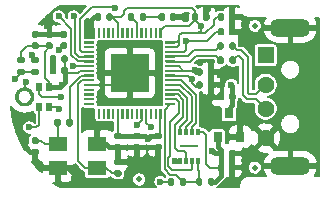
<source format=gbl>
G04 #@! TF.GenerationSoftware,KiCad,Pcbnew,(5.1.12)-1*
G04 #@! TF.CreationDate,2021-12-03T13:24:37+05:30*
G04 #@! TF.ProjectId,mico,6d69636f-2e6b-4696-9361-645f70636258,rev?*
G04 #@! TF.SameCoordinates,Original*
G04 #@! TF.FileFunction,Copper,L2,Bot*
G04 #@! TF.FilePolarity,Positive*
%FSLAX46Y46*%
G04 Gerber Fmt 4.6, Leading zero omitted, Abs format (unit mm)*
G04 Created by KiCad (PCBNEW (5.1.12)-1) date 2021-12-03 13:24:37*
%MOMM*%
%LPD*%
G01*
G04 APERTURE LIST*
G04 #@! TA.AperFunction,SMDPad,CuDef*
%ADD10R,3.200000X3.200000*%
G04 #@! TD*
G04 #@! TA.AperFunction,SMDPad,CuDef*
%ADD11C,0.100000*%
G04 #@! TD*
G04 #@! TA.AperFunction,SMDPad,CuDef*
%ADD12R,0.522000X0.725000*%
G04 #@! TD*
G04 #@! TA.AperFunction,ComponentPad*
%ADD13C,1.428000*%
G04 #@! TD*
G04 #@! TA.AperFunction,ComponentPad*
%ADD14R,1.428000X1.428000*%
G04 #@! TD*
G04 #@! TA.AperFunction,ComponentPad*
%ADD15O,3.500000X1.508000*%
G04 #@! TD*
G04 #@! TA.AperFunction,SMDPad,CuDef*
%ADD16R,1.600000X0.200000*%
G04 #@! TD*
G04 #@! TA.AperFunction,SMDPad,CuDef*
%ADD17R,0.300000X0.500000*%
G04 #@! TD*
G04 #@! TA.AperFunction,SMDPad,CuDef*
%ADD18R,0.800000X0.900000*%
G04 #@! TD*
G04 #@! TA.AperFunction,SMDPad,CuDef*
%ADD19R,1.600000X1.300000*%
G04 #@! TD*
G04 #@! TA.AperFunction,SMDPad,CuDef*
%ADD20C,0.500000*%
G04 #@! TD*
G04 #@! TA.AperFunction,ViaPad*
%ADD21C,0.600000*%
G04 #@! TD*
G04 #@! TA.AperFunction,Conductor*
%ADD22C,0.400000*%
G04 #@! TD*
G04 #@! TA.AperFunction,Conductor*
%ADD23C,0.200000*%
G04 #@! TD*
G04 #@! TA.AperFunction,Conductor*
%ADD24C,0.160000*%
G04 #@! TD*
G04 #@! TA.AperFunction,Conductor*
%ADD25C,0.100000*%
G04 #@! TD*
G04 APERTURE END LIST*
D10*
X130400000Y-110000000D03*
G04 #@! TA.AperFunction,SMDPad,CuDef*
G36*
G01*
X133094000Y-106985000D02*
X132906000Y-106985000D01*
G75*
G02*
X132900000Y-106979000I0J6000D01*
G01*
X132900000Y-106151000D01*
G75*
G02*
X132906000Y-106145000I6000J0D01*
G01*
X133094000Y-106145000D01*
G75*
G02*
X133100000Y-106151000I0J-6000D01*
G01*
X133100000Y-106979000D01*
G75*
G02*
X133094000Y-106985000I-6000J0D01*
G01*
G37*
G04 #@! TD.AperFunction*
G04 #@! TA.AperFunction,SMDPad,CuDef*
G36*
G01*
X132694000Y-106985000D02*
X132506000Y-106985000D01*
G75*
G02*
X132500000Y-106979000I0J6000D01*
G01*
X132500000Y-106151000D01*
G75*
G02*
X132506000Y-106145000I6000J0D01*
G01*
X132694000Y-106145000D01*
G75*
G02*
X132700000Y-106151000I0J-6000D01*
G01*
X132700000Y-106979000D01*
G75*
G02*
X132694000Y-106985000I-6000J0D01*
G01*
G37*
G04 #@! TD.AperFunction*
G04 #@! TA.AperFunction,SMDPad,CuDef*
G36*
G01*
X132294000Y-106985000D02*
X132106000Y-106985000D01*
G75*
G02*
X132100000Y-106979000I0J6000D01*
G01*
X132100000Y-106151000D01*
G75*
G02*
X132106000Y-106145000I6000J0D01*
G01*
X132294000Y-106145000D01*
G75*
G02*
X132300000Y-106151000I0J-6000D01*
G01*
X132300000Y-106979000D01*
G75*
G02*
X132294000Y-106985000I-6000J0D01*
G01*
G37*
G04 #@! TD.AperFunction*
G04 #@! TA.AperFunction,SMDPad,CuDef*
G36*
G01*
X131894000Y-106985000D02*
X131706000Y-106985000D01*
G75*
G02*
X131700000Y-106979000I0J6000D01*
G01*
X131700000Y-106151000D01*
G75*
G02*
X131706000Y-106145000I6000J0D01*
G01*
X131894000Y-106145000D01*
G75*
G02*
X131900000Y-106151000I0J-6000D01*
G01*
X131900000Y-106979000D01*
G75*
G02*
X131894000Y-106985000I-6000J0D01*
G01*
G37*
G04 #@! TD.AperFunction*
G04 #@! TA.AperFunction,SMDPad,CuDef*
G36*
G01*
X131494000Y-106985000D02*
X131306000Y-106985000D01*
G75*
G02*
X131300000Y-106979000I0J6000D01*
G01*
X131300000Y-106151000D01*
G75*
G02*
X131306000Y-106145000I6000J0D01*
G01*
X131494000Y-106145000D01*
G75*
G02*
X131500000Y-106151000I0J-6000D01*
G01*
X131500000Y-106979000D01*
G75*
G02*
X131494000Y-106985000I-6000J0D01*
G01*
G37*
G04 #@! TD.AperFunction*
G04 #@! TA.AperFunction,SMDPad,CuDef*
G36*
G01*
X131094000Y-106985000D02*
X130906000Y-106985000D01*
G75*
G02*
X130900000Y-106979000I0J6000D01*
G01*
X130900000Y-106151000D01*
G75*
G02*
X130906000Y-106145000I6000J0D01*
G01*
X131094000Y-106145000D01*
G75*
G02*
X131100000Y-106151000I0J-6000D01*
G01*
X131100000Y-106979000D01*
G75*
G02*
X131094000Y-106985000I-6000J0D01*
G01*
G37*
G04 #@! TD.AperFunction*
G04 #@! TA.AperFunction,SMDPad,CuDef*
G36*
G01*
X130694000Y-106985000D02*
X130506000Y-106985000D01*
G75*
G02*
X130500000Y-106979000I0J6000D01*
G01*
X130500000Y-106151000D01*
G75*
G02*
X130506000Y-106145000I6000J0D01*
G01*
X130694000Y-106145000D01*
G75*
G02*
X130700000Y-106151000I0J-6000D01*
G01*
X130700000Y-106979000D01*
G75*
G02*
X130694000Y-106985000I-6000J0D01*
G01*
G37*
G04 #@! TD.AperFunction*
G04 #@! TA.AperFunction,SMDPad,CuDef*
G36*
G01*
X130294000Y-106985000D02*
X130106000Y-106985000D01*
G75*
G02*
X130100000Y-106979000I0J6000D01*
G01*
X130100000Y-106151000D01*
G75*
G02*
X130106000Y-106145000I6000J0D01*
G01*
X130294000Y-106145000D01*
G75*
G02*
X130300000Y-106151000I0J-6000D01*
G01*
X130300000Y-106979000D01*
G75*
G02*
X130294000Y-106985000I-6000J0D01*
G01*
G37*
G04 #@! TD.AperFunction*
G04 #@! TA.AperFunction,SMDPad,CuDef*
G36*
G01*
X129894000Y-106985000D02*
X129706000Y-106985000D01*
G75*
G02*
X129700000Y-106979000I0J6000D01*
G01*
X129700000Y-106151000D01*
G75*
G02*
X129706000Y-106145000I6000J0D01*
G01*
X129894000Y-106145000D01*
G75*
G02*
X129900000Y-106151000I0J-6000D01*
G01*
X129900000Y-106979000D01*
G75*
G02*
X129894000Y-106985000I-6000J0D01*
G01*
G37*
G04 #@! TD.AperFunction*
G04 #@! TA.AperFunction,SMDPad,CuDef*
G36*
G01*
X129494000Y-106985000D02*
X129306000Y-106985000D01*
G75*
G02*
X129300000Y-106979000I0J6000D01*
G01*
X129300000Y-106151000D01*
G75*
G02*
X129306000Y-106145000I6000J0D01*
G01*
X129494000Y-106145000D01*
G75*
G02*
X129500000Y-106151000I0J-6000D01*
G01*
X129500000Y-106979000D01*
G75*
G02*
X129494000Y-106985000I-6000J0D01*
G01*
G37*
G04 #@! TD.AperFunction*
G04 #@! TA.AperFunction,SMDPad,CuDef*
G36*
G01*
X129094000Y-106985000D02*
X128906000Y-106985000D01*
G75*
G02*
X128900000Y-106979000I0J6000D01*
G01*
X128900000Y-106151000D01*
G75*
G02*
X128906000Y-106145000I6000J0D01*
G01*
X129094000Y-106145000D01*
G75*
G02*
X129100000Y-106151000I0J-6000D01*
G01*
X129100000Y-106979000D01*
G75*
G02*
X129094000Y-106985000I-6000J0D01*
G01*
G37*
G04 #@! TD.AperFunction*
G04 #@! TA.AperFunction,SMDPad,CuDef*
G36*
G01*
X128694000Y-106985000D02*
X128506000Y-106985000D01*
G75*
G02*
X128500000Y-106979000I0J6000D01*
G01*
X128500000Y-106151000D01*
G75*
G02*
X128506000Y-106145000I6000J0D01*
G01*
X128694000Y-106145000D01*
G75*
G02*
X128700000Y-106151000I0J-6000D01*
G01*
X128700000Y-106979000D01*
G75*
G02*
X128694000Y-106985000I-6000J0D01*
G01*
G37*
G04 #@! TD.AperFunction*
G04 #@! TA.AperFunction,SMDPad,CuDef*
G36*
G01*
X128294000Y-106985000D02*
X128106000Y-106985000D01*
G75*
G02*
X128100000Y-106979000I0J6000D01*
G01*
X128100000Y-106151000D01*
G75*
G02*
X128106000Y-106145000I6000J0D01*
G01*
X128294000Y-106145000D01*
G75*
G02*
X128300000Y-106151000I0J-6000D01*
G01*
X128300000Y-106979000D01*
G75*
G02*
X128294000Y-106985000I-6000J0D01*
G01*
G37*
G04 #@! TD.AperFunction*
G04 #@! TA.AperFunction,SMDPad,CuDef*
G36*
G01*
X127894000Y-106985000D02*
X127706000Y-106985000D01*
G75*
G02*
X127700000Y-106979000I0J6000D01*
G01*
X127700000Y-106151000D01*
G75*
G02*
X127706000Y-106145000I6000J0D01*
G01*
X127894000Y-106145000D01*
G75*
G02*
X127900000Y-106151000I0J-6000D01*
G01*
X127900000Y-106979000D01*
G75*
G02*
X127894000Y-106985000I-6000J0D01*
G01*
G37*
G04 #@! TD.AperFunction*
G04 #@! TA.AperFunction,SMDPad,CuDef*
G36*
G01*
X127894000Y-113855000D02*
X127706000Y-113855000D01*
G75*
G02*
X127700000Y-113849000I0J6000D01*
G01*
X127700000Y-113021000D01*
G75*
G02*
X127706000Y-113015000I6000J0D01*
G01*
X127894000Y-113015000D01*
G75*
G02*
X127900000Y-113021000I0J-6000D01*
G01*
X127900000Y-113849000D01*
G75*
G02*
X127894000Y-113855000I-6000J0D01*
G01*
G37*
G04 #@! TD.AperFunction*
G04 #@! TA.AperFunction,SMDPad,CuDef*
G36*
G01*
X128294000Y-113855000D02*
X128106000Y-113855000D01*
G75*
G02*
X128100000Y-113849000I0J6000D01*
G01*
X128100000Y-113021000D01*
G75*
G02*
X128106000Y-113015000I6000J0D01*
G01*
X128294000Y-113015000D01*
G75*
G02*
X128300000Y-113021000I0J-6000D01*
G01*
X128300000Y-113849000D01*
G75*
G02*
X128294000Y-113855000I-6000J0D01*
G01*
G37*
G04 #@! TD.AperFunction*
G04 #@! TA.AperFunction,SMDPad,CuDef*
G36*
G01*
X128694000Y-113855000D02*
X128506000Y-113855000D01*
G75*
G02*
X128500000Y-113849000I0J6000D01*
G01*
X128500000Y-113021000D01*
G75*
G02*
X128506000Y-113015000I6000J0D01*
G01*
X128694000Y-113015000D01*
G75*
G02*
X128700000Y-113021000I0J-6000D01*
G01*
X128700000Y-113849000D01*
G75*
G02*
X128694000Y-113855000I-6000J0D01*
G01*
G37*
G04 #@! TD.AperFunction*
G04 #@! TA.AperFunction,SMDPad,CuDef*
G36*
G01*
X129094000Y-113855000D02*
X128906000Y-113855000D01*
G75*
G02*
X128900000Y-113849000I0J6000D01*
G01*
X128900000Y-113021000D01*
G75*
G02*
X128906000Y-113015000I6000J0D01*
G01*
X129094000Y-113015000D01*
G75*
G02*
X129100000Y-113021000I0J-6000D01*
G01*
X129100000Y-113849000D01*
G75*
G02*
X129094000Y-113855000I-6000J0D01*
G01*
G37*
G04 #@! TD.AperFunction*
G04 #@! TA.AperFunction,SMDPad,CuDef*
G36*
G01*
X129494000Y-113855000D02*
X129306000Y-113855000D01*
G75*
G02*
X129300000Y-113849000I0J6000D01*
G01*
X129300000Y-113021000D01*
G75*
G02*
X129306000Y-113015000I6000J0D01*
G01*
X129494000Y-113015000D01*
G75*
G02*
X129500000Y-113021000I0J-6000D01*
G01*
X129500000Y-113849000D01*
G75*
G02*
X129494000Y-113855000I-6000J0D01*
G01*
G37*
G04 #@! TD.AperFunction*
G04 #@! TA.AperFunction,SMDPad,CuDef*
G36*
G01*
X129894000Y-113855000D02*
X129706000Y-113855000D01*
G75*
G02*
X129700000Y-113849000I0J6000D01*
G01*
X129700000Y-113021000D01*
G75*
G02*
X129706000Y-113015000I6000J0D01*
G01*
X129894000Y-113015000D01*
G75*
G02*
X129900000Y-113021000I0J-6000D01*
G01*
X129900000Y-113849000D01*
G75*
G02*
X129894000Y-113855000I-6000J0D01*
G01*
G37*
G04 #@! TD.AperFunction*
G04 #@! TA.AperFunction,SMDPad,CuDef*
G36*
G01*
X130294000Y-113855000D02*
X130106000Y-113855000D01*
G75*
G02*
X130100000Y-113849000I0J6000D01*
G01*
X130100000Y-113021000D01*
G75*
G02*
X130106000Y-113015000I6000J0D01*
G01*
X130294000Y-113015000D01*
G75*
G02*
X130300000Y-113021000I0J-6000D01*
G01*
X130300000Y-113849000D01*
G75*
G02*
X130294000Y-113855000I-6000J0D01*
G01*
G37*
G04 #@! TD.AperFunction*
G04 #@! TA.AperFunction,SMDPad,CuDef*
G36*
G01*
X130694000Y-113855000D02*
X130506000Y-113855000D01*
G75*
G02*
X130500000Y-113849000I0J6000D01*
G01*
X130500000Y-113021000D01*
G75*
G02*
X130506000Y-113015000I6000J0D01*
G01*
X130694000Y-113015000D01*
G75*
G02*
X130700000Y-113021000I0J-6000D01*
G01*
X130700000Y-113849000D01*
G75*
G02*
X130694000Y-113855000I-6000J0D01*
G01*
G37*
G04 #@! TD.AperFunction*
G04 #@! TA.AperFunction,SMDPad,CuDef*
G36*
G01*
X131094000Y-113855000D02*
X130906000Y-113855000D01*
G75*
G02*
X130900000Y-113849000I0J6000D01*
G01*
X130900000Y-113021000D01*
G75*
G02*
X130906000Y-113015000I6000J0D01*
G01*
X131094000Y-113015000D01*
G75*
G02*
X131100000Y-113021000I0J-6000D01*
G01*
X131100000Y-113849000D01*
G75*
G02*
X131094000Y-113855000I-6000J0D01*
G01*
G37*
G04 #@! TD.AperFunction*
G04 #@! TA.AperFunction,SMDPad,CuDef*
G36*
G01*
X131494000Y-113855000D02*
X131306000Y-113855000D01*
G75*
G02*
X131300000Y-113849000I0J6000D01*
G01*
X131300000Y-113021000D01*
G75*
G02*
X131306000Y-113015000I6000J0D01*
G01*
X131494000Y-113015000D01*
G75*
G02*
X131500000Y-113021000I0J-6000D01*
G01*
X131500000Y-113849000D01*
G75*
G02*
X131494000Y-113855000I-6000J0D01*
G01*
G37*
G04 #@! TD.AperFunction*
G04 #@! TA.AperFunction,SMDPad,CuDef*
G36*
G01*
X131894000Y-113855000D02*
X131706000Y-113855000D01*
G75*
G02*
X131700000Y-113849000I0J6000D01*
G01*
X131700000Y-113021000D01*
G75*
G02*
X131706000Y-113015000I6000J0D01*
G01*
X131894000Y-113015000D01*
G75*
G02*
X131900000Y-113021000I0J-6000D01*
G01*
X131900000Y-113849000D01*
G75*
G02*
X131894000Y-113855000I-6000J0D01*
G01*
G37*
G04 #@! TD.AperFunction*
G04 #@! TA.AperFunction,SMDPad,CuDef*
G36*
G01*
X132294000Y-113855000D02*
X132106000Y-113855000D01*
G75*
G02*
X132100000Y-113849000I0J6000D01*
G01*
X132100000Y-113021000D01*
G75*
G02*
X132106000Y-113015000I6000J0D01*
G01*
X132294000Y-113015000D01*
G75*
G02*
X132300000Y-113021000I0J-6000D01*
G01*
X132300000Y-113849000D01*
G75*
G02*
X132294000Y-113855000I-6000J0D01*
G01*
G37*
G04 #@! TD.AperFunction*
G04 #@! TA.AperFunction,SMDPad,CuDef*
G36*
G01*
X132694000Y-113855000D02*
X132506000Y-113855000D01*
G75*
G02*
X132500000Y-113849000I0J6000D01*
G01*
X132500000Y-113021000D01*
G75*
G02*
X132506000Y-113015000I6000J0D01*
G01*
X132694000Y-113015000D01*
G75*
G02*
X132700000Y-113021000I0J-6000D01*
G01*
X132700000Y-113849000D01*
G75*
G02*
X132694000Y-113855000I-6000J0D01*
G01*
G37*
G04 #@! TD.AperFunction*
G04 #@! TA.AperFunction,SMDPad,CuDef*
G36*
G01*
X133094000Y-113855000D02*
X132906000Y-113855000D01*
G75*
G02*
X132900000Y-113849000I0J6000D01*
G01*
X132900000Y-113021000D01*
G75*
G02*
X132906000Y-113015000I6000J0D01*
G01*
X133094000Y-113015000D01*
G75*
G02*
X133100000Y-113021000I0J-6000D01*
G01*
X133100000Y-113849000D01*
G75*
G02*
X133094000Y-113855000I-6000J0D01*
G01*
G37*
G04 #@! TD.AperFunction*
G04 #@! TA.AperFunction,SMDPad,CuDef*
G36*
G01*
X134235000Y-112700000D02*
X133435000Y-112700000D01*
G75*
G02*
X133415000Y-112680000I0J20000D01*
G01*
X133415000Y-112520000D01*
G75*
G02*
X133435000Y-112500000I20000J0D01*
G01*
X134235000Y-112500000D01*
G75*
G02*
X134255000Y-112520000I0J-20000D01*
G01*
X134255000Y-112680000D01*
G75*
G02*
X134235000Y-112700000I-20000J0D01*
G01*
G37*
G04 #@! TD.AperFunction*
G04 #@! TA.AperFunction,SMDPad,CuDef*
G36*
G01*
X134235000Y-112300000D02*
X133435000Y-112300000D01*
G75*
G02*
X133415000Y-112280000I0J20000D01*
G01*
X133415000Y-112120000D01*
G75*
G02*
X133435000Y-112100000I20000J0D01*
G01*
X134235000Y-112100000D01*
G75*
G02*
X134255000Y-112120000I0J-20000D01*
G01*
X134255000Y-112280000D01*
G75*
G02*
X134235000Y-112300000I-20000J0D01*
G01*
G37*
G04 #@! TD.AperFunction*
G04 #@! TA.AperFunction,SMDPad,CuDef*
G36*
G01*
X134235000Y-111900000D02*
X133435000Y-111900000D01*
G75*
G02*
X133415000Y-111880000I0J20000D01*
G01*
X133415000Y-111720000D01*
G75*
G02*
X133435000Y-111700000I20000J0D01*
G01*
X134235000Y-111700000D01*
G75*
G02*
X134255000Y-111720000I0J-20000D01*
G01*
X134255000Y-111880000D01*
G75*
G02*
X134235000Y-111900000I-20000J0D01*
G01*
G37*
G04 #@! TD.AperFunction*
G04 #@! TA.AperFunction,SMDPad,CuDef*
G36*
G01*
X134235000Y-111500000D02*
X133435000Y-111500000D01*
G75*
G02*
X133415000Y-111480000I0J20000D01*
G01*
X133415000Y-111320000D01*
G75*
G02*
X133435000Y-111300000I20000J0D01*
G01*
X134235000Y-111300000D01*
G75*
G02*
X134255000Y-111320000I0J-20000D01*
G01*
X134255000Y-111480000D01*
G75*
G02*
X134235000Y-111500000I-20000J0D01*
G01*
G37*
G04 #@! TD.AperFunction*
G04 #@! TA.AperFunction,SMDPad,CuDef*
G36*
G01*
X134235000Y-111100000D02*
X133435000Y-111100000D01*
G75*
G02*
X133415000Y-111080000I0J20000D01*
G01*
X133415000Y-110920000D01*
G75*
G02*
X133435000Y-110900000I20000J0D01*
G01*
X134235000Y-110900000D01*
G75*
G02*
X134255000Y-110920000I0J-20000D01*
G01*
X134255000Y-111080000D01*
G75*
G02*
X134235000Y-111100000I-20000J0D01*
G01*
G37*
G04 #@! TD.AperFunction*
G04 #@! TA.AperFunction,SMDPad,CuDef*
G36*
G01*
X134235000Y-110700000D02*
X133435000Y-110700000D01*
G75*
G02*
X133415000Y-110680000I0J20000D01*
G01*
X133415000Y-110520000D01*
G75*
G02*
X133435000Y-110500000I20000J0D01*
G01*
X134235000Y-110500000D01*
G75*
G02*
X134255000Y-110520000I0J-20000D01*
G01*
X134255000Y-110680000D01*
G75*
G02*
X134235000Y-110700000I-20000J0D01*
G01*
G37*
G04 #@! TD.AperFunction*
G04 #@! TA.AperFunction,SMDPad,CuDef*
G36*
G01*
X134235000Y-110300000D02*
X133435000Y-110300000D01*
G75*
G02*
X133415000Y-110280000I0J20000D01*
G01*
X133415000Y-110120000D01*
G75*
G02*
X133435000Y-110100000I20000J0D01*
G01*
X134235000Y-110100000D01*
G75*
G02*
X134255000Y-110120000I0J-20000D01*
G01*
X134255000Y-110280000D01*
G75*
G02*
X134235000Y-110300000I-20000J0D01*
G01*
G37*
G04 #@! TD.AperFunction*
G04 #@! TA.AperFunction,SMDPad,CuDef*
G36*
G01*
X134235000Y-109900000D02*
X133435000Y-109900000D01*
G75*
G02*
X133415000Y-109880000I0J20000D01*
G01*
X133415000Y-109720000D01*
G75*
G02*
X133435000Y-109700000I20000J0D01*
G01*
X134235000Y-109700000D01*
G75*
G02*
X134255000Y-109720000I0J-20000D01*
G01*
X134255000Y-109880000D01*
G75*
G02*
X134235000Y-109900000I-20000J0D01*
G01*
G37*
G04 #@! TD.AperFunction*
G04 #@! TA.AperFunction,SMDPad,CuDef*
G36*
G01*
X134235000Y-109500000D02*
X133435000Y-109500000D01*
G75*
G02*
X133415000Y-109480000I0J20000D01*
G01*
X133415000Y-109320000D01*
G75*
G02*
X133435000Y-109300000I20000J0D01*
G01*
X134235000Y-109300000D01*
G75*
G02*
X134255000Y-109320000I0J-20000D01*
G01*
X134255000Y-109480000D01*
G75*
G02*
X134235000Y-109500000I-20000J0D01*
G01*
G37*
G04 #@! TD.AperFunction*
G04 #@! TA.AperFunction,SMDPad,CuDef*
G36*
G01*
X134235000Y-109100000D02*
X133435000Y-109100000D01*
G75*
G02*
X133415000Y-109080000I0J20000D01*
G01*
X133415000Y-108920000D01*
G75*
G02*
X133435000Y-108900000I20000J0D01*
G01*
X134235000Y-108900000D01*
G75*
G02*
X134255000Y-108920000I0J-20000D01*
G01*
X134255000Y-109080000D01*
G75*
G02*
X134235000Y-109100000I-20000J0D01*
G01*
G37*
G04 #@! TD.AperFunction*
G04 #@! TA.AperFunction,SMDPad,CuDef*
G36*
G01*
X134235000Y-108700000D02*
X133435000Y-108700000D01*
G75*
G02*
X133415000Y-108680000I0J20000D01*
G01*
X133415000Y-108520000D01*
G75*
G02*
X133435000Y-108500000I20000J0D01*
G01*
X134235000Y-108500000D01*
G75*
G02*
X134255000Y-108520000I0J-20000D01*
G01*
X134255000Y-108680000D01*
G75*
G02*
X134235000Y-108700000I-20000J0D01*
G01*
G37*
G04 #@! TD.AperFunction*
G04 #@! TA.AperFunction,SMDPad,CuDef*
G36*
G01*
X134235000Y-108300000D02*
X133435000Y-108300000D01*
G75*
G02*
X133415000Y-108280000I0J20000D01*
G01*
X133415000Y-108120000D01*
G75*
G02*
X133435000Y-108100000I20000J0D01*
G01*
X134235000Y-108100000D01*
G75*
G02*
X134255000Y-108120000I0J-20000D01*
G01*
X134255000Y-108280000D01*
G75*
G02*
X134235000Y-108300000I-20000J0D01*
G01*
G37*
G04 #@! TD.AperFunction*
G04 #@! TA.AperFunction,SMDPad,CuDef*
G36*
G01*
X134235000Y-107900000D02*
X133435000Y-107900000D01*
G75*
G02*
X133415000Y-107880000I0J20000D01*
G01*
X133415000Y-107720000D01*
G75*
G02*
X133435000Y-107700000I20000J0D01*
G01*
X134235000Y-107700000D01*
G75*
G02*
X134255000Y-107720000I0J-20000D01*
G01*
X134255000Y-107880000D01*
G75*
G02*
X134235000Y-107900000I-20000J0D01*
G01*
G37*
G04 #@! TD.AperFunction*
G04 #@! TA.AperFunction,SMDPad,CuDef*
G36*
G01*
X134235000Y-107500000D02*
X133435000Y-107500000D01*
G75*
G02*
X133415000Y-107480000I0J20000D01*
G01*
X133415000Y-107320000D01*
G75*
G02*
X133435000Y-107300000I20000J0D01*
G01*
X134235000Y-107300000D01*
G75*
G02*
X134255000Y-107320000I0J-20000D01*
G01*
X134255000Y-107480000D01*
G75*
G02*
X134235000Y-107500000I-20000J0D01*
G01*
G37*
G04 #@! TD.AperFunction*
G04 #@! TA.AperFunction,SMDPad,CuDef*
G36*
G01*
X127365000Y-107500000D02*
X126565000Y-107500000D01*
G75*
G02*
X126545000Y-107480000I0J20000D01*
G01*
X126545000Y-107320000D01*
G75*
G02*
X126565000Y-107300000I20000J0D01*
G01*
X127365000Y-107300000D01*
G75*
G02*
X127385000Y-107320000I0J-20000D01*
G01*
X127385000Y-107480000D01*
G75*
G02*
X127365000Y-107500000I-20000J0D01*
G01*
G37*
G04 #@! TD.AperFunction*
G04 #@! TA.AperFunction,SMDPad,CuDef*
G36*
G01*
X127365000Y-107900000D02*
X126565000Y-107900000D01*
G75*
G02*
X126545000Y-107880000I0J20000D01*
G01*
X126545000Y-107720000D01*
G75*
G02*
X126565000Y-107700000I20000J0D01*
G01*
X127365000Y-107700000D01*
G75*
G02*
X127385000Y-107720000I0J-20000D01*
G01*
X127385000Y-107880000D01*
G75*
G02*
X127365000Y-107900000I-20000J0D01*
G01*
G37*
G04 #@! TD.AperFunction*
G04 #@! TA.AperFunction,SMDPad,CuDef*
G36*
G01*
X127365000Y-108300000D02*
X126565000Y-108300000D01*
G75*
G02*
X126545000Y-108280000I0J20000D01*
G01*
X126545000Y-108120000D01*
G75*
G02*
X126565000Y-108100000I20000J0D01*
G01*
X127365000Y-108100000D01*
G75*
G02*
X127385000Y-108120000I0J-20000D01*
G01*
X127385000Y-108280000D01*
G75*
G02*
X127365000Y-108300000I-20000J0D01*
G01*
G37*
G04 #@! TD.AperFunction*
G04 #@! TA.AperFunction,SMDPad,CuDef*
G36*
G01*
X127365000Y-108700000D02*
X126565000Y-108700000D01*
G75*
G02*
X126545000Y-108680000I0J20000D01*
G01*
X126545000Y-108520000D01*
G75*
G02*
X126565000Y-108500000I20000J0D01*
G01*
X127365000Y-108500000D01*
G75*
G02*
X127385000Y-108520000I0J-20000D01*
G01*
X127385000Y-108680000D01*
G75*
G02*
X127365000Y-108700000I-20000J0D01*
G01*
G37*
G04 #@! TD.AperFunction*
G04 #@! TA.AperFunction,SMDPad,CuDef*
G36*
G01*
X127365000Y-109100000D02*
X126565000Y-109100000D01*
G75*
G02*
X126545000Y-109080000I0J20000D01*
G01*
X126545000Y-108920000D01*
G75*
G02*
X126565000Y-108900000I20000J0D01*
G01*
X127365000Y-108900000D01*
G75*
G02*
X127385000Y-108920000I0J-20000D01*
G01*
X127385000Y-109080000D01*
G75*
G02*
X127365000Y-109100000I-20000J0D01*
G01*
G37*
G04 #@! TD.AperFunction*
G04 #@! TA.AperFunction,SMDPad,CuDef*
G36*
G01*
X127365000Y-109500000D02*
X126565000Y-109500000D01*
G75*
G02*
X126545000Y-109480000I0J20000D01*
G01*
X126545000Y-109320000D01*
G75*
G02*
X126565000Y-109300000I20000J0D01*
G01*
X127365000Y-109300000D01*
G75*
G02*
X127385000Y-109320000I0J-20000D01*
G01*
X127385000Y-109480000D01*
G75*
G02*
X127365000Y-109500000I-20000J0D01*
G01*
G37*
G04 #@! TD.AperFunction*
G04 #@! TA.AperFunction,SMDPad,CuDef*
G36*
G01*
X127365000Y-109900000D02*
X126565000Y-109900000D01*
G75*
G02*
X126545000Y-109880000I0J20000D01*
G01*
X126545000Y-109720000D01*
G75*
G02*
X126565000Y-109700000I20000J0D01*
G01*
X127365000Y-109700000D01*
G75*
G02*
X127385000Y-109720000I0J-20000D01*
G01*
X127385000Y-109880000D01*
G75*
G02*
X127365000Y-109900000I-20000J0D01*
G01*
G37*
G04 #@! TD.AperFunction*
G04 #@! TA.AperFunction,SMDPad,CuDef*
G36*
G01*
X127365000Y-110300000D02*
X126565000Y-110300000D01*
G75*
G02*
X126545000Y-110280000I0J20000D01*
G01*
X126545000Y-110120000D01*
G75*
G02*
X126565000Y-110100000I20000J0D01*
G01*
X127365000Y-110100000D01*
G75*
G02*
X127385000Y-110120000I0J-20000D01*
G01*
X127385000Y-110280000D01*
G75*
G02*
X127365000Y-110300000I-20000J0D01*
G01*
G37*
G04 #@! TD.AperFunction*
G04 #@! TA.AperFunction,SMDPad,CuDef*
G36*
G01*
X127365000Y-110700000D02*
X126565000Y-110700000D01*
G75*
G02*
X126545000Y-110680000I0J20000D01*
G01*
X126545000Y-110520000D01*
G75*
G02*
X126565000Y-110500000I20000J0D01*
G01*
X127365000Y-110500000D01*
G75*
G02*
X127385000Y-110520000I0J-20000D01*
G01*
X127385000Y-110680000D01*
G75*
G02*
X127365000Y-110700000I-20000J0D01*
G01*
G37*
G04 #@! TD.AperFunction*
G04 #@! TA.AperFunction,SMDPad,CuDef*
G36*
G01*
X127365000Y-111100000D02*
X126565000Y-111100000D01*
G75*
G02*
X126545000Y-111080000I0J20000D01*
G01*
X126545000Y-110920000D01*
G75*
G02*
X126565000Y-110900000I20000J0D01*
G01*
X127365000Y-110900000D01*
G75*
G02*
X127385000Y-110920000I0J-20000D01*
G01*
X127385000Y-111080000D01*
G75*
G02*
X127365000Y-111100000I-20000J0D01*
G01*
G37*
G04 #@! TD.AperFunction*
G04 #@! TA.AperFunction,SMDPad,CuDef*
G36*
G01*
X127365000Y-111500000D02*
X126565000Y-111500000D01*
G75*
G02*
X126545000Y-111480000I0J20000D01*
G01*
X126545000Y-111320000D01*
G75*
G02*
X126565000Y-111300000I20000J0D01*
G01*
X127365000Y-111300000D01*
G75*
G02*
X127385000Y-111320000I0J-20000D01*
G01*
X127385000Y-111480000D01*
G75*
G02*
X127365000Y-111500000I-20000J0D01*
G01*
G37*
G04 #@! TD.AperFunction*
G04 #@! TA.AperFunction,SMDPad,CuDef*
G36*
G01*
X127365000Y-111900000D02*
X126565000Y-111900000D01*
G75*
G02*
X126545000Y-111880000I0J20000D01*
G01*
X126545000Y-111720000D01*
G75*
G02*
X126565000Y-111700000I20000J0D01*
G01*
X127365000Y-111700000D01*
G75*
G02*
X127385000Y-111720000I0J-20000D01*
G01*
X127385000Y-111880000D01*
G75*
G02*
X127365000Y-111900000I-20000J0D01*
G01*
G37*
G04 #@! TD.AperFunction*
G04 #@! TA.AperFunction,SMDPad,CuDef*
G36*
G01*
X127365000Y-112300000D02*
X126565000Y-112300000D01*
G75*
G02*
X126545000Y-112280000I0J20000D01*
G01*
X126545000Y-112120000D01*
G75*
G02*
X126565000Y-112100000I20000J0D01*
G01*
X127365000Y-112100000D01*
G75*
G02*
X127385000Y-112120000I0J-20000D01*
G01*
X127385000Y-112280000D01*
G75*
G02*
X127365000Y-112300000I-20000J0D01*
G01*
G37*
G04 #@! TD.AperFunction*
G04 #@! TA.AperFunction,SMDPad,CuDef*
G36*
G01*
X127365000Y-112700000D02*
X126565000Y-112700000D01*
G75*
G02*
X126545000Y-112680000I0J20000D01*
G01*
X126545000Y-112520000D01*
G75*
G02*
X126565000Y-112500000I20000J0D01*
G01*
X127365000Y-112500000D01*
G75*
G02*
X127385000Y-112520000I0J-20000D01*
G01*
X127385000Y-112680000D01*
G75*
G02*
X127365000Y-112700000I-20000J0D01*
G01*
G37*
G04 #@! TD.AperFunction*
G04 #@! TA.AperFunction,SMDPad,CuDef*
D11*
G36*
X120690500Y-111957988D02*
G01*
X120690501Y-111957965D01*
X120693501Y-111914965D01*
X120693505Y-111914929D01*
X120699505Y-111872929D01*
X120699509Y-111872904D01*
X120707509Y-111831904D01*
X120707514Y-111831884D01*
X120717514Y-111789884D01*
X120717521Y-111789856D01*
X120729521Y-111749856D01*
X120729528Y-111749835D01*
X120743528Y-111709835D01*
X120743537Y-111709810D01*
X120759537Y-111670810D01*
X120759546Y-111670790D01*
X120777546Y-111631790D01*
X120777565Y-111631753D01*
X120798565Y-111594753D01*
X120798573Y-111594739D01*
X120820573Y-111558739D01*
X120820588Y-111558717D01*
X120844588Y-111523717D01*
X120844603Y-111523696D01*
X120870603Y-111489696D01*
X120870618Y-111489678D01*
X120897618Y-111457678D01*
X120897635Y-111457658D01*
X120926635Y-111426658D01*
X120926658Y-111426635D01*
X120957658Y-111397635D01*
X120957678Y-111397618D01*
X120989678Y-111370618D01*
X120989696Y-111370603D01*
X121023696Y-111344603D01*
X121023717Y-111344588D01*
X121058717Y-111320588D01*
X121058739Y-111320573D01*
X121094739Y-111298573D01*
X121094753Y-111298565D01*
X121131753Y-111277565D01*
X121131790Y-111277546D01*
X121170790Y-111259546D01*
X121170810Y-111259537D01*
X121209810Y-111243537D01*
X121209835Y-111243528D01*
X121249835Y-111229528D01*
X121249856Y-111229521D01*
X121289856Y-111217521D01*
X121289884Y-111217514D01*
X121331884Y-111207514D01*
X121331904Y-111207509D01*
X121372904Y-111199509D01*
X121372929Y-111199505D01*
X121414929Y-111193505D01*
X121414965Y-111193501D01*
X121457965Y-111190501D01*
X121457988Y-111190500D01*
X121499988Y-111189500D01*
X121510013Y-111189500D01*
X121549013Y-111190500D01*
X121549036Y-111190501D01*
X121591036Y-111193501D01*
X121591071Y-111193505D01*
X121633071Y-111199505D01*
X121633096Y-111199509D01*
X121674096Y-111207509D01*
X121674107Y-111207512D01*
X121715107Y-111216512D01*
X121715144Y-111216521D01*
X121755144Y-111228521D01*
X121755165Y-111228528D01*
X121795165Y-111242528D01*
X121795190Y-111242537D01*
X121834190Y-111258537D01*
X121834214Y-111258548D01*
X121872214Y-111276548D01*
X121872247Y-111276565D01*
X121909247Y-111297565D01*
X121909252Y-111297568D01*
X121945252Y-111318568D01*
X121945288Y-111318592D01*
X121979288Y-111342592D01*
X121979304Y-111342603D01*
X122013304Y-111368603D01*
X122013328Y-111368623D01*
X122044328Y-111395623D01*
X122044342Y-111395635D01*
X122075342Y-111424635D01*
X122075365Y-111424658D01*
X122104365Y-111455658D01*
X122104377Y-111455672D01*
X122131377Y-111486672D01*
X122131397Y-111486696D01*
X122157397Y-111520696D01*
X122157408Y-111520712D01*
X122181408Y-111554712D01*
X122181432Y-111554748D01*
X122202432Y-111590748D01*
X122202435Y-111590753D01*
X122223435Y-111627753D01*
X122223452Y-111627786D01*
X122241452Y-111665786D01*
X122241463Y-111665810D01*
X122257463Y-111704810D01*
X122257472Y-111704835D01*
X122271472Y-111744835D01*
X122271479Y-111744856D01*
X122283479Y-111784856D01*
X122283488Y-111784893D01*
X122292488Y-111825893D01*
X122292491Y-111825904D01*
X122300491Y-111866904D01*
X122300495Y-111866929D01*
X122306495Y-111908929D01*
X122306499Y-111908964D01*
X122309499Y-111950964D01*
X122309500Y-111950989D01*
X122310500Y-111994989D01*
X122310492Y-111995086D01*
X122310466Y-111995181D01*
X122310422Y-111995268D01*
X122310361Y-111995345D01*
X122310287Y-111995409D01*
X122310202Y-111995457D01*
X122310109Y-111995488D01*
X122310000Y-111995500D01*
X122010000Y-111995500D01*
X122009902Y-111995490D01*
X122009809Y-111995462D01*
X122009722Y-111995416D01*
X122009646Y-111995354D01*
X122009584Y-111995278D01*
X122009538Y-111995191D01*
X122009510Y-111995098D01*
X122009500Y-111995000D01*
X122009500Y-111980022D01*
X122006504Y-111951057D01*
X122006503Y-111951057D01*
X122003505Y-111925071D01*
X121998513Y-111900112D01*
X121992518Y-111875135D01*
X121976535Y-111827184D01*
X121966541Y-111803200D01*
X121944555Y-111757229D01*
X121931586Y-111735282D01*
X121901599Y-111693300D01*
X121885627Y-111674333D01*
X121868627Y-111655333D01*
X121850650Y-111636358D01*
X121831667Y-111619373D01*
X121812697Y-111603398D01*
X121791704Y-111587403D01*
X121770723Y-111573416D01*
X121726771Y-111547445D01*
X121703800Y-111536459D01*
X121679808Y-111526462D01*
X121655842Y-111517475D01*
X121631860Y-111510480D01*
X121606885Y-111503487D01*
X121581921Y-111498494D01*
X121556921Y-111494494D01*
X121531958Y-111491498D01*
X121510000Y-111490500D01*
X121487023Y-111490500D01*
X121460037Y-111492499D01*
X121433055Y-111495497D01*
X121407092Y-111499491D01*
X121380130Y-111505483D01*
X121354141Y-111512480D01*
X121329186Y-111521464D01*
X121304201Y-111531458D01*
X121279221Y-111542449D01*
X121255238Y-111555440D01*
X121232268Y-111568423D01*
X121210282Y-111583413D01*
X121188315Y-111599389D01*
X121167319Y-111616386D01*
X121147353Y-111635353D01*
X121147354Y-111635354D01*
X121128354Y-111654354D01*
X121110388Y-111674317D01*
X121094398Y-111695303D01*
X121078418Y-111717275D01*
X121050438Y-111763242D01*
X121038454Y-111787209D01*
X121027461Y-111812195D01*
X121018478Y-111837147D01*
X121010481Y-111863136D01*
X121003489Y-111889109D01*
X120998492Y-111916091D01*
X120994496Y-111942060D01*
X120991499Y-111969033D01*
X120990500Y-112000016D01*
X120990500Y-112009983D01*
X120991499Y-112039967D01*
X120994496Y-112066940D01*
X120998492Y-112092912D01*
X121003488Y-112118889D01*
X121017473Y-112168837D01*
X121027462Y-112193808D01*
X121037457Y-112217796D01*
X121049444Y-112241769D01*
X121062427Y-112264740D01*
X121076416Y-112286722D01*
X121092398Y-112308697D01*
X121108382Y-112329676D01*
X121144351Y-112367643D01*
X121164324Y-112385619D01*
X121184313Y-112402609D01*
X121205289Y-112418592D01*
X121227268Y-112432578D01*
X121250242Y-112446562D01*
X121274208Y-112458545D01*
X121298208Y-112469545D01*
X121322180Y-112479533D01*
X121347130Y-112487517D01*
X121373130Y-112494517D01*
X121399093Y-112500509D01*
X121425057Y-112504503D01*
X121451038Y-112507501D01*
X121477025Y-112509500D01*
X121499983Y-112509500D01*
X121528963Y-112508501D01*
X121555956Y-112506502D01*
X121581921Y-112503506D01*
X121607902Y-112498510D01*
X121633868Y-112492518D01*
X121658845Y-112484525D01*
X121683814Y-112475536D01*
X121708792Y-112465545D01*
X121732778Y-112454551D01*
X121755740Y-112441573D01*
X121778726Y-112427581D01*
X121800706Y-112412596D01*
X121821687Y-112396609D01*
X121841656Y-112379636D01*
X121879636Y-112341656D01*
X121896609Y-112321687D01*
X121912596Y-112300706D01*
X121927581Y-112278726D01*
X121941572Y-112255742D01*
X121954551Y-112232778D01*
X121965543Y-112208795D01*
X121975536Y-112183814D01*
X121984524Y-112158848D01*
X121992518Y-112133868D01*
X121998510Y-112107902D01*
X122003505Y-112081929D01*
X122006502Y-112055956D01*
X122008500Y-112028973D01*
X122009500Y-112004979D01*
X122009514Y-112004882D01*
X122009546Y-112004790D01*
X122009596Y-112004705D01*
X122009661Y-112004632D01*
X122009740Y-112004573D01*
X122009828Y-112004530D01*
X122009923Y-112004506D01*
X122010000Y-112004500D01*
X122310000Y-112004500D01*
X122310098Y-112004510D01*
X122310191Y-112004538D01*
X122310278Y-112004584D01*
X122310354Y-112004646D01*
X122310416Y-112004722D01*
X122310462Y-112004809D01*
X122310490Y-112004902D01*
X122310500Y-112005011D01*
X122309500Y-112049011D01*
X122309499Y-112049036D01*
X122306499Y-112091036D01*
X122306495Y-112091071D01*
X122300495Y-112133071D01*
X122300491Y-112133096D01*
X122292491Y-112174096D01*
X122292488Y-112174107D01*
X122283488Y-112215107D01*
X122283479Y-112215144D01*
X122271479Y-112255144D01*
X122271472Y-112255165D01*
X122257472Y-112295165D01*
X122257463Y-112295190D01*
X122241463Y-112334190D01*
X122241452Y-112334214D01*
X122223452Y-112372214D01*
X122223435Y-112372247D01*
X122202435Y-112409247D01*
X122202432Y-112409252D01*
X122181432Y-112445252D01*
X122181408Y-112445288D01*
X122157408Y-112479288D01*
X122157397Y-112479304D01*
X122131397Y-112513304D01*
X122131377Y-112513328D01*
X122104377Y-112544328D01*
X122104365Y-112544342D01*
X122075365Y-112575342D01*
X122075342Y-112575365D01*
X122044342Y-112604365D01*
X122044328Y-112604377D01*
X122013328Y-112631377D01*
X122013304Y-112631397D01*
X121979304Y-112657397D01*
X121979288Y-112657408D01*
X121945288Y-112681408D01*
X121945252Y-112681432D01*
X121909252Y-112702432D01*
X121909247Y-112702435D01*
X121872247Y-112723435D01*
X121872214Y-112723452D01*
X121834214Y-112741452D01*
X121834190Y-112741463D01*
X121795190Y-112757463D01*
X121795165Y-112757472D01*
X121755165Y-112771472D01*
X121755144Y-112771479D01*
X121715144Y-112783479D01*
X121715107Y-112783488D01*
X121674107Y-112792488D01*
X121674096Y-112792491D01*
X121633096Y-112800491D01*
X121633071Y-112800495D01*
X121591071Y-112806495D01*
X121591036Y-112806499D01*
X121549036Y-112809499D01*
X121549013Y-112809500D01*
X121510013Y-112810500D01*
X121440000Y-112810500D01*
X121439953Y-112810498D01*
X121407953Y-112807498D01*
X121407948Y-112807497D01*
X121369948Y-112803497D01*
X121369909Y-112803492D01*
X121331909Y-112796492D01*
X121331885Y-112796487D01*
X121293885Y-112787487D01*
X121293870Y-112787483D01*
X121256870Y-112777483D01*
X121256846Y-112777476D01*
X121219846Y-112765476D01*
X121219819Y-112765466D01*
X121183819Y-112751466D01*
X121183803Y-112751460D01*
X121148803Y-112736460D01*
X121148771Y-112736445D01*
X121113771Y-112718445D01*
X121113761Y-112718439D01*
X121080761Y-112700439D01*
X121080732Y-112700422D01*
X121047732Y-112679422D01*
X121047717Y-112679412D01*
X121015717Y-112657412D01*
X121015688Y-112657390D01*
X120985688Y-112633390D01*
X120985680Y-112633384D01*
X120955680Y-112608384D01*
X120955660Y-112608366D01*
X120927660Y-112582366D01*
X120927640Y-112582347D01*
X120900640Y-112554347D01*
X120900628Y-112554334D01*
X120874628Y-112525334D01*
X120874610Y-112525312D01*
X120850610Y-112495312D01*
X120850592Y-112495289D01*
X120828592Y-112464289D01*
X120828578Y-112464268D01*
X120807578Y-112431268D01*
X120807572Y-112431259D01*
X120787572Y-112398259D01*
X120787558Y-112398234D01*
X120769558Y-112364234D01*
X120769545Y-112364208D01*
X120753545Y-112329208D01*
X120753534Y-112329181D01*
X120739534Y-112293181D01*
X120739528Y-112293166D01*
X120726528Y-112256166D01*
X120726521Y-112256142D01*
X120715521Y-112219142D01*
X120715514Y-112219118D01*
X120706514Y-112182118D01*
X120706508Y-112182091D01*
X120699508Y-112144091D01*
X120699506Y-112144076D01*
X120693506Y-112105076D01*
X120693502Y-112105044D01*
X120689502Y-112060044D01*
X120689500Y-112060000D01*
X120689500Y-111999988D01*
X120690500Y-111957988D01*
G37*
G04 #@! TD.AperFunction*
D12*
X122752000Y-111162500D03*
X123574000Y-111162500D03*
X122752000Y-112837500D03*
X123574000Y-112837500D03*
D13*
X141900000Y-115500000D03*
X141900000Y-113000000D03*
X141900000Y-111000000D03*
D14*
X141900000Y-108500000D03*
D15*
X144000000Y-106150000D03*
X144000000Y-117850000D03*
D16*
X135400000Y-116200000D03*
D17*
X136150000Y-114980000D03*
X135650000Y-114980000D03*
X135150000Y-114980000D03*
X134650000Y-114980000D03*
X134650000Y-117420000D03*
X135150000Y-117420000D03*
X135650000Y-117420000D03*
X136150000Y-117420000D03*
D18*
X138800000Y-113400000D03*
X137850000Y-115400000D03*
X139750000Y-115400000D03*
G04 #@! TA.AperFunction,SMDPad,CuDef*
G36*
G01*
X138800000Y-118170000D02*
X138800000Y-117830000D01*
G75*
G02*
X138940000Y-117690000I140000J0D01*
G01*
X139220000Y-117690000D01*
G75*
G02*
X139360000Y-117830000I0J-140000D01*
G01*
X139360000Y-118170000D01*
G75*
G02*
X139220000Y-118310000I-140000J0D01*
G01*
X138940000Y-118310000D01*
G75*
G02*
X138800000Y-118170000I0J140000D01*
G01*
G37*
G04 #@! TD.AperFunction*
G04 #@! TA.AperFunction,SMDPad,CuDef*
G36*
G01*
X137840000Y-118170000D02*
X137840000Y-117830000D01*
G75*
G02*
X137980000Y-117690000I140000J0D01*
G01*
X138260000Y-117690000D01*
G75*
G02*
X138400000Y-117830000I0J-140000D01*
G01*
X138400000Y-118170000D01*
G75*
G02*
X138260000Y-118310000I-140000J0D01*
G01*
X137980000Y-118310000D01*
G75*
G02*
X137840000Y-118170000I0J140000D01*
G01*
G37*
G04 #@! TD.AperFunction*
G04 #@! TA.AperFunction,SMDPad,CuDef*
G36*
G01*
X129230000Y-117240000D02*
X129570000Y-117240000D01*
G75*
G02*
X129710000Y-117380000I0J-140000D01*
G01*
X129710000Y-117660000D01*
G75*
G02*
X129570000Y-117800000I-140000J0D01*
G01*
X129230000Y-117800000D01*
G75*
G02*
X129090000Y-117660000I0J140000D01*
G01*
X129090000Y-117380000D01*
G75*
G02*
X129230000Y-117240000I140000J0D01*
G01*
G37*
G04 #@! TD.AperFunction*
G04 #@! TA.AperFunction,SMDPad,CuDef*
G36*
G01*
X129230000Y-118200000D02*
X129570000Y-118200000D01*
G75*
G02*
X129710000Y-118340000I0J-140000D01*
G01*
X129710000Y-118620000D01*
G75*
G02*
X129570000Y-118760000I-140000J0D01*
G01*
X129230000Y-118760000D01*
G75*
G02*
X129090000Y-118620000I0J140000D01*
G01*
X129090000Y-118340000D01*
G75*
G02*
X129230000Y-118200000I140000J0D01*
G01*
G37*
G04 #@! TD.AperFunction*
G04 #@! TA.AperFunction,SMDPad,CuDef*
G36*
G01*
X131780000Y-105065000D02*
X131780000Y-105435000D01*
G75*
G02*
X131645000Y-105570000I-135000J0D01*
G01*
X131375000Y-105570000D01*
G75*
G02*
X131240000Y-105435000I0J135000D01*
G01*
X131240000Y-105065000D01*
G75*
G02*
X131375000Y-104930000I135000J0D01*
G01*
X131645000Y-104930000D01*
G75*
G02*
X131780000Y-105065000I0J-135000D01*
G01*
G37*
G04 #@! TD.AperFunction*
G04 #@! TA.AperFunction,SMDPad,CuDef*
G36*
G01*
X130760000Y-105065000D02*
X130760000Y-105435000D01*
G75*
G02*
X130625000Y-105570000I-135000J0D01*
G01*
X130355000Y-105570000D01*
G75*
G02*
X130220000Y-105435000I0J135000D01*
G01*
X130220000Y-105065000D01*
G75*
G02*
X130355000Y-104930000I135000J0D01*
G01*
X130625000Y-104930000D01*
G75*
G02*
X130760000Y-105065000I0J-135000D01*
G01*
G37*
G04 #@! TD.AperFunction*
G04 #@! TA.AperFunction,SMDPad,CuDef*
G36*
G01*
X122585000Y-109160000D02*
X122215000Y-109160000D01*
G75*
G02*
X122080000Y-109025000I0J135000D01*
G01*
X122080000Y-108755000D01*
G75*
G02*
X122215000Y-108620000I135000J0D01*
G01*
X122585000Y-108620000D01*
G75*
G02*
X122720000Y-108755000I0J-135000D01*
G01*
X122720000Y-109025000D01*
G75*
G02*
X122585000Y-109160000I-135000J0D01*
G01*
G37*
G04 #@! TD.AperFunction*
G04 #@! TA.AperFunction,SMDPad,CuDef*
G36*
G01*
X122585000Y-110180000D02*
X122215000Y-110180000D01*
G75*
G02*
X122080000Y-110045000I0J135000D01*
G01*
X122080000Y-109775000D01*
G75*
G02*
X122215000Y-109640000I135000J0D01*
G01*
X122585000Y-109640000D01*
G75*
G02*
X122720000Y-109775000I0J-135000D01*
G01*
X122720000Y-110045000D01*
G75*
G02*
X122585000Y-110180000I-135000J0D01*
G01*
G37*
G04 #@! TD.AperFunction*
G04 #@! TA.AperFunction,SMDPad,CuDef*
G36*
G01*
X125160000Y-109630000D02*
X125160000Y-109970000D01*
G75*
G02*
X125020000Y-110110000I-140000J0D01*
G01*
X124740000Y-110110000D01*
G75*
G02*
X124600000Y-109970000I0J140000D01*
G01*
X124600000Y-109630000D01*
G75*
G02*
X124740000Y-109490000I140000J0D01*
G01*
X125020000Y-109490000D01*
G75*
G02*
X125160000Y-109630000I0J-140000D01*
G01*
G37*
G04 #@! TD.AperFunction*
G04 #@! TA.AperFunction,SMDPad,CuDef*
G36*
G01*
X124200000Y-109630000D02*
X124200000Y-109970000D01*
G75*
G02*
X124060000Y-110110000I-140000J0D01*
G01*
X123780000Y-110110000D01*
G75*
G02*
X123640000Y-109970000I0J140000D01*
G01*
X123640000Y-109630000D01*
G75*
G02*
X123780000Y-109490000I140000J0D01*
G01*
X124060000Y-109490000D01*
G75*
G02*
X124200000Y-109630000I0J-140000D01*
G01*
G37*
G04 #@! TD.AperFunction*
G04 #@! TA.AperFunction,SMDPad,CuDef*
G36*
G01*
X129230000Y-116000000D02*
X129570000Y-116000000D01*
G75*
G02*
X129710000Y-116140000I0J-140000D01*
G01*
X129710000Y-116420000D01*
G75*
G02*
X129570000Y-116560000I-140000J0D01*
G01*
X129230000Y-116560000D01*
G75*
G02*
X129090000Y-116420000I0J140000D01*
G01*
X129090000Y-116140000D01*
G75*
G02*
X129230000Y-116000000I140000J0D01*
G01*
G37*
G04 #@! TD.AperFunction*
G04 #@! TA.AperFunction,SMDPad,CuDef*
G36*
G01*
X129230000Y-115040000D02*
X129570000Y-115040000D01*
G75*
G02*
X129710000Y-115180000I0J-140000D01*
G01*
X129710000Y-115460000D01*
G75*
G02*
X129570000Y-115600000I-140000J0D01*
G01*
X129230000Y-115600000D01*
G75*
G02*
X129090000Y-115460000I0J140000D01*
G01*
X129090000Y-115180000D01*
G75*
G02*
X129230000Y-115040000I140000J0D01*
G01*
G37*
G04 #@! TD.AperFunction*
G04 #@! TA.AperFunction,SMDPad,CuDef*
G36*
G01*
X137580000Y-119015000D02*
X137580000Y-119385000D01*
G75*
G02*
X137445000Y-119520000I-135000J0D01*
G01*
X137175000Y-119520000D01*
G75*
G02*
X137040000Y-119385000I0J135000D01*
G01*
X137040000Y-119015000D01*
G75*
G02*
X137175000Y-118880000I135000J0D01*
G01*
X137445000Y-118880000D01*
G75*
G02*
X137580000Y-119015000I0J-135000D01*
G01*
G37*
G04 #@! TD.AperFunction*
G04 #@! TA.AperFunction,SMDPad,CuDef*
G36*
G01*
X136560000Y-119015000D02*
X136560000Y-119385000D01*
G75*
G02*
X136425000Y-119520000I-135000J0D01*
G01*
X136155000Y-119520000D01*
G75*
G02*
X136020000Y-119385000I0J135000D01*
G01*
X136020000Y-119015000D01*
G75*
G02*
X136155000Y-118880000I135000J0D01*
G01*
X136425000Y-118880000D01*
G75*
G02*
X136560000Y-119015000I0J-135000D01*
G01*
G37*
G04 #@! TD.AperFunction*
G04 #@! TA.AperFunction,SMDPad,CuDef*
G36*
G01*
X137840000Y-106670000D02*
X137840000Y-106330000D01*
G75*
G02*
X137980000Y-106190000I140000J0D01*
G01*
X138260000Y-106190000D01*
G75*
G02*
X138400000Y-106330000I0J-140000D01*
G01*
X138400000Y-106670000D01*
G75*
G02*
X138260000Y-106810000I-140000J0D01*
G01*
X137980000Y-106810000D01*
G75*
G02*
X137840000Y-106670000I0J140000D01*
G01*
G37*
G04 #@! TD.AperFunction*
G04 #@! TA.AperFunction,SMDPad,CuDef*
G36*
G01*
X138800000Y-106670000D02*
X138800000Y-106330000D01*
G75*
G02*
X138940000Y-106190000I140000J0D01*
G01*
X139220000Y-106190000D01*
G75*
G02*
X139360000Y-106330000I0J-140000D01*
G01*
X139360000Y-106670000D01*
G75*
G02*
X139220000Y-106810000I-140000J0D01*
G01*
X138940000Y-106810000D01*
G75*
G02*
X138800000Y-106670000I0J140000D01*
G01*
G37*
G04 #@! TD.AperFunction*
G04 #@! TA.AperFunction,SMDPad,CuDef*
G36*
G01*
X132630000Y-115040000D02*
X132970000Y-115040000D01*
G75*
G02*
X133110000Y-115180000I0J-140000D01*
G01*
X133110000Y-115460000D01*
G75*
G02*
X132970000Y-115600000I-140000J0D01*
G01*
X132630000Y-115600000D01*
G75*
G02*
X132490000Y-115460000I0J140000D01*
G01*
X132490000Y-115180000D01*
G75*
G02*
X132630000Y-115040000I140000J0D01*
G01*
G37*
G04 #@! TD.AperFunction*
G04 #@! TA.AperFunction,SMDPad,CuDef*
G36*
G01*
X132630000Y-116000000D02*
X132970000Y-116000000D01*
G75*
G02*
X133110000Y-116140000I0J-140000D01*
G01*
X133110000Y-116420000D01*
G75*
G02*
X132970000Y-116560000I-140000J0D01*
G01*
X132630000Y-116560000D01*
G75*
G02*
X132490000Y-116420000I0J140000D01*
G01*
X132490000Y-116140000D01*
G75*
G02*
X132630000Y-116000000I140000J0D01*
G01*
G37*
G04 #@! TD.AperFunction*
G04 #@! TA.AperFunction,SMDPad,CuDef*
G36*
G01*
X125160000Y-108630000D02*
X125160000Y-108970000D01*
G75*
G02*
X125020000Y-109110000I-140000J0D01*
G01*
X124740000Y-109110000D01*
G75*
G02*
X124600000Y-108970000I0J140000D01*
G01*
X124600000Y-108630000D01*
G75*
G02*
X124740000Y-108490000I140000J0D01*
G01*
X125020000Y-108490000D01*
G75*
G02*
X125160000Y-108630000I0J-140000D01*
G01*
G37*
G04 #@! TD.AperFunction*
G04 #@! TA.AperFunction,SMDPad,CuDef*
G36*
G01*
X124200000Y-108630000D02*
X124200000Y-108970000D01*
G75*
G02*
X124060000Y-109110000I-140000J0D01*
G01*
X123780000Y-109110000D01*
G75*
G02*
X123640000Y-108970000I0J140000D01*
G01*
X123640000Y-108630000D01*
G75*
G02*
X123780000Y-108490000I140000J0D01*
G01*
X124060000Y-108490000D01*
G75*
G02*
X124200000Y-108630000I0J-140000D01*
G01*
G37*
G04 #@! TD.AperFunction*
G04 #@! TA.AperFunction,SMDPad,CuDef*
G36*
G01*
X138840000Y-109085000D02*
X138840000Y-108715000D01*
G75*
G02*
X138975000Y-108580000I135000J0D01*
G01*
X139245000Y-108580000D01*
G75*
G02*
X139380000Y-108715000I0J-135000D01*
G01*
X139380000Y-109085000D01*
G75*
G02*
X139245000Y-109220000I-135000J0D01*
G01*
X138975000Y-109220000D01*
G75*
G02*
X138840000Y-109085000I0J135000D01*
G01*
G37*
G04 #@! TD.AperFunction*
G04 #@! TA.AperFunction,SMDPad,CuDef*
G36*
G01*
X137820000Y-109085000D02*
X137820000Y-108715000D01*
G75*
G02*
X137955000Y-108580000I135000J0D01*
G01*
X138225000Y-108580000D01*
G75*
G02*
X138360000Y-108715000I0J-135000D01*
G01*
X138360000Y-109085000D01*
G75*
G02*
X138225000Y-109220000I-135000J0D01*
G01*
X137955000Y-109220000D01*
G75*
G02*
X137820000Y-109085000I0J135000D01*
G01*
G37*
G04 #@! TD.AperFunction*
G04 #@! TA.AperFunction,SMDPad,CuDef*
G36*
G01*
X125580000Y-114015000D02*
X125580000Y-114385000D01*
G75*
G02*
X125445000Y-114520000I-135000J0D01*
G01*
X125175000Y-114520000D01*
G75*
G02*
X125040000Y-114385000I0J135000D01*
G01*
X125040000Y-114015000D01*
G75*
G02*
X125175000Y-113880000I135000J0D01*
G01*
X125445000Y-113880000D01*
G75*
G02*
X125580000Y-114015000I0J-135000D01*
G01*
G37*
G04 #@! TD.AperFunction*
G04 #@! TA.AperFunction,SMDPad,CuDef*
G36*
G01*
X124560000Y-114015000D02*
X124560000Y-114385000D01*
G75*
G02*
X124425000Y-114520000I-135000J0D01*
G01*
X124155000Y-114520000D01*
G75*
G02*
X124020000Y-114385000I0J135000D01*
G01*
X124020000Y-114015000D01*
G75*
G02*
X124155000Y-113880000I135000J0D01*
G01*
X124425000Y-113880000D01*
G75*
G02*
X124560000Y-114015000I0J-135000D01*
G01*
G37*
G04 #@! TD.AperFunction*
G04 #@! TA.AperFunction,SMDPad,CuDef*
G36*
G01*
X128000000Y-105080000D02*
X128000000Y-105420000D01*
G75*
G02*
X127860000Y-105560000I-140000J0D01*
G01*
X127580000Y-105560000D01*
G75*
G02*
X127440000Y-105420000I0J140000D01*
G01*
X127440000Y-105080000D01*
G75*
G02*
X127580000Y-104940000I140000J0D01*
G01*
X127860000Y-104940000D01*
G75*
G02*
X128000000Y-105080000I0J-140000D01*
G01*
G37*
G04 #@! TD.AperFunction*
G04 #@! TA.AperFunction,SMDPad,CuDef*
G36*
G01*
X128960000Y-105080000D02*
X128960000Y-105420000D01*
G75*
G02*
X128820000Y-105560000I-140000J0D01*
G01*
X128540000Y-105560000D01*
G75*
G02*
X128400000Y-105420000I0J140000D01*
G01*
X128400000Y-105080000D01*
G75*
G02*
X128540000Y-104940000I140000J0D01*
G01*
X128820000Y-104940000D01*
G75*
G02*
X128960000Y-105080000I0J-140000D01*
G01*
G37*
G04 #@! TD.AperFunction*
G04 #@! TA.AperFunction,SMDPad,CuDef*
G36*
G01*
X139360000Y-111830000D02*
X139360000Y-112170000D01*
G75*
G02*
X139220000Y-112310000I-140000J0D01*
G01*
X138940000Y-112310000D01*
G75*
G02*
X138800000Y-112170000I0J140000D01*
G01*
X138800000Y-111830000D01*
G75*
G02*
X138940000Y-111690000I140000J0D01*
G01*
X139220000Y-111690000D01*
G75*
G02*
X139360000Y-111830000I0J-140000D01*
G01*
G37*
G04 #@! TD.AperFunction*
G04 #@! TA.AperFunction,SMDPad,CuDef*
G36*
G01*
X138400000Y-111830000D02*
X138400000Y-112170000D01*
G75*
G02*
X138260000Y-112310000I-140000J0D01*
G01*
X137980000Y-112310000D01*
G75*
G02*
X137840000Y-112170000I0J140000D01*
G01*
X137840000Y-111830000D01*
G75*
G02*
X137980000Y-111690000I140000J0D01*
G01*
X138260000Y-111690000D01*
G75*
G02*
X138400000Y-111830000I0J-140000D01*
G01*
G37*
G04 #@! TD.AperFunction*
G04 #@! TA.AperFunction,SMDPad,CuDef*
G36*
G01*
X124970000Y-107960000D02*
X124630000Y-107960000D01*
G75*
G02*
X124490000Y-107820000I0J140000D01*
G01*
X124490000Y-107540000D01*
G75*
G02*
X124630000Y-107400000I140000J0D01*
G01*
X124970000Y-107400000D01*
G75*
G02*
X125110000Y-107540000I0J-140000D01*
G01*
X125110000Y-107820000D01*
G75*
G02*
X124970000Y-107960000I-140000J0D01*
G01*
G37*
G04 #@! TD.AperFunction*
G04 #@! TA.AperFunction,SMDPad,CuDef*
G36*
G01*
X124970000Y-107000000D02*
X124630000Y-107000000D01*
G75*
G02*
X124490000Y-106860000I0J140000D01*
G01*
X124490000Y-106580000D01*
G75*
G02*
X124630000Y-106440000I140000J0D01*
G01*
X124970000Y-106440000D01*
G75*
G02*
X125110000Y-106580000I0J-140000D01*
G01*
X125110000Y-106860000D01*
G75*
G02*
X124970000Y-107000000I-140000J0D01*
G01*
G37*
G04 #@! TD.AperFunction*
G04 #@! TA.AperFunction,SMDPad,CuDef*
G36*
G01*
X135640000Y-105420000D02*
X135640000Y-105080000D01*
G75*
G02*
X135780000Y-104940000I140000J0D01*
G01*
X136060000Y-104940000D01*
G75*
G02*
X136200000Y-105080000I0J-140000D01*
G01*
X136200000Y-105420000D01*
G75*
G02*
X136060000Y-105560000I-140000J0D01*
G01*
X135780000Y-105560000D01*
G75*
G02*
X135640000Y-105420000I0J140000D01*
G01*
G37*
G04 #@! TD.AperFunction*
G04 #@! TA.AperFunction,SMDPad,CuDef*
G36*
G01*
X136600000Y-105420000D02*
X136600000Y-105080000D01*
G75*
G02*
X136740000Y-104940000I140000J0D01*
G01*
X137020000Y-104940000D01*
G75*
G02*
X137160000Y-105080000I0J-140000D01*
G01*
X137160000Y-105420000D01*
G75*
G02*
X137020000Y-105560000I-140000J0D01*
G01*
X136740000Y-105560000D01*
G75*
G02*
X136600000Y-105420000I0J140000D01*
G01*
G37*
G04 #@! TD.AperFunction*
G04 #@! TA.AperFunction,SMDPad,CuDef*
G36*
G01*
X137840000Y-105420000D02*
X137840000Y-105080000D01*
G75*
G02*
X137980000Y-104940000I140000J0D01*
G01*
X138260000Y-104940000D01*
G75*
G02*
X138400000Y-105080000I0J-140000D01*
G01*
X138400000Y-105420000D01*
G75*
G02*
X138260000Y-105560000I-140000J0D01*
G01*
X137980000Y-105560000D01*
G75*
G02*
X137840000Y-105420000I0J140000D01*
G01*
G37*
G04 #@! TD.AperFunction*
G04 #@! TA.AperFunction,SMDPad,CuDef*
G36*
G01*
X138800000Y-105420000D02*
X138800000Y-105080000D01*
G75*
G02*
X138940000Y-104940000I140000J0D01*
G01*
X139220000Y-104940000D01*
G75*
G02*
X139360000Y-105080000I0J-140000D01*
G01*
X139360000Y-105420000D01*
G75*
G02*
X139220000Y-105560000I-140000J0D01*
G01*
X138940000Y-105560000D01*
G75*
G02*
X138800000Y-105420000I0J140000D01*
G01*
G37*
G04 #@! TD.AperFunction*
D19*
X124350000Y-118000000D03*
X127650000Y-118000000D03*
X127650000Y-116000000D03*
X124350000Y-116000000D03*
G04 #@! TA.AperFunction,SMDPad,CuDef*
G36*
G01*
X122230000Y-107400000D02*
X122570000Y-107400000D01*
G75*
G02*
X122710000Y-107540000I0J-140000D01*
G01*
X122710000Y-107820000D01*
G75*
G02*
X122570000Y-107960000I-140000J0D01*
G01*
X122230000Y-107960000D01*
G75*
G02*
X122090000Y-107820000I0J140000D01*
G01*
X122090000Y-107540000D01*
G75*
G02*
X122230000Y-107400000I140000J0D01*
G01*
G37*
G04 #@! TD.AperFunction*
G04 #@! TA.AperFunction,SMDPad,CuDef*
G36*
G01*
X122230000Y-106440000D02*
X122570000Y-106440000D01*
G75*
G02*
X122710000Y-106580000I0J-140000D01*
G01*
X122710000Y-106860000D01*
G75*
G02*
X122570000Y-107000000I-140000J0D01*
G01*
X122230000Y-107000000D01*
G75*
G02*
X122090000Y-106860000I0J140000D01*
G01*
X122090000Y-106580000D01*
G75*
G02*
X122230000Y-106440000I140000J0D01*
G01*
G37*
G04 #@! TD.AperFunction*
G04 #@! TA.AperFunction,SMDPad,CuDef*
G36*
G01*
X123430000Y-107400000D02*
X123770000Y-107400000D01*
G75*
G02*
X123910000Y-107540000I0J-140000D01*
G01*
X123910000Y-107820000D01*
G75*
G02*
X123770000Y-107960000I-140000J0D01*
G01*
X123430000Y-107960000D01*
G75*
G02*
X123290000Y-107820000I0J140000D01*
G01*
X123290000Y-107540000D01*
G75*
G02*
X123430000Y-107400000I140000J0D01*
G01*
G37*
G04 #@! TD.AperFunction*
G04 #@! TA.AperFunction,SMDPad,CuDef*
G36*
G01*
X123430000Y-106440000D02*
X123770000Y-106440000D01*
G75*
G02*
X123910000Y-106580000I0J-140000D01*
G01*
X123910000Y-106860000D01*
G75*
G02*
X123770000Y-107000000I-140000J0D01*
G01*
X123430000Y-107000000D01*
G75*
G02*
X123290000Y-106860000I0J140000D01*
G01*
X123290000Y-106580000D01*
G75*
G02*
X123430000Y-106440000I140000J0D01*
G01*
G37*
G04 #@! TD.AperFunction*
G04 #@! TA.AperFunction,SMDPad,CuDef*
G36*
G01*
X137000000Y-111170000D02*
X137000000Y-110830000D01*
G75*
G02*
X137140000Y-110690000I140000J0D01*
G01*
X137420000Y-110690000D01*
G75*
G02*
X137560000Y-110830000I0J-140000D01*
G01*
X137560000Y-111170000D01*
G75*
G02*
X137420000Y-111310000I-140000J0D01*
G01*
X137140000Y-111310000D01*
G75*
G02*
X137000000Y-111170000I0J140000D01*
G01*
G37*
G04 #@! TD.AperFunction*
G04 #@! TA.AperFunction,SMDPad,CuDef*
G36*
G01*
X136040000Y-111170000D02*
X136040000Y-110830000D01*
G75*
G02*
X136180000Y-110690000I140000J0D01*
G01*
X136460000Y-110690000D01*
G75*
G02*
X136600000Y-110830000I0J-140000D01*
G01*
X136600000Y-111170000D01*
G75*
G02*
X136460000Y-111310000I-140000J0D01*
G01*
X136180000Y-111310000D01*
G75*
G02*
X136040000Y-111170000I0J140000D01*
G01*
G37*
G04 #@! TD.AperFunction*
G04 #@! TA.AperFunction,SMDPad,CuDef*
G36*
G01*
X130830000Y-116000000D02*
X131170000Y-116000000D01*
G75*
G02*
X131310000Y-116140000I0J-140000D01*
G01*
X131310000Y-116420000D01*
G75*
G02*
X131170000Y-116560000I-140000J0D01*
G01*
X130830000Y-116560000D01*
G75*
G02*
X130690000Y-116420000I0J140000D01*
G01*
X130690000Y-116140000D01*
G75*
G02*
X130830000Y-116000000I140000J0D01*
G01*
G37*
G04 #@! TD.AperFunction*
G04 #@! TA.AperFunction,SMDPad,CuDef*
G36*
G01*
X130830000Y-115040000D02*
X131170000Y-115040000D01*
G75*
G02*
X131310000Y-115180000I0J-140000D01*
G01*
X131310000Y-115460000D01*
G75*
G02*
X131170000Y-115600000I-140000J0D01*
G01*
X130830000Y-115600000D01*
G75*
G02*
X130690000Y-115460000I0J140000D01*
G01*
X130690000Y-115180000D01*
G75*
G02*
X130830000Y-115040000I140000J0D01*
G01*
G37*
G04 #@! TD.AperFunction*
G04 #@! TA.AperFunction,SMDPad,CuDef*
G36*
G01*
X137000000Y-110070000D02*
X137000000Y-109730000D01*
G75*
G02*
X137140000Y-109590000I140000J0D01*
G01*
X137420000Y-109590000D01*
G75*
G02*
X137560000Y-109730000I0J-140000D01*
G01*
X137560000Y-110070000D01*
G75*
G02*
X137420000Y-110210000I-140000J0D01*
G01*
X137140000Y-110210000D01*
G75*
G02*
X137000000Y-110070000I0J140000D01*
G01*
G37*
G04 #@! TD.AperFunction*
G04 #@! TA.AperFunction,SMDPad,CuDef*
G36*
G01*
X136040000Y-110070000D02*
X136040000Y-109730000D01*
G75*
G02*
X136180000Y-109590000I140000J0D01*
G01*
X136460000Y-109590000D01*
G75*
G02*
X136600000Y-109730000I0J-140000D01*
G01*
X136600000Y-110070000D01*
G75*
G02*
X136460000Y-110210000I-140000J0D01*
G01*
X136180000Y-110210000D01*
G75*
G02*
X136040000Y-110070000I0J140000D01*
G01*
G37*
G04 #@! TD.AperFunction*
G04 #@! TA.AperFunction,SMDPad,CuDef*
G36*
G01*
X134160000Y-119015000D02*
X134160000Y-119385000D01*
G75*
G02*
X134025000Y-119520000I-135000J0D01*
G01*
X133755000Y-119520000D01*
G75*
G02*
X133620000Y-119385000I0J135000D01*
G01*
X133620000Y-119015000D01*
G75*
G02*
X133755000Y-118880000I135000J0D01*
G01*
X134025000Y-118880000D01*
G75*
G02*
X134160000Y-119015000I0J-135000D01*
G01*
G37*
G04 #@! TD.AperFunction*
G04 #@! TA.AperFunction,SMDPad,CuDef*
G36*
G01*
X135180000Y-119015000D02*
X135180000Y-119385000D01*
G75*
G02*
X135045000Y-119520000I-135000J0D01*
G01*
X134775000Y-119520000D01*
G75*
G02*
X134640000Y-119385000I0J135000D01*
G01*
X134640000Y-119015000D01*
G75*
G02*
X134775000Y-118880000I135000J0D01*
G01*
X135045000Y-118880000D01*
G75*
G02*
X135180000Y-119015000I0J-135000D01*
G01*
G37*
G04 #@! TD.AperFunction*
G04 #@! TA.AperFunction,SMDPad,CuDef*
G36*
G01*
X133410000Y-105077500D02*
X133410000Y-105422500D01*
G75*
G02*
X133262500Y-105570000I-147500J0D01*
G01*
X132967500Y-105570000D01*
G75*
G02*
X132820000Y-105422500I0J147500D01*
G01*
X132820000Y-105077500D01*
G75*
G02*
X132967500Y-104930000I147500J0D01*
G01*
X133262500Y-104930000D01*
G75*
G02*
X133410000Y-105077500I0J-147500D01*
G01*
G37*
G04 #@! TD.AperFunction*
G04 #@! TA.AperFunction,SMDPad,CuDef*
G36*
G01*
X134380000Y-105077500D02*
X134380000Y-105422500D01*
G75*
G02*
X134232500Y-105570000I-147500J0D01*
G01*
X133937500Y-105570000D01*
G75*
G02*
X133790000Y-105422500I0J147500D01*
G01*
X133790000Y-105077500D01*
G75*
G02*
X133937500Y-104930000I147500J0D01*
G01*
X134232500Y-104930000D01*
G75*
G02*
X134380000Y-105077500I0J-147500D01*
G01*
G37*
G04 #@! TD.AperFunction*
G04 #@! TA.AperFunction,SMDPad,CuDef*
G36*
G01*
X138840000Y-107885000D02*
X138840000Y-107515000D01*
G75*
G02*
X138975000Y-107380000I135000J0D01*
G01*
X139245000Y-107380000D01*
G75*
G02*
X139380000Y-107515000I0J-135000D01*
G01*
X139380000Y-107885000D01*
G75*
G02*
X139245000Y-108020000I-135000J0D01*
G01*
X138975000Y-108020000D01*
G75*
G02*
X138840000Y-107885000I0J135000D01*
G01*
G37*
G04 #@! TD.AperFunction*
G04 #@! TA.AperFunction,SMDPad,CuDef*
G36*
G01*
X137820000Y-107885000D02*
X137820000Y-107515000D01*
G75*
G02*
X137955000Y-107380000I135000J0D01*
G01*
X138225000Y-107380000D01*
G75*
G02*
X138360000Y-107515000I0J-135000D01*
G01*
X138360000Y-107885000D01*
G75*
G02*
X138225000Y-108020000I-135000J0D01*
G01*
X137955000Y-108020000D01*
G75*
G02*
X137820000Y-107885000I0J135000D01*
G01*
G37*
G04 #@! TD.AperFunction*
G04 #@! TA.AperFunction,SMDPad,CuDef*
G36*
G01*
X121015000Y-108620000D02*
X121385000Y-108620000D01*
G75*
G02*
X121520000Y-108755000I0J-135000D01*
G01*
X121520000Y-109025000D01*
G75*
G02*
X121385000Y-109160000I-135000J0D01*
G01*
X121015000Y-109160000D01*
G75*
G02*
X120880000Y-109025000I0J135000D01*
G01*
X120880000Y-108755000D01*
G75*
G02*
X121015000Y-108620000I135000J0D01*
G01*
G37*
G04 #@! TD.AperFunction*
G04 #@! TA.AperFunction,SMDPad,CuDef*
G36*
G01*
X121015000Y-109640000D02*
X121385000Y-109640000D01*
G75*
G02*
X121520000Y-109775000I0J-135000D01*
G01*
X121520000Y-110045000D01*
G75*
G02*
X121385000Y-110180000I-135000J0D01*
G01*
X121015000Y-110180000D01*
G75*
G02*
X120880000Y-110045000I0J135000D01*
G01*
X120880000Y-109775000D01*
G75*
G02*
X121015000Y-109640000I135000J0D01*
G01*
G37*
G04 #@! TD.AperFunction*
G04 #@! TA.AperFunction,SMDPad,CuDef*
G36*
G01*
X138800000Y-116970000D02*
X138800000Y-116630000D01*
G75*
G02*
X138940000Y-116490000I140000J0D01*
G01*
X139220000Y-116490000D01*
G75*
G02*
X139360000Y-116630000I0J-140000D01*
G01*
X139360000Y-116970000D01*
G75*
G02*
X139220000Y-117110000I-140000J0D01*
G01*
X138940000Y-117110000D01*
G75*
G02*
X138800000Y-116970000I0J140000D01*
G01*
G37*
G04 #@! TD.AperFunction*
G04 #@! TA.AperFunction,SMDPad,CuDef*
G36*
G01*
X137840000Y-116970000D02*
X137840000Y-116630000D01*
G75*
G02*
X137980000Y-116490000I140000J0D01*
G01*
X138260000Y-116490000D01*
G75*
G02*
X138400000Y-116630000I0J-140000D01*
G01*
X138400000Y-116970000D01*
G75*
G02*
X138260000Y-117110000I-140000J0D01*
G01*
X137980000Y-117110000D01*
G75*
G02*
X137840000Y-116970000I0J140000D01*
G01*
G37*
G04 #@! TD.AperFunction*
G04 #@! TA.AperFunction,SMDPad,CuDef*
G36*
G01*
X122570000Y-116000000D02*
X122230000Y-116000000D01*
G75*
G02*
X122090000Y-115860000I0J140000D01*
G01*
X122090000Y-115580000D01*
G75*
G02*
X122230000Y-115440000I140000J0D01*
G01*
X122570000Y-115440000D01*
G75*
G02*
X122710000Y-115580000I0J-140000D01*
G01*
X122710000Y-115860000D01*
G75*
G02*
X122570000Y-116000000I-140000J0D01*
G01*
G37*
G04 #@! TD.AperFunction*
G04 #@! TA.AperFunction,SMDPad,CuDef*
G36*
G01*
X122570000Y-116960000D02*
X122230000Y-116960000D01*
G75*
G02*
X122090000Y-116820000I0J140000D01*
G01*
X122090000Y-116540000D01*
G75*
G02*
X122230000Y-116400000I140000J0D01*
G01*
X122570000Y-116400000D01*
G75*
G02*
X122710000Y-116540000I0J-140000D01*
G01*
X122710000Y-116820000D01*
G75*
G02*
X122570000Y-116960000I-140000J0D01*
G01*
G37*
G04 #@! TD.AperFunction*
D20*
X141000000Y-118000000D03*
X141000000Y-106000000D03*
X131200000Y-119000000D03*
D21*
X139000000Y-111000000D03*
X131400000Y-111000000D03*
X131400000Y-109000000D03*
X129400000Y-109000000D03*
X130400000Y-110000000D03*
X125650000Y-119000000D03*
X130150000Y-117500000D03*
X123400000Y-106000000D03*
X134900000Y-105250000D03*
X122150000Y-108500000D03*
X123920000Y-109480000D03*
X127102507Y-106495032D03*
X136650000Y-113250000D03*
X138025000Y-110125000D03*
X121650000Y-110750000D03*
X121500000Y-115800000D03*
X129400000Y-111000000D03*
X137000000Y-104600000D03*
X134200000Y-117400000D03*
X139800000Y-107000000D03*
X135900000Y-109750000D03*
X124650000Y-111000000D03*
X131907866Y-115539330D03*
X137400000Y-116600000D03*
X136400000Y-106000000D03*
X124400000Y-108000000D03*
X125600000Y-109400000D03*
X135650000Y-110500000D03*
X135150000Y-107250000D03*
X124390000Y-105200000D03*
X125660000Y-105200000D03*
X120650000Y-110500000D03*
X121900000Y-114600000D03*
X133000000Y-119200000D03*
X129150000Y-104500000D03*
X132200000Y-114600000D03*
X124400000Y-113000000D03*
X131000000Y-114400000D03*
X124600000Y-112000000D03*
D22*
X139080000Y-111080000D02*
X139000000Y-111000000D01*
X139080000Y-112000000D02*
X139080000Y-111080000D01*
X138800000Y-113400000D02*
X138800000Y-113000000D01*
X139080000Y-112720000D02*
X139080000Y-112000000D01*
X138800000Y-113000000D02*
X139080000Y-112720000D01*
X124350000Y-118000000D02*
X123150000Y-118000000D01*
X122400000Y-117250000D02*
X122400000Y-116680000D01*
X123150000Y-118000000D02*
X122400000Y-117250000D01*
X124350000Y-118000000D02*
X125150000Y-118000000D01*
X125650000Y-118500000D02*
X125650000Y-119000000D01*
X125150000Y-118000000D02*
X125650000Y-118500000D01*
X130130000Y-117520000D02*
X130150000Y-117500000D01*
X129400000Y-117520000D02*
X130130000Y-117520000D01*
X123920000Y-108800000D02*
X123920000Y-109480000D01*
X122400000Y-106720000D02*
X124800000Y-106720000D01*
X123600000Y-106200000D02*
X123400000Y-106000000D01*
X123600000Y-106720000D02*
X123600000Y-106200000D01*
D23*
X134085000Y-105250000D02*
X134900000Y-105250000D01*
X122400000Y-108750000D02*
X122150000Y-108500000D01*
X122400000Y-108890000D02*
X122400000Y-108750000D01*
X129400000Y-111000000D02*
X130400000Y-110000000D01*
X126965000Y-111000000D02*
X129400000Y-111000000D01*
D22*
X138025000Y-110125000D02*
X137900000Y-110000000D01*
X137280000Y-111200000D02*
X137280000Y-112120000D01*
X136650000Y-112750000D02*
X136650000Y-113250000D01*
X137280000Y-112120000D02*
X136650000Y-112750000D01*
X122400000Y-116680000D02*
X121980000Y-116680000D01*
X121500000Y-116200000D02*
X121500000Y-115800000D01*
X121980000Y-116680000D02*
X121500000Y-116200000D01*
X127102507Y-105497493D02*
X127102507Y-106495032D01*
X127350000Y-105250000D02*
X127102507Y-105497493D01*
X127720000Y-105250000D02*
X127350000Y-105250000D01*
X136880000Y-104720000D02*
X137000000Y-104600000D01*
X136880000Y-105250000D02*
X136880000Y-104720000D01*
X123920000Y-109480000D02*
X123920000Y-109800000D01*
D24*
X134220000Y-117420000D02*
X134200000Y-117400000D01*
X134650000Y-117420000D02*
X134220000Y-117420000D01*
D22*
X129400000Y-116280000D02*
X131000000Y-116280000D01*
X132800000Y-116280000D02*
X131000000Y-116280000D01*
X127650000Y-116000000D02*
X128400000Y-116000000D01*
X128680000Y-116280000D02*
X129400000Y-116280000D01*
X128400000Y-116000000D02*
X128680000Y-116280000D01*
X139080000Y-105250000D02*
X139080000Y-106500000D01*
X139800000Y-107000000D02*
X139800000Y-106600000D01*
X139700000Y-106500000D02*
X139800000Y-106600000D01*
X139080000Y-106500000D02*
X139700000Y-106500000D01*
X137800000Y-109900000D02*
X138025000Y-110125000D01*
X137280000Y-109900000D02*
X137800000Y-109900000D01*
X137280000Y-109900000D02*
X137280000Y-111000000D01*
D23*
X121512500Y-110887500D02*
X121650000Y-110750000D01*
X121512500Y-111343750D02*
X121512500Y-110887500D01*
D24*
X133835000Y-107400000D02*
X134400000Y-107400000D01*
X134400000Y-107400000D02*
X134600000Y-107200000D01*
X134600000Y-107200000D02*
X134600000Y-106800000D01*
X134600000Y-106800000D02*
X134800000Y-106600000D01*
X133835000Y-107800000D02*
X134400000Y-107800000D01*
X134600000Y-107600000D02*
X134600000Y-107200000D01*
X134400000Y-107800000D02*
X134600000Y-107600000D01*
X125080000Y-110000000D02*
X125400000Y-110000000D01*
X124880000Y-110000000D02*
X124880000Y-108800000D01*
X124880000Y-110000000D02*
X125400000Y-110000000D01*
X126200000Y-109800000D02*
X126965000Y-109800000D01*
X126000000Y-110000000D02*
X125400000Y-110000000D01*
X126200000Y-109800000D02*
X126000000Y-110000000D01*
X133000000Y-115120000D02*
X132800000Y-115320000D01*
X133000000Y-113435000D02*
X133000000Y-115120000D01*
X129400000Y-115320000D02*
X129400000Y-113435000D01*
D23*
X122400000Y-107680000D02*
X123600000Y-107680000D01*
X123600000Y-107680000D02*
X123600000Y-107800000D01*
X123600000Y-107800000D02*
X123200000Y-108200000D01*
X123200000Y-108200000D02*
X123200000Y-110400000D01*
X123561400Y-110761400D02*
X123561400Y-111162253D01*
X123200000Y-110400000D02*
X123561400Y-110761400D01*
X121200000Y-108890000D02*
X121200000Y-108200000D01*
X121720000Y-107680000D02*
X122400000Y-107680000D01*
X121200000Y-108200000D02*
X121720000Y-107680000D01*
X136900000Y-116500000D02*
X136900000Y-115250000D01*
X136900000Y-115250000D02*
X136630000Y-114980000D01*
X136630000Y-114980000D02*
X136350000Y-114980000D01*
X133835000Y-109400000D02*
X134550000Y-109400000D01*
X134550000Y-109400000D02*
X134950000Y-109800000D01*
X134235000Y-109800000D02*
X134950000Y-109800000D01*
X135850000Y-109800000D02*
X135900000Y-109750000D01*
X135200000Y-109800000D02*
X135850000Y-109800000D01*
X134950000Y-109800000D02*
X135200000Y-109800000D01*
X136150000Y-110000000D02*
X135900000Y-109750000D01*
X136320000Y-110000000D02*
X136150000Y-110000000D01*
X129400000Y-106565000D02*
X129400000Y-105750000D01*
X128900000Y-105250000D02*
X128680000Y-105250000D01*
X129400000Y-105750000D02*
X128900000Y-105250000D01*
X135920000Y-104770000D02*
X135650000Y-104500000D01*
D22*
X124880000Y-110770000D02*
X124650000Y-111000000D01*
X124880000Y-110000000D02*
X124880000Y-110770000D01*
X124487747Y-111162253D02*
X124650000Y-111000000D01*
X123561400Y-111162253D02*
X124487747Y-111162253D01*
D23*
X128680000Y-105250000D02*
X129650000Y-105250000D01*
X129650000Y-105250000D02*
X129900000Y-105000000D01*
X129900000Y-104750000D02*
X130150000Y-104500000D01*
X129900000Y-105000000D02*
X129900000Y-104750000D01*
X130150000Y-104500000D02*
X135650000Y-104500000D01*
D22*
X132127196Y-115320000D02*
X131907866Y-115539330D01*
X132800000Y-115320000D02*
X132127196Y-115320000D01*
D23*
X135920000Y-105250000D02*
X135920000Y-104770000D01*
X136150000Y-114980000D02*
X136630000Y-114980000D01*
X136900000Y-117100000D02*
X136900000Y-116500000D01*
D22*
X129400000Y-115320000D02*
X131000000Y-115320000D01*
X131688536Y-115320000D02*
X131907866Y-115539330D01*
X131000000Y-115320000D02*
X131688536Y-115320000D01*
D24*
X134800000Y-106600000D02*
X135600000Y-106600000D01*
D23*
X138120000Y-118000000D02*
X137200000Y-118000000D01*
X136900000Y-117700000D02*
X136900000Y-117100000D01*
X137200000Y-118000000D02*
X136900000Y-117700000D01*
D22*
X138120000Y-116800000D02*
X138120000Y-118000000D01*
X137310000Y-119200000D02*
X137600000Y-119200000D01*
X138120000Y-118680000D02*
X138120000Y-118000000D01*
X137600000Y-119200000D02*
X138120000Y-118680000D01*
X138120000Y-116800000D02*
X138120000Y-116520000D01*
X137850000Y-116250000D02*
X137850000Y-115400000D01*
X138120000Y-116520000D02*
X137850000Y-116250000D01*
X137400000Y-116600000D02*
X137600000Y-116800000D01*
X137600000Y-116800000D02*
X138120000Y-116800000D01*
D23*
X133400000Y-106000000D02*
X133000000Y-106400000D01*
X135400000Y-106000000D02*
X133400000Y-106000000D01*
X133000000Y-106400000D02*
X133000000Y-106565000D01*
X136400000Y-106400000D02*
X136200000Y-106600000D01*
X136400000Y-106000000D02*
X136400000Y-106400000D01*
X136200000Y-106600000D02*
X135600000Y-106600000D01*
X136800000Y-106600000D02*
X136200000Y-106600000D01*
X135920000Y-105520000D02*
X136400000Y-106000000D01*
X135920000Y-105250000D02*
X135920000Y-105520000D01*
X135920000Y-105480000D02*
X135500000Y-105900000D01*
X135500000Y-105900000D02*
X135400000Y-106000000D01*
X135920000Y-105250000D02*
X135920000Y-105480000D01*
X135670000Y-105730000D02*
X135500000Y-105900000D01*
X138120000Y-105250000D02*
X137750000Y-105250000D01*
X137500000Y-105500000D02*
X137500000Y-105900000D01*
X137750000Y-105250000D02*
X137500000Y-105500000D01*
X137500000Y-105900000D02*
X136800000Y-106600000D01*
D22*
X136050000Y-109900000D02*
X135900000Y-109750000D01*
X136320000Y-109900000D02*
X136050000Y-109900000D01*
D24*
X126965000Y-109400000D02*
X125600000Y-109400000D01*
D23*
X124720000Y-107680000D02*
X124400000Y-108000000D01*
X124800000Y-107680000D02*
X124720000Y-107680000D01*
X135350000Y-110200000D02*
X135650000Y-110500000D01*
X133835000Y-110200000D02*
X135350000Y-110200000D01*
X135150000Y-108050000D02*
X135000000Y-108200000D01*
X135150000Y-107250000D02*
X135150000Y-108050000D01*
X133835000Y-108200000D02*
X135000000Y-108200000D01*
X136320000Y-111200000D02*
X136000000Y-111200000D01*
X135650000Y-110850000D02*
X135650000Y-110500000D01*
X136000000Y-111200000D02*
X135650000Y-110850000D01*
X137700000Y-106500000D02*
X138120000Y-106500000D01*
X136950000Y-107250000D02*
X137700000Y-106500000D01*
X135150000Y-107250000D02*
X136950000Y-107250000D01*
D24*
X126000000Y-117400000D02*
X126200000Y-117600000D01*
X126600000Y-118000000D02*
X126000000Y-117400000D01*
X127650000Y-118000000D02*
X126600000Y-118000000D01*
X129400000Y-118480000D02*
X128880000Y-118480000D01*
X128400000Y-118000000D02*
X127650000Y-118000000D01*
X128880000Y-118480000D02*
X128400000Y-118000000D01*
X126965000Y-110600000D02*
X126333412Y-110600000D01*
X126333412Y-110600000D02*
X126000000Y-110933412D01*
X126000000Y-110933412D02*
X126000000Y-117400000D01*
X124350000Y-116000000D02*
X123200000Y-116000000D01*
X122920000Y-115720000D02*
X122400000Y-115720000D01*
X123200000Y-116000000D02*
X122920000Y-115720000D01*
X124350000Y-114950000D02*
X124350000Y-116000000D01*
X124290000Y-114890000D02*
X124350000Y-114950000D01*
X124290000Y-114200000D02*
X124290000Y-114890000D01*
D23*
X131510000Y-105250000D02*
X133115000Y-105250000D01*
D24*
X126014002Y-109000000D02*
X126965000Y-109000000D01*
X124390000Y-105200000D02*
X125469989Y-106279989D01*
X125469989Y-106279989D02*
X125469989Y-108455987D01*
X125469989Y-108455987D02*
X126014002Y-109000000D01*
X125800000Y-108266706D02*
X125800000Y-105340000D01*
X126965000Y-108600000D02*
X126133294Y-108600000D01*
X126133294Y-108600000D02*
X125800000Y-108266706D01*
X125800000Y-105340000D02*
X125660000Y-105200000D01*
D23*
X122400000Y-109910000D02*
X121200000Y-109910000D01*
X121200000Y-109950000D02*
X120650000Y-110500000D01*
X121200000Y-109910000D02*
X121200000Y-109950000D01*
D24*
X121900000Y-114600000D02*
X122500000Y-114600000D01*
X122739400Y-114360600D02*
X122739400Y-113660600D01*
X122500000Y-114600000D02*
X122739400Y-114360600D01*
X122739400Y-112837747D02*
X122739400Y-113660600D01*
D23*
X133890000Y-119200000D02*
X133000000Y-119200000D01*
D24*
X134910000Y-119200000D02*
X136290000Y-119200000D01*
X136150000Y-118170000D02*
X136290000Y-118310000D01*
X136150000Y-117420000D02*
X136150000Y-118170000D01*
X136290000Y-119200000D02*
X136290000Y-118310000D01*
X134310000Y-118600000D02*
X134910000Y-119200000D01*
X133800000Y-118600000D02*
X134310000Y-118600000D01*
X133351987Y-118151987D02*
X133800000Y-118600000D01*
X133351987Y-113083013D02*
X133351987Y-118151987D01*
X133835000Y-112600000D02*
X133351987Y-113083013D01*
X131000000Y-106565000D02*
X131000000Y-105800000D01*
D23*
X131000000Y-105760000D02*
X130490000Y-105250000D01*
X131000000Y-106565000D02*
X131000000Y-105760000D01*
D24*
X126266706Y-110200000D02*
X125310000Y-111156706D01*
X126965000Y-110200000D02*
X126266706Y-110200000D01*
X125310000Y-114200000D02*
X125310000Y-113690000D01*
X125310000Y-113690000D02*
X125310000Y-114000000D01*
X125310000Y-111156706D02*
X125310000Y-113690000D01*
X126200000Y-108000000D02*
X126400000Y-108200000D01*
X126400000Y-108200000D02*
X126965000Y-108200000D01*
X129050000Y-104400000D02*
X129150000Y-104500000D01*
X127750000Y-104400000D02*
X129050000Y-104400000D01*
X126200000Y-107000000D02*
X126200000Y-105400000D01*
X126200000Y-107000000D02*
X126200000Y-108000000D01*
X127200000Y-104400000D02*
X128000000Y-104400000D01*
X126200000Y-105400000D02*
X127200000Y-104400000D01*
X128000000Y-104400000D02*
X127750000Y-104400000D01*
X129000000Y-104400000D02*
X128000000Y-104400000D01*
X131800000Y-114200000D02*
X131800000Y-113435000D01*
X132200000Y-114600000D02*
X131800000Y-114200000D01*
X124237747Y-112837747D02*
X124400000Y-113000000D01*
X123561400Y-112837747D02*
X124237747Y-112837747D01*
X131400000Y-114000000D02*
X131000000Y-114400000D01*
X131400000Y-113435000D02*
X131400000Y-114000000D01*
X122752000Y-111162500D02*
X122752000Y-111752000D01*
X123000000Y-112000000D02*
X124600000Y-112000000D01*
X122752000Y-111752000D02*
X123000000Y-112000000D01*
D23*
X134000000Y-118200000D02*
X135600000Y-118200000D01*
X135684010Y-117558351D02*
X135684010Y-117420000D01*
X135650000Y-117592361D02*
X135684010Y-117558351D01*
X135650000Y-118150000D02*
X135650000Y-117592361D01*
X135600000Y-118200000D02*
X135650000Y-118150000D01*
D24*
X133665998Y-117143678D02*
X133665998Y-117865998D01*
X133800000Y-114155922D02*
X133800000Y-117009676D01*
X133665998Y-117865998D02*
X134000000Y-118200000D01*
X134560011Y-113395911D02*
X133800000Y-114155922D01*
X134560011Y-112420731D02*
X134560011Y-113395911D01*
X133800000Y-117009676D02*
X133665998Y-117143678D01*
X134339280Y-112200000D02*
X134560011Y-112420731D01*
X133835000Y-112200000D02*
X134339280Y-112200000D01*
X135150000Y-116750000D02*
X135150000Y-117420000D01*
X135000000Y-116600000D02*
X135150000Y-116750000D01*
X134478798Y-116600000D02*
X135000000Y-116600000D01*
X134200000Y-116321202D02*
X134478798Y-116600000D01*
X134200000Y-114400000D02*
X134200000Y-116321202D01*
X134920021Y-113679979D02*
X134200000Y-114400000D01*
X134920021Y-112271609D02*
X134920021Y-113679979D01*
X134448412Y-111800000D02*
X134920021Y-112271609D01*
X133835000Y-111800000D02*
X134448412Y-111800000D01*
X133835000Y-111400000D02*
X134557542Y-111400000D01*
X134557542Y-111400000D02*
X135280031Y-112122489D01*
X135280031Y-113944969D02*
X135280031Y-113719969D01*
X134650000Y-114575000D02*
X135280031Y-113944969D01*
X134650000Y-114980000D02*
X134650000Y-114575000D01*
X135280031Y-112122489D02*
X135280031Y-113719969D01*
X134666673Y-111000000D02*
X133835000Y-111000000D01*
X135640041Y-111973368D02*
X134666673Y-111000000D01*
X135150000Y-114575000D02*
X135640041Y-114084959D01*
X135640041Y-114084959D02*
X135640041Y-113959959D01*
X135150000Y-114980000D02*
X135150000Y-114575000D01*
X135640041Y-113959959D02*
X135640041Y-111973368D01*
X134775804Y-110600000D02*
X136000051Y-111824247D01*
X133835000Y-110600000D02*
X134775804Y-110600000D01*
X136000051Y-114224949D02*
X136000051Y-114199949D01*
X135650000Y-114575000D02*
X136000051Y-114224949D01*
X135650000Y-114980000D02*
X135650000Y-114575000D01*
X136000051Y-111824247D02*
X136000051Y-114199949D01*
D23*
X135306800Y-108575000D02*
X133860000Y-108575000D01*
X133860000Y-108575000D02*
X133835000Y-108600000D01*
X135806800Y-108075000D02*
X135306800Y-108575000D01*
X138090000Y-107700000D02*
X137715000Y-108075000D01*
X137715000Y-108075000D02*
X135806800Y-108075000D01*
X135993200Y-108525000D02*
X135493200Y-109025000D01*
X133860000Y-109025000D02*
X133835000Y-109000000D01*
X135493200Y-109025000D02*
X133860000Y-109025000D01*
X137715000Y-108525000D02*
X135993200Y-108525000D01*
X138090000Y-108900000D02*
X137715000Y-108525000D01*
X141125000Y-111775000D02*
X141900000Y-111000000D01*
X139842717Y-108075000D02*
X140425000Y-108657283D01*
X139485000Y-108075000D02*
X139842717Y-108075000D01*
X139110000Y-107700000D02*
X139485000Y-108075000D01*
X140425000Y-111696762D02*
X140503238Y-111775000D01*
X140425000Y-108657283D02*
X140425000Y-111696762D01*
X140503238Y-111775000D02*
X141125000Y-111775000D01*
X139656317Y-108525000D02*
X139975000Y-108843683D01*
X139110000Y-108900000D02*
X139485000Y-108525000D01*
X139485000Y-108525000D02*
X139656317Y-108525000D01*
X139975000Y-108843683D02*
X139975000Y-111883162D01*
X140316838Y-112225000D02*
X141125000Y-112225000D01*
X141125000Y-112225000D02*
X141900000Y-113000000D01*
X139975000Y-111883162D02*
X140316838Y-112225000D01*
X139533689Y-104329861D02*
X139566090Y-104339644D01*
X139595982Y-104355537D01*
X139622213Y-104376932D01*
X139642302Y-104401215D01*
X139605693Y-104380639D01*
X139491846Y-104343454D01*
X139386000Y-104332000D01*
X139234000Y-104484000D01*
X139234000Y-105096000D01*
X139816000Y-105096000D01*
X139875891Y-105036109D01*
X139897266Y-105061948D01*
X139918192Y-105082728D01*
X139938775Y-105103747D01*
X139942271Y-105106640D01*
X140017892Y-105168316D01*
X140042439Y-105184625D01*
X140066736Y-105201261D01*
X140070727Y-105203420D01*
X140156888Y-105249232D01*
X140184139Y-105260464D01*
X140211193Y-105272059D01*
X140215528Y-105273401D01*
X140308946Y-105301606D01*
X140337845Y-105307328D01*
X140366657Y-105313452D01*
X140371170Y-105313927D01*
X140468287Y-105323449D01*
X140468292Y-105323449D01*
X140484039Y-105325000D01*
X141913128Y-105325000D01*
X141785980Y-105521360D01*
X141691486Y-105786199D01*
X141803840Y-105996000D01*
X143846000Y-105996000D01*
X143846000Y-105976000D01*
X144154000Y-105976000D01*
X144154000Y-105996000D01*
X146196160Y-105996000D01*
X146308514Y-105786199D01*
X146214020Y-105521360D01*
X146086872Y-105325000D01*
X146425001Y-105325000D01*
X146425000Y-118675000D01*
X146086872Y-118675000D01*
X146214020Y-118478640D01*
X146308514Y-118213801D01*
X146196160Y-118004000D01*
X144154000Y-118004000D01*
X144154000Y-118024000D01*
X143846000Y-118024000D01*
X143846000Y-118004000D01*
X141803840Y-118004000D01*
X141691486Y-118213801D01*
X141785980Y-118478640D01*
X141913128Y-118675000D01*
X140484039Y-118675000D01*
X140470116Y-118676371D01*
X140467055Y-118676350D01*
X140462538Y-118676792D01*
X140365490Y-118686992D01*
X140336629Y-118692917D01*
X140307701Y-118698435D01*
X140303356Y-118699746D01*
X140210137Y-118728602D01*
X140182950Y-118740031D01*
X140155669Y-118751053D01*
X140151662Y-118753183D01*
X140065825Y-118799596D01*
X140041411Y-118816064D01*
X140016758Y-118832197D01*
X140013241Y-118835065D01*
X139938052Y-118897267D01*
X139917292Y-118918173D01*
X139896253Y-118938775D01*
X139893360Y-118942272D01*
X139893356Y-118942276D01*
X139831684Y-119017892D01*
X139815385Y-119042424D01*
X139798739Y-119066736D01*
X139796580Y-119070727D01*
X139750768Y-119156888D01*
X139739536Y-119184139D01*
X139727941Y-119211193D01*
X139726599Y-119215528D01*
X139698394Y-119308946D01*
X139692674Y-119337837D01*
X139686548Y-119366656D01*
X139686073Y-119371170D01*
X139676551Y-119468284D01*
X139676551Y-119468287D01*
X139670139Y-119533689D01*
X139660356Y-119566090D01*
X139644462Y-119595984D01*
X139623068Y-119622214D01*
X139596989Y-119643789D01*
X139567213Y-119659889D01*
X139534875Y-119669899D01*
X139486342Y-119675000D01*
X137768896Y-119675000D01*
X137772978Y-119670026D01*
X137792267Y-119664175D01*
X137879129Y-119617746D01*
X137955264Y-119555264D01*
X137970929Y-119536176D01*
X138456181Y-119050925D01*
X138475264Y-119035264D01*
X138537746Y-118959129D01*
X138581058Y-118878098D01*
X138668154Y-118906546D01*
X138774000Y-118918000D01*
X138926000Y-118766000D01*
X138926000Y-118154000D01*
X139234000Y-118154000D01*
X139234000Y-118766000D01*
X139386000Y-118918000D01*
X139491846Y-118906546D01*
X139605693Y-118869361D01*
X139710098Y-118810681D01*
X139801049Y-118732760D01*
X139875051Y-118638592D01*
X139929259Y-118531797D01*
X139961592Y-118416478D01*
X139968000Y-118306000D01*
X139816000Y-118154000D01*
X139234000Y-118154000D01*
X138926000Y-118154000D01*
X138906000Y-118154000D01*
X138906000Y-117940905D01*
X140400000Y-117940905D01*
X140400000Y-118059095D01*
X140423058Y-118175014D01*
X140468287Y-118284207D01*
X140533950Y-118382478D01*
X140617522Y-118466050D01*
X140715793Y-118531713D01*
X140824986Y-118576942D01*
X140940905Y-118600000D01*
X141059095Y-118600000D01*
X141175014Y-118576942D01*
X141284207Y-118531713D01*
X141382478Y-118466050D01*
X141466050Y-118382478D01*
X141531713Y-118284207D01*
X141576942Y-118175014D01*
X141600000Y-118059095D01*
X141600000Y-117940905D01*
X141576942Y-117824986D01*
X141531713Y-117715793D01*
X141466050Y-117617522D01*
X141382478Y-117533950D01*
X141284207Y-117468287D01*
X141175014Y-117423058D01*
X141059095Y-117400000D01*
X140940905Y-117400000D01*
X140824986Y-117423058D01*
X140715793Y-117468287D01*
X140617522Y-117533950D01*
X140533950Y-117617522D01*
X140468287Y-117715793D01*
X140423058Y-117824986D01*
X140400000Y-117940905D01*
X138906000Y-117940905D01*
X138906000Y-117846000D01*
X138926000Y-117846000D01*
X138926000Y-116954000D01*
X139234000Y-116954000D01*
X139234000Y-117846000D01*
X139816000Y-117846000D01*
X139968000Y-117694000D01*
X139961592Y-117583522D01*
X139929259Y-117468203D01*
X139894640Y-117400000D01*
X139929259Y-117331797D01*
X139961592Y-117216478D01*
X139968000Y-117106000D01*
X139816000Y-116954000D01*
X139234000Y-116954000D01*
X138926000Y-116954000D01*
X138906000Y-116954000D01*
X138906000Y-116646000D01*
X138926000Y-116646000D01*
X138926000Y-116626000D01*
X139234000Y-116626000D01*
X139234000Y-116646000D01*
X139816000Y-116646000D01*
X139968000Y-116494000D01*
X139961592Y-116383522D01*
X139953827Y-116355827D01*
X140056000Y-116458000D01*
X140150000Y-116460942D01*
X140269189Y-116449203D01*
X140320707Y-116433575D01*
X141184214Y-116433575D01*
X141249041Y-116657969D01*
X141487457Y-116762715D01*
X141741727Y-116818935D01*
X142002080Y-116824470D01*
X142118513Y-116803872D01*
X141932026Y-116995815D01*
X141785980Y-117221360D01*
X141691486Y-117486199D01*
X141803840Y-117696000D01*
X143846000Y-117696000D01*
X143846000Y-116488000D01*
X144154000Y-116488000D01*
X144154000Y-117696000D01*
X146196160Y-117696000D01*
X146308514Y-117486199D01*
X146214020Y-117221360D01*
X146067974Y-116995815D01*
X145880733Y-116803096D01*
X145659492Y-116650609D01*
X145412754Y-116544214D01*
X145150000Y-116488000D01*
X144154000Y-116488000D01*
X143846000Y-116488000D01*
X142850000Y-116488000D01*
X142587246Y-116544214D01*
X142583335Y-116545900D01*
X142615786Y-116433575D01*
X141900000Y-115717789D01*
X141184214Y-116433575D01*
X140320707Y-116433575D01*
X140383797Y-116414437D01*
X140489421Y-116357980D01*
X140582001Y-116282001D01*
X140657980Y-116189421D01*
X140711089Y-116090060D01*
X140715414Y-116101163D01*
X140742031Y-116150959D01*
X140966425Y-116215786D01*
X141682211Y-115500000D01*
X142117789Y-115500000D01*
X142833575Y-116215786D01*
X143057969Y-116150959D01*
X143162715Y-115912543D01*
X143218935Y-115658273D01*
X143224470Y-115397920D01*
X143179105Y-115141490D01*
X143084586Y-114898837D01*
X143057969Y-114849041D01*
X142833575Y-114784214D01*
X142117789Y-115500000D01*
X141682211Y-115500000D01*
X140966425Y-114784214D01*
X140750750Y-114846522D01*
X140749203Y-114830811D01*
X140714437Y-114716203D01*
X140657980Y-114610579D01*
X140621744Y-114566425D01*
X141184214Y-114566425D01*
X141900000Y-115282211D01*
X142615786Y-114566425D01*
X142550959Y-114342031D01*
X142312543Y-114237285D01*
X142217552Y-114216282D01*
X143150000Y-114216282D01*
X143150000Y-114383718D01*
X143182665Y-114547936D01*
X143246740Y-114702626D01*
X143339762Y-114841844D01*
X143458156Y-114960238D01*
X143597374Y-115053260D01*
X143752064Y-115117335D01*
X143916282Y-115150000D01*
X144083718Y-115150000D01*
X144247936Y-115117335D01*
X144402626Y-115053260D01*
X144541844Y-114960238D01*
X144660238Y-114841844D01*
X144753260Y-114702626D01*
X144817335Y-114547936D01*
X144850000Y-114383718D01*
X144850000Y-114216282D01*
X144817335Y-114052064D01*
X144753260Y-113897374D01*
X144660238Y-113758156D01*
X144541844Y-113639762D01*
X144402626Y-113546740D01*
X144247936Y-113482665D01*
X144083718Y-113450000D01*
X143916282Y-113450000D01*
X143752064Y-113482665D01*
X143597374Y-113546740D01*
X143458156Y-113639762D01*
X143339762Y-113758156D01*
X143246740Y-113897374D01*
X143182665Y-114052064D01*
X143150000Y-114216282D01*
X142217552Y-114216282D01*
X142058273Y-114181065D01*
X141797920Y-114175530D01*
X141541490Y-114220895D01*
X141298837Y-114315414D01*
X141249041Y-114342031D01*
X141184214Y-114566425D01*
X140621744Y-114566425D01*
X140582001Y-114517999D01*
X140489421Y-114442020D01*
X140383797Y-114385563D01*
X140269189Y-114350797D01*
X140150000Y-114339058D01*
X140056000Y-114342000D01*
X139904000Y-114494000D01*
X139904000Y-115246000D01*
X139924000Y-115246000D01*
X139924000Y-115554000D01*
X139904000Y-115554000D01*
X139904000Y-115574000D01*
X139596000Y-115574000D01*
X139596000Y-115554000D01*
X138894000Y-115554000D01*
X138742000Y-115706000D01*
X138739058Y-115850000D01*
X138742545Y-115885404D01*
X138668154Y-115893454D01*
X138554307Y-115930639D01*
X138535898Y-115940985D01*
X138545659Y-115908810D01*
X138551451Y-115850000D01*
X138551451Y-114950000D01*
X138739058Y-114950000D01*
X138742000Y-115094000D01*
X138894000Y-115246000D01*
X139596000Y-115246000D01*
X139596000Y-114494000D01*
X139444000Y-114342000D01*
X139350000Y-114339058D01*
X139230811Y-114350797D01*
X139116203Y-114385563D01*
X139010579Y-114442020D01*
X138917999Y-114517999D01*
X138842020Y-114610579D01*
X138785563Y-114716203D01*
X138750797Y-114830811D01*
X138739058Y-114950000D01*
X138551451Y-114950000D01*
X138545659Y-114891190D01*
X138528504Y-114834640D01*
X138500647Y-114782523D01*
X138463158Y-114736842D01*
X138417477Y-114699353D01*
X138365360Y-114671496D01*
X138308810Y-114654341D01*
X138250000Y-114648549D01*
X137450000Y-114648549D01*
X137391190Y-114654341D01*
X137334640Y-114671496D01*
X137282523Y-114699353D01*
X137236842Y-114736842D01*
X137199353Y-114782523D01*
X137171496Y-114834640D01*
X137154341Y-114891190D01*
X137150085Y-114934400D01*
X136926737Y-114711052D01*
X136914211Y-114695789D01*
X136853303Y-114645803D01*
X136783814Y-114608660D01*
X136708414Y-114585788D01*
X136649647Y-114580000D01*
X136649646Y-114580000D01*
X136630000Y-114578065D01*
X136610354Y-114580000D01*
X136559989Y-114580000D01*
X136550647Y-114562523D01*
X136513158Y-114516842D01*
X136467477Y-114479353D01*
X136415360Y-114451496D01*
X136358810Y-114434341D01*
X136320996Y-114430617D01*
X136352823Y-114371072D01*
X136374552Y-114299442D01*
X136380051Y-114243610D01*
X136380051Y-114243603D01*
X136381888Y-114224949D01*
X136380051Y-114206295D01*
X136380051Y-111842901D01*
X136381888Y-111824247D01*
X136380051Y-111805593D01*
X136380051Y-111805586D01*
X136374552Y-111749754D01*
X136352823Y-111678124D01*
X136317538Y-111612109D01*
X136316998Y-111611451D01*
X136460000Y-111611451D01*
X136470641Y-111610403D01*
X136484949Y-111638592D01*
X136558951Y-111732760D01*
X136649902Y-111810681D01*
X136754307Y-111869361D01*
X136868154Y-111906546D01*
X136974000Y-111918000D01*
X137126000Y-111766000D01*
X137126000Y-111694000D01*
X137232000Y-111694000D01*
X137384000Y-111846000D01*
X137514000Y-111846000D01*
X137586000Y-111918000D01*
X137691846Y-111906546D01*
X137805693Y-111869361D01*
X137847258Y-111846000D01*
X137966000Y-111846000D01*
X137966000Y-111762788D01*
X138001049Y-111732760D01*
X138075051Y-111638592D01*
X138129259Y-111531797D01*
X138161592Y-111416478D01*
X138168000Y-111306000D01*
X138016000Y-111154000D01*
X137886000Y-111154000D01*
X137814000Y-111082000D01*
X137708154Y-111093454D01*
X137594307Y-111130639D01*
X137552742Y-111154000D01*
X137434000Y-111154000D01*
X137434000Y-111237212D01*
X137398951Y-111267240D01*
X137324949Y-111361408D01*
X137270741Y-111468203D01*
X137238408Y-111583522D01*
X137232000Y-111694000D01*
X137126000Y-111694000D01*
X137126000Y-111154000D01*
X137106000Y-111154000D01*
X137106000Y-110846000D01*
X137126000Y-110846000D01*
X137126000Y-110054000D01*
X137434000Y-110054000D01*
X137434000Y-110846000D01*
X138016000Y-110846000D01*
X138168000Y-110694000D01*
X138161592Y-110583522D01*
X138129259Y-110468203D01*
X138120019Y-110450000D01*
X138129259Y-110431797D01*
X138161592Y-110316478D01*
X138168000Y-110206000D01*
X138016000Y-110054000D01*
X137434000Y-110054000D01*
X137126000Y-110054000D01*
X137106000Y-110054000D01*
X137106000Y-109746000D01*
X137126000Y-109746000D01*
X137126000Y-109134000D01*
X136974000Y-108982000D01*
X136868154Y-108993454D01*
X136754307Y-109030639D01*
X136649902Y-109089319D01*
X136558951Y-109167240D01*
X136484949Y-109261408D01*
X136470641Y-109289597D01*
X136460000Y-109288549D01*
X136287077Y-109288549D01*
X136282478Y-109283950D01*
X136184207Y-109218287D01*
X136075014Y-109173058D01*
X135959095Y-109150000D01*
X135933885Y-109150000D01*
X136158886Y-108925000D01*
X137518549Y-108925000D01*
X137518549Y-109049451D01*
X137434000Y-109134000D01*
X137434000Y-109746000D01*
X138016000Y-109746000D01*
X138168000Y-109594000D01*
X138163792Y-109521451D01*
X138225000Y-109521451D01*
X138310147Y-109513065D01*
X138392023Y-109488228D01*
X138467479Y-109447896D01*
X138533617Y-109393617D01*
X138587896Y-109327479D01*
X138600000Y-109304834D01*
X138612104Y-109327479D01*
X138666383Y-109393617D01*
X138732521Y-109447896D01*
X138807977Y-109488228D01*
X138889853Y-109513065D01*
X138975000Y-109521451D01*
X139245000Y-109521451D01*
X139330147Y-109513065D01*
X139412023Y-109488228D01*
X139487479Y-109447896D01*
X139553617Y-109393617D01*
X139575000Y-109367562D01*
X139575001Y-110820299D01*
X139531713Y-110715793D01*
X139466050Y-110617522D01*
X139382478Y-110533950D01*
X139284207Y-110468287D01*
X139175014Y-110423058D01*
X139059095Y-110400000D01*
X138940905Y-110400000D01*
X138824986Y-110423058D01*
X138715793Y-110468287D01*
X138617522Y-110533950D01*
X138533950Y-110617522D01*
X138468287Y-110715793D01*
X138423058Y-110824986D01*
X138400000Y-110940905D01*
X138400000Y-111059095D01*
X138408114Y-111099886D01*
X138274000Y-111234000D01*
X138274000Y-111846000D01*
X138294000Y-111846000D01*
X138294000Y-112154000D01*
X138274000Y-112154000D01*
X138274000Y-112174000D01*
X137966000Y-112174000D01*
X137966000Y-112154000D01*
X137384000Y-112154000D01*
X137232000Y-112306000D01*
X137238408Y-112416478D01*
X137270741Y-112531797D01*
X137324949Y-112638592D01*
X137398951Y-112732760D01*
X137489902Y-112810681D01*
X137594307Y-112869361D01*
X137708154Y-112906546D01*
X137814000Y-112918000D01*
X137965998Y-112766002D01*
X137965998Y-112918000D01*
X138101701Y-112918000D01*
X138098549Y-112950000D01*
X138098549Y-113850000D01*
X138104341Y-113908810D01*
X138121496Y-113965360D01*
X138149353Y-114017477D01*
X138186842Y-114063158D01*
X138232523Y-114100647D01*
X138284640Y-114128504D01*
X138341190Y-114145659D01*
X138400000Y-114151451D01*
X139200000Y-114151451D01*
X139258810Y-114145659D01*
X139315360Y-114128504D01*
X139367477Y-114100647D01*
X139413158Y-114063158D01*
X139450647Y-114017477D01*
X139478504Y-113965360D01*
X139495659Y-113908810D01*
X139501451Y-113850000D01*
X139501451Y-112992197D01*
X139544175Y-112912267D01*
X139572765Y-112818017D01*
X139580000Y-112744560D01*
X139580000Y-112744559D01*
X139582419Y-112720000D01*
X139580000Y-112695440D01*
X139580000Y-112423851D01*
X139587053Y-112415257D01*
X139627848Y-112338936D01*
X139652969Y-112256123D01*
X139661451Y-112170000D01*
X139661451Y-112131624D01*
X139678265Y-112152112D01*
X139678268Y-112152115D01*
X139690790Y-112167373D01*
X139706047Y-112179894D01*
X140020105Y-112493953D01*
X140032627Y-112509211D01*
X140047885Y-112521733D01*
X140047887Y-112521735D01*
X140093535Y-112559197D01*
X140163023Y-112596340D01*
X140238424Y-112619212D01*
X140316838Y-112626935D01*
X140336484Y-112625000D01*
X140957785Y-112625000D01*
X140924968Y-112704227D01*
X140886000Y-112900130D01*
X140886000Y-113099870D01*
X140924968Y-113295773D01*
X141001405Y-113480309D01*
X141112375Y-113646387D01*
X141253613Y-113787625D01*
X141419691Y-113898595D01*
X141604227Y-113975032D01*
X141800130Y-114014000D01*
X141999870Y-114014000D01*
X142195773Y-113975032D01*
X142380309Y-113898595D01*
X142546387Y-113787625D01*
X142687625Y-113646387D01*
X142798595Y-113480309D01*
X142875032Y-113295773D01*
X142914000Y-113099870D01*
X142914000Y-112900130D01*
X142875032Y-112704227D01*
X142798595Y-112519691D01*
X142687625Y-112353613D01*
X142546387Y-112212375D01*
X142380309Y-112101405D01*
X142195773Y-112024968D01*
X142070252Y-112000000D01*
X142195773Y-111975032D01*
X142380309Y-111898595D01*
X142546387Y-111787625D01*
X142687625Y-111646387D01*
X142798595Y-111480309D01*
X142875032Y-111295773D01*
X142914000Y-111099870D01*
X142914000Y-110900130D01*
X142875032Y-110704227D01*
X142798595Y-110519691D01*
X142687625Y-110353613D01*
X142546387Y-110212375D01*
X142380309Y-110101405D01*
X142195773Y-110024968D01*
X141999870Y-109986000D01*
X141800130Y-109986000D01*
X141604227Y-110024968D01*
X141419691Y-110101405D01*
X141253613Y-110212375D01*
X141112375Y-110353613D01*
X141001405Y-110519691D01*
X140924968Y-110704227D01*
X140886000Y-110900130D01*
X140886000Y-111099870D01*
X140924968Y-111295773D01*
X140957785Y-111375000D01*
X140825000Y-111375000D01*
X140825000Y-109616282D01*
X143150000Y-109616282D01*
X143150000Y-109783718D01*
X143182665Y-109947936D01*
X143246740Y-110102626D01*
X143339762Y-110241844D01*
X143458156Y-110360238D01*
X143597374Y-110453260D01*
X143752064Y-110517335D01*
X143916282Y-110550000D01*
X144083718Y-110550000D01*
X144247936Y-110517335D01*
X144402626Y-110453260D01*
X144541844Y-110360238D01*
X144660238Y-110241844D01*
X144753260Y-110102626D01*
X144817335Y-109947936D01*
X144850000Y-109783718D01*
X144850000Y-109616282D01*
X144817335Y-109452064D01*
X144753260Y-109297374D01*
X144660238Y-109158156D01*
X144541844Y-109039762D01*
X144402626Y-108946740D01*
X144247936Y-108882665D01*
X144083718Y-108850000D01*
X143916282Y-108850000D01*
X143752064Y-108882665D01*
X143597374Y-108946740D01*
X143458156Y-109039762D01*
X143339762Y-109158156D01*
X143246740Y-109297374D01*
X143182665Y-109452064D01*
X143150000Y-109616282D01*
X140825000Y-109616282D01*
X140825000Y-108676930D01*
X140826935Y-108657283D01*
X140819212Y-108578869D01*
X140796340Y-108503469D01*
X140759197Y-108433980D01*
X140750434Y-108423302D01*
X140709211Y-108373072D01*
X140693949Y-108360547D01*
X140139452Y-107806050D01*
X140126928Y-107790789D01*
X140121093Y-107786000D01*
X140884549Y-107786000D01*
X140884549Y-109214000D01*
X140890341Y-109272810D01*
X140907496Y-109329360D01*
X140935353Y-109381477D01*
X140972842Y-109427158D01*
X141018523Y-109464647D01*
X141070640Y-109492504D01*
X141127190Y-109509659D01*
X141186000Y-109515451D01*
X142614000Y-109515451D01*
X142672810Y-109509659D01*
X142729360Y-109492504D01*
X142781477Y-109464647D01*
X142827158Y-109427158D01*
X142864647Y-109381477D01*
X142892504Y-109329360D01*
X142909659Y-109272810D01*
X142915451Y-109214000D01*
X142915451Y-107786000D01*
X142909659Y-107727190D01*
X142892504Y-107670640D01*
X142864647Y-107618523D01*
X142827158Y-107572842D01*
X142781477Y-107535353D01*
X142729360Y-107507496D01*
X142672810Y-107490341D01*
X142614000Y-107484549D01*
X141186000Y-107484549D01*
X141127190Y-107490341D01*
X141070640Y-107507496D01*
X141018523Y-107535353D01*
X140972842Y-107572842D01*
X140935353Y-107618523D01*
X140907496Y-107670640D01*
X140890341Y-107727190D01*
X140884549Y-107786000D01*
X140121093Y-107786000D01*
X140066020Y-107740803D01*
X139996531Y-107703660D01*
X139921131Y-107680788D01*
X139862364Y-107675000D01*
X139862363Y-107675000D01*
X139842717Y-107673065D01*
X139823071Y-107675000D01*
X139681451Y-107675000D01*
X139681451Y-107515000D01*
X139673065Y-107429853D01*
X139648228Y-107347977D01*
X139647191Y-107346037D01*
X139710098Y-107310681D01*
X139801049Y-107232760D01*
X139875051Y-107138592D01*
X139929259Y-107031797D01*
X139961592Y-106916478D01*
X139968000Y-106806000D01*
X139816000Y-106654000D01*
X139234000Y-106654000D01*
X139234000Y-106674000D01*
X138926000Y-106674000D01*
X138926000Y-106654000D01*
X138906000Y-106654000D01*
X138906000Y-106346000D01*
X138926000Y-106346000D01*
X138926000Y-105404000D01*
X139234000Y-105404000D01*
X139234000Y-106346000D01*
X139816000Y-106346000D01*
X139968000Y-106194000D01*
X139961592Y-106083522D01*
X139929259Y-105968203D01*
X139915403Y-105940905D01*
X140400000Y-105940905D01*
X140400000Y-106059095D01*
X140423058Y-106175014D01*
X140468287Y-106284207D01*
X140533950Y-106382478D01*
X140617522Y-106466050D01*
X140715793Y-106531713D01*
X140824986Y-106576942D01*
X140940905Y-106600000D01*
X141059095Y-106600000D01*
X141175014Y-106576942D01*
X141284207Y-106531713D01*
X141311014Y-106513801D01*
X141691486Y-106513801D01*
X141785980Y-106778640D01*
X141932026Y-107004185D01*
X142119267Y-107196904D01*
X142340508Y-107349391D01*
X142587246Y-107455786D01*
X142850000Y-107512000D01*
X143846000Y-107512000D01*
X143846000Y-106304000D01*
X144154000Y-106304000D01*
X144154000Y-107512000D01*
X145150000Y-107512000D01*
X145412754Y-107455786D01*
X145659492Y-107349391D01*
X145880733Y-107196904D01*
X146067974Y-107004185D01*
X146214020Y-106778640D01*
X146308514Y-106513801D01*
X146196160Y-106304000D01*
X144154000Y-106304000D01*
X143846000Y-106304000D01*
X141803840Y-106304000D01*
X141691486Y-106513801D01*
X141311014Y-106513801D01*
X141382478Y-106466050D01*
X141466050Y-106382478D01*
X141531713Y-106284207D01*
X141576942Y-106175014D01*
X141600000Y-106059095D01*
X141600000Y-105940905D01*
X141576942Y-105824986D01*
X141531713Y-105715793D01*
X141466050Y-105617522D01*
X141382478Y-105533950D01*
X141284207Y-105468287D01*
X141175014Y-105423058D01*
X141059095Y-105400000D01*
X140940905Y-105400000D01*
X140824986Y-105423058D01*
X140715793Y-105468287D01*
X140617522Y-105533950D01*
X140533950Y-105617522D01*
X140468287Y-105715793D01*
X140423058Y-105824986D01*
X140400000Y-105940905D01*
X139915403Y-105940905D01*
X139881950Y-105875000D01*
X139929259Y-105781797D01*
X139961592Y-105666478D01*
X139968000Y-105556000D01*
X139816000Y-105404000D01*
X139234000Y-105404000D01*
X138926000Y-105404000D01*
X138906000Y-105404000D01*
X138906000Y-105096000D01*
X138926000Y-105096000D01*
X138926000Y-104484000D01*
X138774000Y-104332000D01*
X138668154Y-104343454D01*
X138554307Y-104380639D01*
X138449902Y-104439319D01*
X138358951Y-104517240D01*
X138284949Y-104611408D01*
X138270641Y-104639597D01*
X138260000Y-104638549D01*
X137980000Y-104638549D01*
X137893877Y-104647031D01*
X137811064Y-104672152D01*
X137734743Y-104712947D01*
X137728988Y-104717670D01*
X137675051Y-104611408D01*
X137601049Y-104517240D01*
X137510098Y-104439319D01*
X137405693Y-104380639D01*
X137291846Y-104343454D01*
X137186000Y-104332000D01*
X137034000Y-104484000D01*
X137034000Y-105096000D01*
X137054000Y-105096000D01*
X137054000Y-105404000D01*
X137034000Y-105404000D01*
X137034000Y-105424000D01*
X136726000Y-105424000D01*
X136726000Y-105404000D01*
X136706000Y-105404000D01*
X136706000Y-105096000D01*
X136726000Y-105096000D01*
X136726000Y-104484000D01*
X136574000Y-104332000D01*
X136468154Y-104343454D01*
X136354307Y-104380639D01*
X136249902Y-104439319D01*
X136199844Y-104482205D01*
X136188948Y-104473263D01*
X136040685Y-104325000D01*
X139484106Y-104325000D01*
X139533689Y-104329861D01*
G04 #@! TA.AperFunction,Conductor*
D25*
G36*
X139533689Y-104329861D02*
G01*
X139566090Y-104339644D01*
X139595982Y-104355537D01*
X139622213Y-104376932D01*
X139642302Y-104401215D01*
X139605693Y-104380639D01*
X139491846Y-104343454D01*
X139386000Y-104332000D01*
X139234000Y-104484000D01*
X139234000Y-105096000D01*
X139816000Y-105096000D01*
X139875891Y-105036109D01*
X139897266Y-105061948D01*
X139918192Y-105082728D01*
X139938775Y-105103747D01*
X139942271Y-105106640D01*
X140017892Y-105168316D01*
X140042439Y-105184625D01*
X140066736Y-105201261D01*
X140070727Y-105203420D01*
X140156888Y-105249232D01*
X140184139Y-105260464D01*
X140211193Y-105272059D01*
X140215528Y-105273401D01*
X140308946Y-105301606D01*
X140337845Y-105307328D01*
X140366657Y-105313452D01*
X140371170Y-105313927D01*
X140468287Y-105323449D01*
X140468292Y-105323449D01*
X140484039Y-105325000D01*
X141913128Y-105325000D01*
X141785980Y-105521360D01*
X141691486Y-105786199D01*
X141803840Y-105996000D01*
X143846000Y-105996000D01*
X143846000Y-105976000D01*
X144154000Y-105976000D01*
X144154000Y-105996000D01*
X146196160Y-105996000D01*
X146308514Y-105786199D01*
X146214020Y-105521360D01*
X146086872Y-105325000D01*
X146425001Y-105325000D01*
X146425000Y-118675000D01*
X146086872Y-118675000D01*
X146214020Y-118478640D01*
X146308514Y-118213801D01*
X146196160Y-118004000D01*
X144154000Y-118004000D01*
X144154000Y-118024000D01*
X143846000Y-118024000D01*
X143846000Y-118004000D01*
X141803840Y-118004000D01*
X141691486Y-118213801D01*
X141785980Y-118478640D01*
X141913128Y-118675000D01*
X140484039Y-118675000D01*
X140470116Y-118676371D01*
X140467055Y-118676350D01*
X140462538Y-118676792D01*
X140365490Y-118686992D01*
X140336629Y-118692917D01*
X140307701Y-118698435D01*
X140303356Y-118699746D01*
X140210137Y-118728602D01*
X140182950Y-118740031D01*
X140155669Y-118751053D01*
X140151662Y-118753183D01*
X140065825Y-118799596D01*
X140041411Y-118816064D01*
X140016758Y-118832197D01*
X140013241Y-118835065D01*
X139938052Y-118897267D01*
X139917292Y-118918173D01*
X139896253Y-118938775D01*
X139893360Y-118942272D01*
X139893356Y-118942276D01*
X139831684Y-119017892D01*
X139815385Y-119042424D01*
X139798739Y-119066736D01*
X139796580Y-119070727D01*
X139750768Y-119156888D01*
X139739536Y-119184139D01*
X139727941Y-119211193D01*
X139726599Y-119215528D01*
X139698394Y-119308946D01*
X139692674Y-119337837D01*
X139686548Y-119366656D01*
X139686073Y-119371170D01*
X139676551Y-119468284D01*
X139676551Y-119468287D01*
X139670139Y-119533689D01*
X139660356Y-119566090D01*
X139644462Y-119595984D01*
X139623068Y-119622214D01*
X139596989Y-119643789D01*
X139567213Y-119659889D01*
X139534875Y-119669899D01*
X139486342Y-119675000D01*
X137768896Y-119675000D01*
X137772978Y-119670026D01*
X137792267Y-119664175D01*
X137879129Y-119617746D01*
X137955264Y-119555264D01*
X137970929Y-119536176D01*
X138456181Y-119050925D01*
X138475264Y-119035264D01*
X138537746Y-118959129D01*
X138581058Y-118878098D01*
X138668154Y-118906546D01*
X138774000Y-118918000D01*
X138926000Y-118766000D01*
X138926000Y-118154000D01*
X139234000Y-118154000D01*
X139234000Y-118766000D01*
X139386000Y-118918000D01*
X139491846Y-118906546D01*
X139605693Y-118869361D01*
X139710098Y-118810681D01*
X139801049Y-118732760D01*
X139875051Y-118638592D01*
X139929259Y-118531797D01*
X139961592Y-118416478D01*
X139968000Y-118306000D01*
X139816000Y-118154000D01*
X139234000Y-118154000D01*
X138926000Y-118154000D01*
X138906000Y-118154000D01*
X138906000Y-117940905D01*
X140400000Y-117940905D01*
X140400000Y-118059095D01*
X140423058Y-118175014D01*
X140468287Y-118284207D01*
X140533950Y-118382478D01*
X140617522Y-118466050D01*
X140715793Y-118531713D01*
X140824986Y-118576942D01*
X140940905Y-118600000D01*
X141059095Y-118600000D01*
X141175014Y-118576942D01*
X141284207Y-118531713D01*
X141382478Y-118466050D01*
X141466050Y-118382478D01*
X141531713Y-118284207D01*
X141576942Y-118175014D01*
X141600000Y-118059095D01*
X141600000Y-117940905D01*
X141576942Y-117824986D01*
X141531713Y-117715793D01*
X141466050Y-117617522D01*
X141382478Y-117533950D01*
X141284207Y-117468287D01*
X141175014Y-117423058D01*
X141059095Y-117400000D01*
X140940905Y-117400000D01*
X140824986Y-117423058D01*
X140715793Y-117468287D01*
X140617522Y-117533950D01*
X140533950Y-117617522D01*
X140468287Y-117715793D01*
X140423058Y-117824986D01*
X140400000Y-117940905D01*
X138906000Y-117940905D01*
X138906000Y-117846000D01*
X138926000Y-117846000D01*
X138926000Y-116954000D01*
X139234000Y-116954000D01*
X139234000Y-117846000D01*
X139816000Y-117846000D01*
X139968000Y-117694000D01*
X139961592Y-117583522D01*
X139929259Y-117468203D01*
X139894640Y-117400000D01*
X139929259Y-117331797D01*
X139961592Y-117216478D01*
X139968000Y-117106000D01*
X139816000Y-116954000D01*
X139234000Y-116954000D01*
X138926000Y-116954000D01*
X138906000Y-116954000D01*
X138906000Y-116646000D01*
X138926000Y-116646000D01*
X138926000Y-116626000D01*
X139234000Y-116626000D01*
X139234000Y-116646000D01*
X139816000Y-116646000D01*
X139968000Y-116494000D01*
X139961592Y-116383522D01*
X139953827Y-116355827D01*
X140056000Y-116458000D01*
X140150000Y-116460942D01*
X140269189Y-116449203D01*
X140320707Y-116433575D01*
X141184214Y-116433575D01*
X141249041Y-116657969D01*
X141487457Y-116762715D01*
X141741727Y-116818935D01*
X142002080Y-116824470D01*
X142118513Y-116803872D01*
X141932026Y-116995815D01*
X141785980Y-117221360D01*
X141691486Y-117486199D01*
X141803840Y-117696000D01*
X143846000Y-117696000D01*
X143846000Y-116488000D01*
X144154000Y-116488000D01*
X144154000Y-117696000D01*
X146196160Y-117696000D01*
X146308514Y-117486199D01*
X146214020Y-117221360D01*
X146067974Y-116995815D01*
X145880733Y-116803096D01*
X145659492Y-116650609D01*
X145412754Y-116544214D01*
X145150000Y-116488000D01*
X144154000Y-116488000D01*
X143846000Y-116488000D01*
X142850000Y-116488000D01*
X142587246Y-116544214D01*
X142583335Y-116545900D01*
X142615786Y-116433575D01*
X141900000Y-115717789D01*
X141184214Y-116433575D01*
X140320707Y-116433575D01*
X140383797Y-116414437D01*
X140489421Y-116357980D01*
X140582001Y-116282001D01*
X140657980Y-116189421D01*
X140711089Y-116090060D01*
X140715414Y-116101163D01*
X140742031Y-116150959D01*
X140966425Y-116215786D01*
X141682211Y-115500000D01*
X142117789Y-115500000D01*
X142833575Y-116215786D01*
X143057969Y-116150959D01*
X143162715Y-115912543D01*
X143218935Y-115658273D01*
X143224470Y-115397920D01*
X143179105Y-115141490D01*
X143084586Y-114898837D01*
X143057969Y-114849041D01*
X142833575Y-114784214D01*
X142117789Y-115500000D01*
X141682211Y-115500000D01*
X140966425Y-114784214D01*
X140750750Y-114846522D01*
X140749203Y-114830811D01*
X140714437Y-114716203D01*
X140657980Y-114610579D01*
X140621744Y-114566425D01*
X141184214Y-114566425D01*
X141900000Y-115282211D01*
X142615786Y-114566425D01*
X142550959Y-114342031D01*
X142312543Y-114237285D01*
X142217552Y-114216282D01*
X143150000Y-114216282D01*
X143150000Y-114383718D01*
X143182665Y-114547936D01*
X143246740Y-114702626D01*
X143339762Y-114841844D01*
X143458156Y-114960238D01*
X143597374Y-115053260D01*
X143752064Y-115117335D01*
X143916282Y-115150000D01*
X144083718Y-115150000D01*
X144247936Y-115117335D01*
X144402626Y-115053260D01*
X144541844Y-114960238D01*
X144660238Y-114841844D01*
X144753260Y-114702626D01*
X144817335Y-114547936D01*
X144850000Y-114383718D01*
X144850000Y-114216282D01*
X144817335Y-114052064D01*
X144753260Y-113897374D01*
X144660238Y-113758156D01*
X144541844Y-113639762D01*
X144402626Y-113546740D01*
X144247936Y-113482665D01*
X144083718Y-113450000D01*
X143916282Y-113450000D01*
X143752064Y-113482665D01*
X143597374Y-113546740D01*
X143458156Y-113639762D01*
X143339762Y-113758156D01*
X143246740Y-113897374D01*
X143182665Y-114052064D01*
X143150000Y-114216282D01*
X142217552Y-114216282D01*
X142058273Y-114181065D01*
X141797920Y-114175530D01*
X141541490Y-114220895D01*
X141298837Y-114315414D01*
X141249041Y-114342031D01*
X141184214Y-114566425D01*
X140621744Y-114566425D01*
X140582001Y-114517999D01*
X140489421Y-114442020D01*
X140383797Y-114385563D01*
X140269189Y-114350797D01*
X140150000Y-114339058D01*
X140056000Y-114342000D01*
X139904000Y-114494000D01*
X139904000Y-115246000D01*
X139924000Y-115246000D01*
X139924000Y-115554000D01*
X139904000Y-115554000D01*
X139904000Y-115574000D01*
X139596000Y-115574000D01*
X139596000Y-115554000D01*
X138894000Y-115554000D01*
X138742000Y-115706000D01*
X138739058Y-115850000D01*
X138742545Y-115885404D01*
X138668154Y-115893454D01*
X138554307Y-115930639D01*
X138535898Y-115940985D01*
X138545659Y-115908810D01*
X138551451Y-115850000D01*
X138551451Y-114950000D01*
X138739058Y-114950000D01*
X138742000Y-115094000D01*
X138894000Y-115246000D01*
X139596000Y-115246000D01*
X139596000Y-114494000D01*
X139444000Y-114342000D01*
X139350000Y-114339058D01*
X139230811Y-114350797D01*
X139116203Y-114385563D01*
X139010579Y-114442020D01*
X138917999Y-114517999D01*
X138842020Y-114610579D01*
X138785563Y-114716203D01*
X138750797Y-114830811D01*
X138739058Y-114950000D01*
X138551451Y-114950000D01*
X138545659Y-114891190D01*
X138528504Y-114834640D01*
X138500647Y-114782523D01*
X138463158Y-114736842D01*
X138417477Y-114699353D01*
X138365360Y-114671496D01*
X138308810Y-114654341D01*
X138250000Y-114648549D01*
X137450000Y-114648549D01*
X137391190Y-114654341D01*
X137334640Y-114671496D01*
X137282523Y-114699353D01*
X137236842Y-114736842D01*
X137199353Y-114782523D01*
X137171496Y-114834640D01*
X137154341Y-114891190D01*
X137150085Y-114934400D01*
X136926737Y-114711052D01*
X136914211Y-114695789D01*
X136853303Y-114645803D01*
X136783814Y-114608660D01*
X136708414Y-114585788D01*
X136649647Y-114580000D01*
X136649646Y-114580000D01*
X136630000Y-114578065D01*
X136610354Y-114580000D01*
X136559989Y-114580000D01*
X136550647Y-114562523D01*
X136513158Y-114516842D01*
X136467477Y-114479353D01*
X136415360Y-114451496D01*
X136358810Y-114434341D01*
X136320996Y-114430617D01*
X136352823Y-114371072D01*
X136374552Y-114299442D01*
X136380051Y-114243610D01*
X136380051Y-114243603D01*
X136381888Y-114224949D01*
X136380051Y-114206295D01*
X136380051Y-111842901D01*
X136381888Y-111824247D01*
X136380051Y-111805593D01*
X136380051Y-111805586D01*
X136374552Y-111749754D01*
X136352823Y-111678124D01*
X136317538Y-111612109D01*
X136316998Y-111611451D01*
X136460000Y-111611451D01*
X136470641Y-111610403D01*
X136484949Y-111638592D01*
X136558951Y-111732760D01*
X136649902Y-111810681D01*
X136754307Y-111869361D01*
X136868154Y-111906546D01*
X136974000Y-111918000D01*
X137126000Y-111766000D01*
X137126000Y-111694000D01*
X137232000Y-111694000D01*
X137384000Y-111846000D01*
X137514000Y-111846000D01*
X137586000Y-111918000D01*
X137691846Y-111906546D01*
X137805693Y-111869361D01*
X137847258Y-111846000D01*
X137966000Y-111846000D01*
X137966000Y-111762788D01*
X138001049Y-111732760D01*
X138075051Y-111638592D01*
X138129259Y-111531797D01*
X138161592Y-111416478D01*
X138168000Y-111306000D01*
X138016000Y-111154000D01*
X137886000Y-111154000D01*
X137814000Y-111082000D01*
X137708154Y-111093454D01*
X137594307Y-111130639D01*
X137552742Y-111154000D01*
X137434000Y-111154000D01*
X137434000Y-111237212D01*
X137398951Y-111267240D01*
X137324949Y-111361408D01*
X137270741Y-111468203D01*
X137238408Y-111583522D01*
X137232000Y-111694000D01*
X137126000Y-111694000D01*
X137126000Y-111154000D01*
X137106000Y-111154000D01*
X137106000Y-110846000D01*
X137126000Y-110846000D01*
X137126000Y-110054000D01*
X137434000Y-110054000D01*
X137434000Y-110846000D01*
X138016000Y-110846000D01*
X138168000Y-110694000D01*
X138161592Y-110583522D01*
X138129259Y-110468203D01*
X138120019Y-110450000D01*
X138129259Y-110431797D01*
X138161592Y-110316478D01*
X138168000Y-110206000D01*
X138016000Y-110054000D01*
X137434000Y-110054000D01*
X137126000Y-110054000D01*
X137106000Y-110054000D01*
X137106000Y-109746000D01*
X137126000Y-109746000D01*
X137126000Y-109134000D01*
X136974000Y-108982000D01*
X136868154Y-108993454D01*
X136754307Y-109030639D01*
X136649902Y-109089319D01*
X136558951Y-109167240D01*
X136484949Y-109261408D01*
X136470641Y-109289597D01*
X136460000Y-109288549D01*
X136287077Y-109288549D01*
X136282478Y-109283950D01*
X136184207Y-109218287D01*
X136075014Y-109173058D01*
X135959095Y-109150000D01*
X135933885Y-109150000D01*
X136158886Y-108925000D01*
X137518549Y-108925000D01*
X137518549Y-109049451D01*
X137434000Y-109134000D01*
X137434000Y-109746000D01*
X138016000Y-109746000D01*
X138168000Y-109594000D01*
X138163792Y-109521451D01*
X138225000Y-109521451D01*
X138310147Y-109513065D01*
X138392023Y-109488228D01*
X138467479Y-109447896D01*
X138533617Y-109393617D01*
X138587896Y-109327479D01*
X138600000Y-109304834D01*
X138612104Y-109327479D01*
X138666383Y-109393617D01*
X138732521Y-109447896D01*
X138807977Y-109488228D01*
X138889853Y-109513065D01*
X138975000Y-109521451D01*
X139245000Y-109521451D01*
X139330147Y-109513065D01*
X139412023Y-109488228D01*
X139487479Y-109447896D01*
X139553617Y-109393617D01*
X139575000Y-109367562D01*
X139575001Y-110820299D01*
X139531713Y-110715793D01*
X139466050Y-110617522D01*
X139382478Y-110533950D01*
X139284207Y-110468287D01*
X139175014Y-110423058D01*
X139059095Y-110400000D01*
X138940905Y-110400000D01*
X138824986Y-110423058D01*
X138715793Y-110468287D01*
X138617522Y-110533950D01*
X138533950Y-110617522D01*
X138468287Y-110715793D01*
X138423058Y-110824986D01*
X138400000Y-110940905D01*
X138400000Y-111059095D01*
X138408114Y-111099886D01*
X138274000Y-111234000D01*
X138274000Y-111846000D01*
X138294000Y-111846000D01*
X138294000Y-112154000D01*
X138274000Y-112154000D01*
X138274000Y-112174000D01*
X137966000Y-112174000D01*
X137966000Y-112154000D01*
X137384000Y-112154000D01*
X137232000Y-112306000D01*
X137238408Y-112416478D01*
X137270741Y-112531797D01*
X137324949Y-112638592D01*
X137398951Y-112732760D01*
X137489902Y-112810681D01*
X137594307Y-112869361D01*
X137708154Y-112906546D01*
X137814000Y-112918000D01*
X137965998Y-112766002D01*
X137965998Y-112918000D01*
X138101701Y-112918000D01*
X138098549Y-112950000D01*
X138098549Y-113850000D01*
X138104341Y-113908810D01*
X138121496Y-113965360D01*
X138149353Y-114017477D01*
X138186842Y-114063158D01*
X138232523Y-114100647D01*
X138284640Y-114128504D01*
X138341190Y-114145659D01*
X138400000Y-114151451D01*
X139200000Y-114151451D01*
X139258810Y-114145659D01*
X139315360Y-114128504D01*
X139367477Y-114100647D01*
X139413158Y-114063158D01*
X139450647Y-114017477D01*
X139478504Y-113965360D01*
X139495659Y-113908810D01*
X139501451Y-113850000D01*
X139501451Y-112992197D01*
X139544175Y-112912267D01*
X139572765Y-112818017D01*
X139580000Y-112744560D01*
X139580000Y-112744559D01*
X139582419Y-112720000D01*
X139580000Y-112695440D01*
X139580000Y-112423851D01*
X139587053Y-112415257D01*
X139627848Y-112338936D01*
X139652969Y-112256123D01*
X139661451Y-112170000D01*
X139661451Y-112131624D01*
X139678265Y-112152112D01*
X139678268Y-112152115D01*
X139690790Y-112167373D01*
X139706047Y-112179894D01*
X140020105Y-112493953D01*
X140032627Y-112509211D01*
X140047885Y-112521733D01*
X140047887Y-112521735D01*
X140093535Y-112559197D01*
X140163023Y-112596340D01*
X140238424Y-112619212D01*
X140316838Y-112626935D01*
X140336484Y-112625000D01*
X140957785Y-112625000D01*
X140924968Y-112704227D01*
X140886000Y-112900130D01*
X140886000Y-113099870D01*
X140924968Y-113295773D01*
X141001405Y-113480309D01*
X141112375Y-113646387D01*
X141253613Y-113787625D01*
X141419691Y-113898595D01*
X141604227Y-113975032D01*
X141800130Y-114014000D01*
X141999870Y-114014000D01*
X142195773Y-113975032D01*
X142380309Y-113898595D01*
X142546387Y-113787625D01*
X142687625Y-113646387D01*
X142798595Y-113480309D01*
X142875032Y-113295773D01*
X142914000Y-113099870D01*
X142914000Y-112900130D01*
X142875032Y-112704227D01*
X142798595Y-112519691D01*
X142687625Y-112353613D01*
X142546387Y-112212375D01*
X142380309Y-112101405D01*
X142195773Y-112024968D01*
X142070252Y-112000000D01*
X142195773Y-111975032D01*
X142380309Y-111898595D01*
X142546387Y-111787625D01*
X142687625Y-111646387D01*
X142798595Y-111480309D01*
X142875032Y-111295773D01*
X142914000Y-111099870D01*
X142914000Y-110900130D01*
X142875032Y-110704227D01*
X142798595Y-110519691D01*
X142687625Y-110353613D01*
X142546387Y-110212375D01*
X142380309Y-110101405D01*
X142195773Y-110024968D01*
X141999870Y-109986000D01*
X141800130Y-109986000D01*
X141604227Y-110024968D01*
X141419691Y-110101405D01*
X141253613Y-110212375D01*
X141112375Y-110353613D01*
X141001405Y-110519691D01*
X140924968Y-110704227D01*
X140886000Y-110900130D01*
X140886000Y-111099870D01*
X140924968Y-111295773D01*
X140957785Y-111375000D01*
X140825000Y-111375000D01*
X140825000Y-109616282D01*
X143150000Y-109616282D01*
X143150000Y-109783718D01*
X143182665Y-109947936D01*
X143246740Y-110102626D01*
X143339762Y-110241844D01*
X143458156Y-110360238D01*
X143597374Y-110453260D01*
X143752064Y-110517335D01*
X143916282Y-110550000D01*
X144083718Y-110550000D01*
X144247936Y-110517335D01*
X144402626Y-110453260D01*
X144541844Y-110360238D01*
X144660238Y-110241844D01*
X144753260Y-110102626D01*
X144817335Y-109947936D01*
X144850000Y-109783718D01*
X144850000Y-109616282D01*
X144817335Y-109452064D01*
X144753260Y-109297374D01*
X144660238Y-109158156D01*
X144541844Y-109039762D01*
X144402626Y-108946740D01*
X144247936Y-108882665D01*
X144083718Y-108850000D01*
X143916282Y-108850000D01*
X143752064Y-108882665D01*
X143597374Y-108946740D01*
X143458156Y-109039762D01*
X143339762Y-109158156D01*
X143246740Y-109297374D01*
X143182665Y-109452064D01*
X143150000Y-109616282D01*
X140825000Y-109616282D01*
X140825000Y-108676930D01*
X140826935Y-108657283D01*
X140819212Y-108578869D01*
X140796340Y-108503469D01*
X140759197Y-108433980D01*
X140750434Y-108423302D01*
X140709211Y-108373072D01*
X140693949Y-108360547D01*
X140139452Y-107806050D01*
X140126928Y-107790789D01*
X140121093Y-107786000D01*
X140884549Y-107786000D01*
X140884549Y-109214000D01*
X140890341Y-109272810D01*
X140907496Y-109329360D01*
X140935353Y-109381477D01*
X140972842Y-109427158D01*
X141018523Y-109464647D01*
X141070640Y-109492504D01*
X141127190Y-109509659D01*
X141186000Y-109515451D01*
X142614000Y-109515451D01*
X142672810Y-109509659D01*
X142729360Y-109492504D01*
X142781477Y-109464647D01*
X142827158Y-109427158D01*
X142864647Y-109381477D01*
X142892504Y-109329360D01*
X142909659Y-109272810D01*
X142915451Y-109214000D01*
X142915451Y-107786000D01*
X142909659Y-107727190D01*
X142892504Y-107670640D01*
X142864647Y-107618523D01*
X142827158Y-107572842D01*
X142781477Y-107535353D01*
X142729360Y-107507496D01*
X142672810Y-107490341D01*
X142614000Y-107484549D01*
X141186000Y-107484549D01*
X141127190Y-107490341D01*
X141070640Y-107507496D01*
X141018523Y-107535353D01*
X140972842Y-107572842D01*
X140935353Y-107618523D01*
X140907496Y-107670640D01*
X140890341Y-107727190D01*
X140884549Y-107786000D01*
X140121093Y-107786000D01*
X140066020Y-107740803D01*
X139996531Y-107703660D01*
X139921131Y-107680788D01*
X139862364Y-107675000D01*
X139862363Y-107675000D01*
X139842717Y-107673065D01*
X139823071Y-107675000D01*
X139681451Y-107675000D01*
X139681451Y-107515000D01*
X139673065Y-107429853D01*
X139648228Y-107347977D01*
X139647191Y-107346037D01*
X139710098Y-107310681D01*
X139801049Y-107232760D01*
X139875051Y-107138592D01*
X139929259Y-107031797D01*
X139961592Y-106916478D01*
X139968000Y-106806000D01*
X139816000Y-106654000D01*
X139234000Y-106654000D01*
X139234000Y-106674000D01*
X138926000Y-106674000D01*
X138926000Y-106654000D01*
X138906000Y-106654000D01*
X138906000Y-106346000D01*
X138926000Y-106346000D01*
X138926000Y-105404000D01*
X139234000Y-105404000D01*
X139234000Y-106346000D01*
X139816000Y-106346000D01*
X139968000Y-106194000D01*
X139961592Y-106083522D01*
X139929259Y-105968203D01*
X139915403Y-105940905D01*
X140400000Y-105940905D01*
X140400000Y-106059095D01*
X140423058Y-106175014D01*
X140468287Y-106284207D01*
X140533950Y-106382478D01*
X140617522Y-106466050D01*
X140715793Y-106531713D01*
X140824986Y-106576942D01*
X140940905Y-106600000D01*
X141059095Y-106600000D01*
X141175014Y-106576942D01*
X141284207Y-106531713D01*
X141311014Y-106513801D01*
X141691486Y-106513801D01*
X141785980Y-106778640D01*
X141932026Y-107004185D01*
X142119267Y-107196904D01*
X142340508Y-107349391D01*
X142587246Y-107455786D01*
X142850000Y-107512000D01*
X143846000Y-107512000D01*
X143846000Y-106304000D01*
X144154000Y-106304000D01*
X144154000Y-107512000D01*
X145150000Y-107512000D01*
X145412754Y-107455786D01*
X145659492Y-107349391D01*
X145880733Y-107196904D01*
X146067974Y-107004185D01*
X146214020Y-106778640D01*
X146308514Y-106513801D01*
X146196160Y-106304000D01*
X144154000Y-106304000D01*
X143846000Y-106304000D01*
X141803840Y-106304000D01*
X141691486Y-106513801D01*
X141311014Y-106513801D01*
X141382478Y-106466050D01*
X141466050Y-106382478D01*
X141531713Y-106284207D01*
X141576942Y-106175014D01*
X141600000Y-106059095D01*
X141600000Y-105940905D01*
X141576942Y-105824986D01*
X141531713Y-105715793D01*
X141466050Y-105617522D01*
X141382478Y-105533950D01*
X141284207Y-105468287D01*
X141175014Y-105423058D01*
X141059095Y-105400000D01*
X140940905Y-105400000D01*
X140824986Y-105423058D01*
X140715793Y-105468287D01*
X140617522Y-105533950D01*
X140533950Y-105617522D01*
X140468287Y-105715793D01*
X140423058Y-105824986D01*
X140400000Y-105940905D01*
X139915403Y-105940905D01*
X139881950Y-105875000D01*
X139929259Y-105781797D01*
X139961592Y-105666478D01*
X139968000Y-105556000D01*
X139816000Y-105404000D01*
X139234000Y-105404000D01*
X138926000Y-105404000D01*
X138906000Y-105404000D01*
X138906000Y-105096000D01*
X138926000Y-105096000D01*
X138926000Y-104484000D01*
X138774000Y-104332000D01*
X138668154Y-104343454D01*
X138554307Y-104380639D01*
X138449902Y-104439319D01*
X138358951Y-104517240D01*
X138284949Y-104611408D01*
X138270641Y-104639597D01*
X138260000Y-104638549D01*
X137980000Y-104638549D01*
X137893877Y-104647031D01*
X137811064Y-104672152D01*
X137734743Y-104712947D01*
X137728988Y-104717670D01*
X137675051Y-104611408D01*
X137601049Y-104517240D01*
X137510098Y-104439319D01*
X137405693Y-104380639D01*
X137291846Y-104343454D01*
X137186000Y-104332000D01*
X137034000Y-104484000D01*
X137034000Y-105096000D01*
X137054000Y-105096000D01*
X137054000Y-105404000D01*
X137034000Y-105404000D01*
X137034000Y-105424000D01*
X136726000Y-105424000D01*
X136726000Y-105404000D01*
X136706000Y-105404000D01*
X136706000Y-105096000D01*
X136726000Y-105096000D01*
X136726000Y-104484000D01*
X136574000Y-104332000D01*
X136468154Y-104343454D01*
X136354307Y-104380639D01*
X136249902Y-104439319D01*
X136199844Y-104482205D01*
X136188948Y-104473263D01*
X136040685Y-104325000D01*
X139484106Y-104325000D01*
X139533689Y-104329861D01*
G37*
G04 #@! TD.AperFunction*
D23*
X130234000Y-116126000D02*
X130846000Y-116126000D01*
X130846000Y-116106000D01*
X131154000Y-116106000D01*
X131154000Y-116126000D01*
X131766000Y-116126000D01*
X131768614Y-116123386D01*
X131848771Y-116139330D01*
X131966961Y-116139330D01*
X132033996Y-116125996D01*
X132034000Y-116126000D01*
X132646000Y-116126000D01*
X132646000Y-116106000D01*
X132954000Y-116106000D01*
X132954000Y-116126000D01*
X132971988Y-116126000D01*
X132971988Y-116434000D01*
X132954000Y-116434000D01*
X132954000Y-117016000D01*
X132971988Y-117033988D01*
X132971988Y-118133323D01*
X132970150Y-118151987D01*
X132977486Y-118226479D01*
X132999215Y-118298109D01*
X133003433Y-118306000D01*
X133034501Y-118364125D01*
X133081988Y-118421987D01*
X133096482Y-118433883D01*
X133411494Y-118748895D01*
X133405151Y-118756623D01*
X133382478Y-118733950D01*
X133284207Y-118668287D01*
X133175014Y-118623058D01*
X133059095Y-118600000D01*
X132940905Y-118600000D01*
X132824986Y-118623058D01*
X132715793Y-118668287D01*
X132617522Y-118733950D01*
X132533950Y-118817522D01*
X132468287Y-118915793D01*
X132423058Y-119024986D01*
X132400000Y-119140905D01*
X132400000Y-119259095D01*
X132423058Y-119375014D01*
X132468287Y-119484207D01*
X132533950Y-119582478D01*
X132617522Y-119666050D01*
X132630917Y-119675000D01*
X124504833Y-119675000D01*
X123926668Y-119258699D01*
X124044000Y-119258000D01*
X124196000Y-119106000D01*
X124196000Y-118154000D01*
X124504000Y-118154000D01*
X124504000Y-119106000D01*
X124656000Y-119258000D01*
X125150000Y-119260942D01*
X125269189Y-119249203D01*
X125383797Y-119214437D01*
X125489421Y-119157980D01*
X125582001Y-119082001D01*
X125657980Y-118989421D01*
X125714437Y-118883797D01*
X125749203Y-118769189D01*
X125760942Y-118650000D01*
X125758000Y-118306000D01*
X125606000Y-118154000D01*
X124504000Y-118154000D01*
X124196000Y-118154000D01*
X123094000Y-118154000D01*
X122942000Y-118306000D01*
X122941176Y-118402336D01*
X122738039Y-118211207D01*
X122159286Y-117502714D01*
X122246000Y-117416000D01*
X122246000Y-116834000D01*
X122226000Y-116834000D01*
X122226000Y-116526000D01*
X122246000Y-116526000D01*
X122246000Y-116506000D01*
X122554000Y-116506000D01*
X122554000Y-116526000D01*
X122574000Y-116526000D01*
X122574000Y-116834000D01*
X122554000Y-116834000D01*
X122554000Y-117416000D01*
X122706000Y-117568000D01*
X122816478Y-117561592D01*
X122931797Y-117529259D01*
X122940553Y-117524815D01*
X122942000Y-117694000D01*
X123094000Y-117846000D01*
X124196000Y-117846000D01*
X124196000Y-117826000D01*
X124504000Y-117826000D01*
X124504000Y-117846000D01*
X125606000Y-117846000D01*
X125757300Y-117694700D01*
X125944495Y-117881896D01*
X125944499Y-117881899D01*
X126318104Y-118255505D01*
X126330000Y-118270000D01*
X126387862Y-118317487D01*
X126453877Y-118352772D01*
X126503777Y-118367909D01*
X126525506Y-118374501D01*
X126533169Y-118375256D01*
X126548549Y-118376770D01*
X126548549Y-118650000D01*
X126554341Y-118708810D01*
X126571496Y-118765360D01*
X126599353Y-118817477D01*
X126636842Y-118863158D01*
X126682523Y-118900647D01*
X126734640Y-118928504D01*
X126791190Y-118945659D01*
X126850000Y-118951451D01*
X128450000Y-118951451D01*
X128508810Y-118945659D01*
X128565360Y-118928504D01*
X128617477Y-118900647D01*
X128663158Y-118863158D01*
X128700647Y-118817477D01*
X128701672Y-118815559D01*
X128733877Y-118832772D01*
X128805507Y-118854501D01*
X128860070Y-118859875D01*
X128862947Y-118865257D01*
X128917847Y-118932153D01*
X128984743Y-118987053D01*
X129061064Y-119027848D01*
X129143877Y-119052969D01*
X129230000Y-119061451D01*
X129570000Y-119061451D01*
X129656123Y-119052969D01*
X129738936Y-119027848D01*
X129815257Y-118987053D01*
X129871488Y-118940905D01*
X130600000Y-118940905D01*
X130600000Y-119059095D01*
X130623058Y-119175014D01*
X130668287Y-119284207D01*
X130733950Y-119382478D01*
X130817522Y-119466050D01*
X130915793Y-119531713D01*
X131024986Y-119576942D01*
X131140905Y-119600000D01*
X131259095Y-119600000D01*
X131375014Y-119576942D01*
X131484207Y-119531713D01*
X131582478Y-119466050D01*
X131666050Y-119382478D01*
X131731713Y-119284207D01*
X131776942Y-119175014D01*
X131800000Y-119059095D01*
X131800000Y-118940905D01*
X131776942Y-118824986D01*
X131731713Y-118715793D01*
X131666050Y-118617522D01*
X131582478Y-118533950D01*
X131484207Y-118468287D01*
X131375014Y-118423058D01*
X131259095Y-118400000D01*
X131140905Y-118400000D01*
X131024986Y-118423058D01*
X130915793Y-118468287D01*
X130817522Y-118533950D01*
X130733950Y-118617522D01*
X130668287Y-118715793D01*
X130623058Y-118824986D01*
X130600000Y-118940905D01*
X129871488Y-118940905D01*
X129882153Y-118932153D01*
X129937053Y-118865257D01*
X129977848Y-118788936D01*
X130002969Y-118706123D01*
X130011451Y-118620000D01*
X130011451Y-118340000D01*
X130010403Y-118329359D01*
X130038592Y-118315051D01*
X130132760Y-118241049D01*
X130210681Y-118150098D01*
X130269361Y-118045693D01*
X130306546Y-117931846D01*
X130318000Y-117826000D01*
X130166000Y-117674000D01*
X129554000Y-117674000D01*
X129554000Y-117694000D01*
X129246000Y-117694000D01*
X129246000Y-117674000D01*
X129226000Y-117674000D01*
X129226000Y-117366000D01*
X129246000Y-117366000D01*
X129246000Y-116434000D01*
X129554000Y-116434000D01*
X129554000Y-117366000D01*
X130166000Y-117366000D01*
X130318000Y-117214000D01*
X130306546Y-117108154D01*
X130273056Y-117005619D01*
X130361408Y-117075051D01*
X130468203Y-117129259D01*
X130583522Y-117161592D01*
X130694000Y-117168000D01*
X130846000Y-117016000D01*
X130846000Y-116434000D01*
X131154000Y-116434000D01*
X131154000Y-117016000D01*
X131306000Y-117168000D01*
X131416478Y-117161592D01*
X131531797Y-117129259D01*
X131638592Y-117075051D01*
X131732760Y-117001049D01*
X131810681Y-116910098D01*
X131869361Y-116805693D01*
X131900000Y-116711887D01*
X131930639Y-116805693D01*
X131989319Y-116910098D01*
X132067240Y-117001049D01*
X132161408Y-117075051D01*
X132268203Y-117129259D01*
X132383522Y-117161592D01*
X132494000Y-117168000D01*
X132646000Y-117016000D01*
X132646000Y-116434000D01*
X132034000Y-116434000D01*
X131900000Y-116568000D01*
X131766000Y-116434000D01*
X131154000Y-116434000D01*
X130846000Y-116434000D01*
X130234000Y-116434000D01*
X130200000Y-116468000D01*
X130166000Y-116434000D01*
X129554000Y-116434000D01*
X129246000Y-116434000D01*
X129226000Y-116434000D01*
X129226000Y-116126000D01*
X129246000Y-116126000D01*
X129246000Y-116106000D01*
X129554000Y-116106000D01*
X129554000Y-116126000D01*
X130166000Y-116126000D01*
X130200000Y-116092000D01*
X130234000Y-116126000D01*
G04 #@! TA.AperFunction,Conductor*
D25*
G36*
X130234000Y-116126000D02*
G01*
X130846000Y-116126000D01*
X130846000Y-116106000D01*
X131154000Y-116106000D01*
X131154000Y-116126000D01*
X131766000Y-116126000D01*
X131768614Y-116123386D01*
X131848771Y-116139330D01*
X131966961Y-116139330D01*
X132033996Y-116125996D01*
X132034000Y-116126000D01*
X132646000Y-116126000D01*
X132646000Y-116106000D01*
X132954000Y-116106000D01*
X132954000Y-116126000D01*
X132971988Y-116126000D01*
X132971988Y-116434000D01*
X132954000Y-116434000D01*
X132954000Y-117016000D01*
X132971988Y-117033988D01*
X132971988Y-118133323D01*
X132970150Y-118151987D01*
X132977486Y-118226479D01*
X132999215Y-118298109D01*
X133003433Y-118306000D01*
X133034501Y-118364125D01*
X133081988Y-118421987D01*
X133096482Y-118433883D01*
X133411494Y-118748895D01*
X133405151Y-118756623D01*
X133382478Y-118733950D01*
X133284207Y-118668287D01*
X133175014Y-118623058D01*
X133059095Y-118600000D01*
X132940905Y-118600000D01*
X132824986Y-118623058D01*
X132715793Y-118668287D01*
X132617522Y-118733950D01*
X132533950Y-118817522D01*
X132468287Y-118915793D01*
X132423058Y-119024986D01*
X132400000Y-119140905D01*
X132400000Y-119259095D01*
X132423058Y-119375014D01*
X132468287Y-119484207D01*
X132533950Y-119582478D01*
X132617522Y-119666050D01*
X132630917Y-119675000D01*
X124504833Y-119675000D01*
X123926668Y-119258699D01*
X124044000Y-119258000D01*
X124196000Y-119106000D01*
X124196000Y-118154000D01*
X124504000Y-118154000D01*
X124504000Y-119106000D01*
X124656000Y-119258000D01*
X125150000Y-119260942D01*
X125269189Y-119249203D01*
X125383797Y-119214437D01*
X125489421Y-119157980D01*
X125582001Y-119082001D01*
X125657980Y-118989421D01*
X125714437Y-118883797D01*
X125749203Y-118769189D01*
X125760942Y-118650000D01*
X125758000Y-118306000D01*
X125606000Y-118154000D01*
X124504000Y-118154000D01*
X124196000Y-118154000D01*
X123094000Y-118154000D01*
X122942000Y-118306000D01*
X122941176Y-118402336D01*
X122738039Y-118211207D01*
X122159286Y-117502714D01*
X122246000Y-117416000D01*
X122246000Y-116834000D01*
X122226000Y-116834000D01*
X122226000Y-116526000D01*
X122246000Y-116526000D01*
X122246000Y-116506000D01*
X122554000Y-116506000D01*
X122554000Y-116526000D01*
X122574000Y-116526000D01*
X122574000Y-116834000D01*
X122554000Y-116834000D01*
X122554000Y-117416000D01*
X122706000Y-117568000D01*
X122816478Y-117561592D01*
X122931797Y-117529259D01*
X122940553Y-117524815D01*
X122942000Y-117694000D01*
X123094000Y-117846000D01*
X124196000Y-117846000D01*
X124196000Y-117826000D01*
X124504000Y-117826000D01*
X124504000Y-117846000D01*
X125606000Y-117846000D01*
X125757300Y-117694700D01*
X125944495Y-117881896D01*
X125944499Y-117881899D01*
X126318104Y-118255505D01*
X126330000Y-118270000D01*
X126387862Y-118317487D01*
X126453877Y-118352772D01*
X126503777Y-118367909D01*
X126525506Y-118374501D01*
X126533169Y-118375256D01*
X126548549Y-118376770D01*
X126548549Y-118650000D01*
X126554341Y-118708810D01*
X126571496Y-118765360D01*
X126599353Y-118817477D01*
X126636842Y-118863158D01*
X126682523Y-118900647D01*
X126734640Y-118928504D01*
X126791190Y-118945659D01*
X126850000Y-118951451D01*
X128450000Y-118951451D01*
X128508810Y-118945659D01*
X128565360Y-118928504D01*
X128617477Y-118900647D01*
X128663158Y-118863158D01*
X128700647Y-118817477D01*
X128701672Y-118815559D01*
X128733877Y-118832772D01*
X128805507Y-118854501D01*
X128860070Y-118859875D01*
X128862947Y-118865257D01*
X128917847Y-118932153D01*
X128984743Y-118987053D01*
X129061064Y-119027848D01*
X129143877Y-119052969D01*
X129230000Y-119061451D01*
X129570000Y-119061451D01*
X129656123Y-119052969D01*
X129738936Y-119027848D01*
X129815257Y-118987053D01*
X129871488Y-118940905D01*
X130600000Y-118940905D01*
X130600000Y-119059095D01*
X130623058Y-119175014D01*
X130668287Y-119284207D01*
X130733950Y-119382478D01*
X130817522Y-119466050D01*
X130915793Y-119531713D01*
X131024986Y-119576942D01*
X131140905Y-119600000D01*
X131259095Y-119600000D01*
X131375014Y-119576942D01*
X131484207Y-119531713D01*
X131582478Y-119466050D01*
X131666050Y-119382478D01*
X131731713Y-119284207D01*
X131776942Y-119175014D01*
X131800000Y-119059095D01*
X131800000Y-118940905D01*
X131776942Y-118824986D01*
X131731713Y-118715793D01*
X131666050Y-118617522D01*
X131582478Y-118533950D01*
X131484207Y-118468287D01*
X131375014Y-118423058D01*
X131259095Y-118400000D01*
X131140905Y-118400000D01*
X131024986Y-118423058D01*
X130915793Y-118468287D01*
X130817522Y-118533950D01*
X130733950Y-118617522D01*
X130668287Y-118715793D01*
X130623058Y-118824986D01*
X130600000Y-118940905D01*
X129871488Y-118940905D01*
X129882153Y-118932153D01*
X129937053Y-118865257D01*
X129977848Y-118788936D01*
X130002969Y-118706123D01*
X130011451Y-118620000D01*
X130011451Y-118340000D01*
X130010403Y-118329359D01*
X130038592Y-118315051D01*
X130132760Y-118241049D01*
X130210681Y-118150098D01*
X130269361Y-118045693D01*
X130306546Y-117931846D01*
X130318000Y-117826000D01*
X130166000Y-117674000D01*
X129554000Y-117674000D01*
X129554000Y-117694000D01*
X129246000Y-117694000D01*
X129246000Y-117674000D01*
X129226000Y-117674000D01*
X129226000Y-117366000D01*
X129246000Y-117366000D01*
X129246000Y-116434000D01*
X129554000Y-116434000D01*
X129554000Y-117366000D01*
X130166000Y-117366000D01*
X130318000Y-117214000D01*
X130306546Y-117108154D01*
X130273056Y-117005619D01*
X130361408Y-117075051D01*
X130468203Y-117129259D01*
X130583522Y-117161592D01*
X130694000Y-117168000D01*
X130846000Y-117016000D01*
X130846000Y-116434000D01*
X131154000Y-116434000D01*
X131154000Y-117016000D01*
X131306000Y-117168000D01*
X131416478Y-117161592D01*
X131531797Y-117129259D01*
X131638592Y-117075051D01*
X131732760Y-117001049D01*
X131810681Y-116910098D01*
X131869361Y-116805693D01*
X131900000Y-116711887D01*
X131930639Y-116805693D01*
X131989319Y-116910098D01*
X132067240Y-117001049D01*
X132161408Y-117075051D01*
X132268203Y-117129259D01*
X132383522Y-117161592D01*
X132494000Y-117168000D01*
X132646000Y-117016000D01*
X132646000Y-116434000D01*
X132034000Y-116434000D01*
X131900000Y-116568000D01*
X131766000Y-116434000D01*
X131154000Y-116434000D01*
X130846000Y-116434000D01*
X130234000Y-116434000D01*
X130200000Y-116468000D01*
X130166000Y-116434000D01*
X129554000Y-116434000D01*
X129246000Y-116434000D01*
X129226000Y-116434000D01*
X129226000Y-116126000D01*
X129246000Y-116126000D01*
X129246000Y-116106000D01*
X129554000Y-116106000D01*
X129554000Y-116126000D01*
X130166000Y-116126000D01*
X130200000Y-116092000D01*
X130234000Y-116126000D01*
G37*
G04 #@! TD.AperFunction*
D23*
X134698549Y-117594000D02*
X134600000Y-117594000D01*
X134600000Y-117570000D01*
X134500000Y-117570000D01*
X134500000Y-117270000D01*
X134600000Y-117270000D01*
X134600000Y-117246000D01*
X134698549Y-117246000D01*
X134698549Y-117594000D01*
G04 #@! TA.AperFunction,Conductor*
D25*
G36*
X134698549Y-117594000D02*
G01*
X134600000Y-117594000D01*
X134600000Y-117570000D01*
X134500000Y-117570000D01*
X134500000Y-117270000D01*
X134600000Y-117270000D01*
X134600000Y-117246000D01*
X134698549Y-117246000D01*
X134698549Y-117594000D01*
G37*
G04 #@! TD.AperFunction*
D23*
X120352364Y-112848870D02*
X120369472Y-112871818D01*
X120369490Y-112871841D01*
X120373544Y-112876964D01*
X120397544Y-112906964D01*
X120401767Y-112912184D01*
X120401785Y-112912206D01*
X120419739Y-112933165D01*
X120445739Y-112962165D01*
X120451706Y-112968724D01*
X120451718Y-112968737D01*
X120460857Y-112978424D01*
X120487857Y-113006424D01*
X120506854Y-113025280D01*
X120506874Y-113025299D01*
X120511944Y-113030060D01*
X120539944Y-113056060D01*
X120546961Y-113062476D01*
X120546981Y-113062494D01*
X120564564Y-113077723D01*
X120594564Y-113102723D01*
X120604155Y-113110307D01*
X120604036Y-113110456D01*
X120634036Y-113134456D01*
X120646443Y-113144122D01*
X120646472Y-113144144D01*
X120669601Y-113160854D01*
X120701601Y-113182854D01*
X120708827Y-113187746D01*
X120708842Y-113187756D01*
X120719732Y-113194850D01*
X120752732Y-113215850D01*
X120771767Y-113227480D01*
X120771796Y-113227497D01*
X120788210Y-113236782D01*
X120821210Y-113254782D01*
X120821356Y-113254514D01*
X120834358Y-113261748D01*
X120869358Y-113279748D01*
X120889467Y-113289628D01*
X120889499Y-113289643D01*
X120908141Y-113298004D01*
X120943141Y-113313004D01*
X120962431Y-113320750D01*
X120962385Y-113320867D01*
X120998385Y-113334867D01*
X121007630Y-113338376D01*
X121007657Y-113338386D01*
X121031368Y-113346618D01*
X121068368Y-113358618D01*
X121085782Y-113363980D01*
X121085806Y-113363987D01*
X121097470Y-113367264D01*
X121134470Y-113377264D01*
X121136453Y-113377797D01*
X121136468Y-113377801D01*
X121153083Y-113381983D01*
X121191083Y-113390983D01*
X121207281Y-113394587D01*
X121207305Y-113394592D01*
X121221229Y-113397325D01*
X121259229Y-113404325D01*
X121292219Y-113409474D01*
X121292258Y-113409479D01*
X121305992Y-113411082D01*
X121343992Y-113415082D01*
X121344026Y-113414762D01*
X121350927Y-113415773D01*
X121382927Y-113418773D01*
X121413979Y-113420888D01*
X121414026Y-113420890D01*
X121440000Y-113421442D01*
X121510013Y-113421442D01*
X121525673Y-113421241D01*
X121564673Y-113420241D01*
X121575551Y-113419865D01*
X121575574Y-113419864D01*
X121592564Y-113418888D01*
X121634564Y-113415888D01*
X121660406Y-113413490D01*
X121660441Y-113413486D01*
X121677471Y-113411297D01*
X121719471Y-113405297D01*
X121729594Y-113403764D01*
X121729619Y-113403760D01*
X121750098Y-113400125D01*
X121791098Y-113392125D01*
X121805020Y-113388873D01*
X121805097Y-113389222D01*
X121846097Y-113380222D01*
X121859504Y-113377121D01*
X121859541Y-113377112D01*
X121890697Y-113368655D01*
X121930697Y-113356655D01*
X121948341Y-113351069D01*
X121948362Y-113351062D01*
X121956990Y-113348115D01*
X121996990Y-113334115D01*
X122002103Y-113332300D01*
X122002128Y-113332291D01*
X122027077Y-113322687D01*
X122066077Y-113306687D01*
X122088742Y-113296849D01*
X122088766Y-113296838D01*
X122095750Y-113293583D01*
X122133750Y-113275583D01*
X122151999Y-113266564D01*
X122152032Y-113266547D01*
X122173811Y-113254763D01*
X122193824Y-113243404D01*
X122195341Y-113258810D01*
X122212496Y-113315360D01*
X122240353Y-113367477D01*
X122277842Y-113413158D01*
X122323523Y-113450647D01*
X122359401Y-113469824D01*
X122359401Y-113641939D01*
X122359400Y-114203199D01*
X122355564Y-114207036D01*
X122282478Y-114133950D01*
X122184207Y-114068287D01*
X122075014Y-114023058D01*
X121959095Y-114000000D01*
X121840905Y-114000000D01*
X121724986Y-114023058D01*
X121615793Y-114068287D01*
X121517522Y-114133950D01*
X121433950Y-114217522D01*
X121368287Y-114315793D01*
X121323058Y-114424986D01*
X121300000Y-114540905D01*
X121300000Y-114659095D01*
X121323058Y-114775014D01*
X121368287Y-114884207D01*
X121433950Y-114982478D01*
X121517522Y-115066050D01*
X121615793Y-115131713D01*
X121724986Y-115176942D01*
X121840905Y-115200000D01*
X121959095Y-115200000D01*
X122038523Y-115184201D01*
X121984743Y-115212947D01*
X121917847Y-115267847D01*
X121862947Y-115334743D01*
X121822152Y-115411064D01*
X121797031Y-115493877D01*
X121788549Y-115580000D01*
X121788549Y-115860000D01*
X121789597Y-115870641D01*
X121761408Y-115884949D01*
X121667240Y-115958951D01*
X121589319Y-116049902D01*
X121530639Y-116154307D01*
X121493454Y-116268154D01*
X121482000Y-116374000D01*
X121633998Y-116525998D01*
X121512551Y-116525998D01*
X121357459Y-116275319D01*
X120868226Y-115188990D01*
X120524969Y-114048084D01*
X120333566Y-112872134D01*
X120331983Y-112820151D01*
X120352364Y-112848870D01*
G04 #@! TA.AperFunction,Conductor*
D25*
G36*
X120352364Y-112848870D02*
G01*
X120369472Y-112871818D01*
X120369490Y-112871841D01*
X120373544Y-112876964D01*
X120397544Y-112906964D01*
X120401767Y-112912184D01*
X120401785Y-112912206D01*
X120419739Y-112933165D01*
X120445739Y-112962165D01*
X120451706Y-112968724D01*
X120451718Y-112968737D01*
X120460857Y-112978424D01*
X120487857Y-113006424D01*
X120506854Y-113025280D01*
X120506874Y-113025299D01*
X120511944Y-113030060D01*
X120539944Y-113056060D01*
X120546961Y-113062476D01*
X120546981Y-113062494D01*
X120564564Y-113077723D01*
X120594564Y-113102723D01*
X120604155Y-113110307D01*
X120604036Y-113110456D01*
X120634036Y-113134456D01*
X120646443Y-113144122D01*
X120646472Y-113144144D01*
X120669601Y-113160854D01*
X120701601Y-113182854D01*
X120708827Y-113187746D01*
X120708842Y-113187756D01*
X120719732Y-113194850D01*
X120752732Y-113215850D01*
X120771767Y-113227480D01*
X120771796Y-113227497D01*
X120788210Y-113236782D01*
X120821210Y-113254782D01*
X120821356Y-113254514D01*
X120834358Y-113261748D01*
X120869358Y-113279748D01*
X120889467Y-113289628D01*
X120889499Y-113289643D01*
X120908141Y-113298004D01*
X120943141Y-113313004D01*
X120962431Y-113320750D01*
X120962385Y-113320867D01*
X120998385Y-113334867D01*
X121007630Y-113338376D01*
X121007657Y-113338386D01*
X121031368Y-113346618D01*
X121068368Y-113358618D01*
X121085782Y-113363980D01*
X121085806Y-113363987D01*
X121097470Y-113367264D01*
X121134470Y-113377264D01*
X121136453Y-113377797D01*
X121136468Y-113377801D01*
X121153083Y-113381983D01*
X121191083Y-113390983D01*
X121207281Y-113394587D01*
X121207305Y-113394592D01*
X121221229Y-113397325D01*
X121259229Y-113404325D01*
X121292219Y-113409474D01*
X121292258Y-113409479D01*
X121305992Y-113411082D01*
X121343992Y-113415082D01*
X121344026Y-113414762D01*
X121350927Y-113415773D01*
X121382927Y-113418773D01*
X121413979Y-113420888D01*
X121414026Y-113420890D01*
X121440000Y-113421442D01*
X121510013Y-113421442D01*
X121525673Y-113421241D01*
X121564673Y-113420241D01*
X121575551Y-113419865D01*
X121575574Y-113419864D01*
X121592564Y-113418888D01*
X121634564Y-113415888D01*
X121660406Y-113413490D01*
X121660441Y-113413486D01*
X121677471Y-113411297D01*
X121719471Y-113405297D01*
X121729594Y-113403764D01*
X121729619Y-113403760D01*
X121750098Y-113400125D01*
X121791098Y-113392125D01*
X121805020Y-113388873D01*
X121805097Y-113389222D01*
X121846097Y-113380222D01*
X121859504Y-113377121D01*
X121859541Y-113377112D01*
X121890697Y-113368655D01*
X121930697Y-113356655D01*
X121948341Y-113351069D01*
X121948362Y-113351062D01*
X121956990Y-113348115D01*
X121996990Y-113334115D01*
X122002103Y-113332300D01*
X122002128Y-113332291D01*
X122027077Y-113322687D01*
X122066077Y-113306687D01*
X122088742Y-113296849D01*
X122088766Y-113296838D01*
X122095750Y-113293583D01*
X122133750Y-113275583D01*
X122151999Y-113266564D01*
X122152032Y-113266547D01*
X122173811Y-113254763D01*
X122193824Y-113243404D01*
X122195341Y-113258810D01*
X122212496Y-113315360D01*
X122240353Y-113367477D01*
X122277842Y-113413158D01*
X122323523Y-113450647D01*
X122359401Y-113469824D01*
X122359401Y-113641939D01*
X122359400Y-114203199D01*
X122355564Y-114207036D01*
X122282478Y-114133950D01*
X122184207Y-114068287D01*
X122075014Y-114023058D01*
X121959095Y-114000000D01*
X121840905Y-114000000D01*
X121724986Y-114023058D01*
X121615793Y-114068287D01*
X121517522Y-114133950D01*
X121433950Y-114217522D01*
X121368287Y-114315793D01*
X121323058Y-114424986D01*
X121300000Y-114540905D01*
X121300000Y-114659095D01*
X121323058Y-114775014D01*
X121368287Y-114884207D01*
X121433950Y-114982478D01*
X121517522Y-115066050D01*
X121615793Y-115131713D01*
X121724986Y-115176942D01*
X121840905Y-115200000D01*
X121959095Y-115200000D01*
X122038523Y-115184201D01*
X121984743Y-115212947D01*
X121917847Y-115267847D01*
X121862947Y-115334743D01*
X121822152Y-115411064D01*
X121797031Y-115493877D01*
X121788549Y-115580000D01*
X121788549Y-115860000D01*
X121789597Y-115870641D01*
X121761408Y-115884949D01*
X121667240Y-115958951D01*
X121589319Y-116049902D01*
X121530639Y-116154307D01*
X121493454Y-116268154D01*
X121482000Y-116374000D01*
X121633998Y-116525998D01*
X121512551Y-116525998D01*
X121357459Y-116275319D01*
X120868226Y-115188990D01*
X120524969Y-114048084D01*
X120333566Y-112872134D01*
X120331983Y-112820151D01*
X120352364Y-112848870D01*
G37*
G04 #@! TD.AperFunction*
D23*
X126386411Y-112947277D02*
X126441986Y-112976982D01*
X126502288Y-112995274D01*
X126565000Y-113001451D01*
X127365000Y-113001451D01*
X127400822Y-112997923D01*
X127398549Y-113021000D01*
X127398549Y-113849000D01*
X127404457Y-113908981D01*
X127421952Y-113966656D01*
X127450364Y-114019811D01*
X127488599Y-114066401D01*
X127535189Y-114104636D01*
X127588344Y-114133048D01*
X127646019Y-114150543D01*
X127706000Y-114156451D01*
X127894000Y-114156451D01*
X127953981Y-114150543D01*
X128000000Y-114136584D01*
X128046019Y-114150543D01*
X128106000Y-114156451D01*
X128294000Y-114156451D01*
X128353981Y-114150543D01*
X128400000Y-114136584D01*
X128446019Y-114150543D01*
X128506000Y-114156451D01*
X128694000Y-114156451D01*
X128753981Y-114150543D01*
X128800000Y-114136584D01*
X128846019Y-114150543D01*
X128906000Y-114156451D01*
X129020001Y-114156451D01*
X129020000Y-114794101D01*
X128984743Y-114812947D01*
X128917847Y-114867847D01*
X128878826Y-114915394D01*
X128789421Y-114842020D01*
X128683797Y-114785563D01*
X128569189Y-114750797D01*
X128450000Y-114739058D01*
X127956000Y-114742000D01*
X127804000Y-114894000D01*
X127804000Y-115846000D01*
X127824000Y-115846000D01*
X127824000Y-116154000D01*
X127804000Y-116154000D01*
X127804000Y-116174000D01*
X127496000Y-116174000D01*
X127496000Y-116154000D01*
X127476000Y-116154000D01*
X127476000Y-115846000D01*
X127496000Y-115846000D01*
X127496000Y-114894000D01*
X127344000Y-114742000D01*
X126850000Y-114739058D01*
X126730811Y-114750797D01*
X126616203Y-114785563D01*
X126510579Y-114842020D01*
X126417999Y-114917999D01*
X126380000Y-114964301D01*
X126380000Y-112942016D01*
X126386411Y-112947277D01*
G04 #@! TA.AperFunction,Conductor*
D25*
G36*
X126386411Y-112947277D02*
G01*
X126441986Y-112976982D01*
X126502288Y-112995274D01*
X126565000Y-113001451D01*
X127365000Y-113001451D01*
X127400822Y-112997923D01*
X127398549Y-113021000D01*
X127398549Y-113849000D01*
X127404457Y-113908981D01*
X127421952Y-113966656D01*
X127450364Y-114019811D01*
X127488599Y-114066401D01*
X127535189Y-114104636D01*
X127588344Y-114133048D01*
X127646019Y-114150543D01*
X127706000Y-114156451D01*
X127894000Y-114156451D01*
X127953981Y-114150543D01*
X128000000Y-114136584D01*
X128046019Y-114150543D01*
X128106000Y-114156451D01*
X128294000Y-114156451D01*
X128353981Y-114150543D01*
X128400000Y-114136584D01*
X128446019Y-114150543D01*
X128506000Y-114156451D01*
X128694000Y-114156451D01*
X128753981Y-114150543D01*
X128800000Y-114136584D01*
X128846019Y-114150543D01*
X128906000Y-114156451D01*
X129020001Y-114156451D01*
X129020000Y-114794101D01*
X128984743Y-114812947D01*
X128917847Y-114867847D01*
X128878826Y-114915394D01*
X128789421Y-114842020D01*
X128683797Y-114785563D01*
X128569189Y-114750797D01*
X128450000Y-114739058D01*
X127956000Y-114742000D01*
X127804000Y-114894000D01*
X127804000Y-115846000D01*
X127824000Y-115846000D01*
X127824000Y-116154000D01*
X127804000Y-116154000D01*
X127804000Y-116174000D01*
X127496000Y-116174000D01*
X127496000Y-116154000D01*
X127476000Y-116154000D01*
X127476000Y-115846000D01*
X127496000Y-115846000D01*
X127496000Y-114894000D01*
X127344000Y-114742000D01*
X126850000Y-114739058D01*
X126730811Y-114750797D01*
X126616203Y-114785563D01*
X126510579Y-114842020D01*
X126417999Y-114917999D01*
X126380000Y-114964301D01*
X126380000Y-112942016D01*
X126386411Y-112947277D01*
G37*
G04 #@! TD.AperFunction*
D23*
X132846019Y-107280543D02*
X132906000Y-107286451D01*
X133094000Y-107286451D01*
X133117077Y-107284178D01*
X133113549Y-107320000D01*
X133113549Y-107480000D01*
X133119726Y-107542712D01*
X133137104Y-107600000D01*
X133119726Y-107657288D01*
X133113549Y-107720000D01*
X133113549Y-107880000D01*
X133119726Y-107942712D01*
X133137104Y-108000000D01*
X133119726Y-108057288D01*
X133113549Y-108120000D01*
X133113549Y-108280000D01*
X133119726Y-108342712D01*
X133137104Y-108400000D01*
X133119726Y-108457288D01*
X133113549Y-108520000D01*
X133113549Y-108680000D01*
X133119726Y-108742712D01*
X133137104Y-108800000D01*
X133119726Y-108857288D01*
X133113549Y-108920000D01*
X133113549Y-109080000D01*
X133119726Y-109142712D01*
X133137104Y-109200000D01*
X133119726Y-109257288D01*
X133113549Y-109320000D01*
X133113549Y-109480000D01*
X133119726Y-109542712D01*
X133137104Y-109600000D01*
X133119726Y-109657288D01*
X133113549Y-109720000D01*
X133113549Y-109880000D01*
X133119726Y-109942712D01*
X133137104Y-110000000D01*
X133119726Y-110057288D01*
X133113549Y-110120000D01*
X133113549Y-110280000D01*
X133119726Y-110342712D01*
X133137104Y-110400000D01*
X133119726Y-110457288D01*
X133113549Y-110520000D01*
X133113549Y-110680000D01*
X133119726Y-110742712D01*
X133137104Y-110800000D01*
X133119726Y-110857288D01*
X133113549Y-110920000D01*
X133113549Y-111080000D01*
X133119726Y-111142712D01*
X133137104Y-111200000D01*
X133119726Y-111257288D01*
X133113549Y-111320000D01*
X133113549Y-111480000D01*
X133119726Y-111542712D01*
X133137104Y-111600000D01*
X133119726Y-111657288D01*
X133113549Y-111720000D01*
X133113549Y-111880000D01*
X133119726Y-111942712D01*
X133137104Y-112000000D01*
X133119726Y-112057288D01*
X133113549Y-112120000D01*
X133113549Y-112280000D01*
X133119726Y-112342712D01*
X133137104Y-112400000D01*
X133119726Y-112457288D01*
X133113549Y-112520000D01*
X133113549Y-112680000D01*
X133117077Y-112715822D01*
X133094000Y-112713549D01*
X132906000Y-112713549D01*
X132846019Y-112719457D01*
X132800000Y-112733416D01*
X132753981Y-112719457D01*
X132694000Y-112713549D01*
X132506000Y-112713549D01*
X132446019Y-112719457D01*
X132400000Y-112733416D01*
X132353981Y-112719457D01*
X132294000Y-112713549D01*
X132106000Y-112713549D01*
X132046019Y-112719457D01*
X132000000Y-112733416D01*
X131953981Y-112719457D01*
X131894000Y-112713549D01*
X131706000Y-112713549D01*
X131646019Y-112719457D01*
X131600000Y-112733416D01*
X131553981Y-112719457D01*
X131494000Y-112713549D01*
X131306000Y-112713549D01*
X131246019Y-112719457D01*
X131200000Y-112733416D01*
X131153981Y-112719457D01*
X131094000Y-112713549D01*
X130906000Y-112713549D01*
X130846019Y-112719457D01*
X130800000Y-112733416D01*
X130753981Y-112719457D01*
X130694000Y-112713549D01*
X130506000Y-112713549D01*
X130446019Y-112719457D01*
X130400000Y-112733416D01*
X130353981Y-112719457D01*
X130294000Y-112713549D01*
X130106000Y-112713549D01*
X130046019Y-112719457D01*
X130000000Y-112733416D01*
X129953981Y-112719457D01*
X129894000Y-112713549D01*
X129706000Y-112713549D01*
X129646019Y-112719457D01*
X129600000Y-112733416D01*
X129553981Y-112719457D01*
X129494000Y-112713549D01*
X129306000Y-112713549D01*
X129246019Y-112719457D01*
X129200000Y-112733416D01*
X129153981Y-112719457D01*
X129094000Y-112713549D01*
X128906000Y-112713549D01*
X128846019Y-112719457D01*
X128800000Y-112733416D01*
X128753981Y-112719457D01*
X128694000Y-112713549D01*
X128506000Y-112713549D01*
X128446019Y-112719457D01*
X128400000Y-112733416D01*
X128353981Y-112719457D01*
X128294000Y-112713549D01*
X128106000Y-112713549D01*
X128046019Y-112719457D01*
X128000000Y-112733416D01*
X127953981Y-112719457D01*
X127894000Y-112713549D01*
X127706000Y-112713549D01*
X127682923Y-112715822D01*
X127686451Y-112680000D01*
X127686451Y-112520000D01*
X127680274Y-112457288D01*
X127662896Y-112400000D01*
X127680274Y-112342712D01*
X127686451Y-112280000D01*
X127686451Y-112120000D01*
X127680274Y-112057288D01*
X127662896Y-112000000D01*
X127680274Y-111942712D01*
X127686451Y-111880000D01*
X127686451Y-111720000D01*
X127680274Y-111657288D01*
X127673702Y-111635621D01*
X127705972Y-111619834D01*
X127731990Y-111600000D01*
X128189058Y-111600000D01*
X128200797Y-111719189D01*
X128235563Y-111833797D01*
X128292020Y-111939421D01*
X128367999Y-112032001D01*
X128460579Y-112107980D01*
X128566203Y-112164437D01*
X128680811Y-112199203D01*
X128800000Y-112210942D01*
X130094000Y-112208000D01*
X130246000Y-112056000D01*
X130246000Y-110154000D01*
X130554000Y-110154000D01*
X130554000Y-112056000D01*
X130706000Y-112208000D01*
X132000000Y-112210942D01*
X132119189Y-112199203D01*
X132233797Y-112164437D01*
X132339421Y-112107980D01*
X132432001Y-112032001D01*
X132507980Y-111939421D01*
X132564437Y-111833797D01*
X132599203Y-111719189D01*
X132610942Y-111600000D01*
X132608000Y-110306000D01*
X132456000Y-110154000D01*
X130554000Y-110154000D01*
X130246000Y-110154000D01*
X128344000Y-110154000D01*
X128192000Y-110306000D01*
X128189058Y-111600000D01*
X127731990Y-111600000D01*
X127801219Y-111547227D01*
X127880471Y-111457433D01*
X127940683Y-111353904D01*
X127979539Y-111240617D01*
X127993000Y-111152000D01*
X127841000Y-111000000D01*
X127993000Y-110848000D01*
X127979539Y-110759383D01*
X127940683Y-110646096D01*
X127880471Y-110542567D01*
X127801219Y-110452773D01*
X127705972Y-110380166D01*
X127673702Y-110364379D01*
X127680274Y-110342712D01*
X127686451Y-110280000D01*
X127686451Y-110120000D01*
X127680274Y-110057288D01*
X127662896Y-110000000D01*
X127680274Y-109942712D01*
X127686451Y-109880000D01*
X127686451Y-109720000D01*
X127680274Y-109657288D01*
X127662896Y-109600000D01*
X127680274Y-109542712D01*
X127686451Y-109480000D01*
X127686451Y-109320000D01*
X127680274Y-109257288D01*
X127662896Y-109200000D01*
X127680274Y-109142712D01*
X127686451Y-109080000D01*
X127686451Y-108920000D01*
X127680274Y-108857288D01*
X127662896Y-108800000D01*
X127680274Y-108742712D01*
X127686451Y-108680000D01*
X127686451Y-108520000D01*
X127680274Y-108457288D01*
X127662896Y-108400000D01*
X128189058Y-108400000D01*
X128192000Y-109694000D01*
X128344000Y-109846000D01*
X130246000Y-109846000D01*
X130246000Y-107944000D01*
X130554000Y-107944000D01*
X130554000Y-109846000D01*
X132456000Y-109846000D01*
X132608000Y-109694000D01*
X132610942Y-108400000D01*
X132599203Y-108280811D01*
X132564437Y-108166203D01*
X132507980Y-108060579D01*
X132432001Y-107967999D01*
X132339421Y-107892020D01*
X132233797Y-107835563D01*
X132119189Y-107800797D01*
X132000000Y-107789058D01*
X130706000Y-107792000D01*
X130554000Y-107944000D01*
X130246000Y-107944000D01*
X130094000Y-107792000D01*
X128800000Y-107789058D01*
X128680811Y-107800797D01*
X128566203Y-107835563D01*
X128460579Y-107892020D01*
X128367999Y-107967999D01*
X128292020Y-108060579D01*
X128235563Y-108166203D01*
X128200797Y-108280811D01*
X128189058Y-108400000D01*
X127662896Y-108400000D01*
X127680274Y-108342712D01*
X127686451Y-108280000D01*
X127686451Y-108120000D01*
X127680274Y-108057288D01*
X127662896Y-108000000D01*
X127680274Y-107942712D01*
X127686451Y-107880000D01*
X127686451Y-107720000D01*
X127680274Y-107657288D01*
X127662896Y-107600000D01*
X127680274Y-107542712D01*
X127686451Y-107480000D01*
X127686451Y-107320000D01*
X127682923Y-107284178D01*
X127706000Y-107286451D01*
X127894000Y-107286451D01*
X127953981Y-107280543D01*
X128000000Y-107266584D01*
X128046019Y-107280543D01*
X128106000Y-107286451D01*
X128294000Y-107286451D01*
X128353981Y-107280543D01*
X128400000Y-107266584D01*
X128446019Y-107280543D01*
X128506000Y-107286451D01*
X128694000Y-107286451D01*
X128753981Y-107280543D01*
X128800000Y-107266584D01*
X128846019Y-107280543D01*
X128906000Y-107286451D01*
X129094000Y-107286451D01*
X129153981Y-107280543D01*
X129200000Y-107266584D01*
X129246019Y-107280543D01*
X129306000Y-107286451D01*
X129494000Y-107286451D01*
X129553981Y-107280543D01*
X129600000Y-107266584D01*
X129646019Y-107280543D01*
X129706000Y-107286451D01*
X129894000Y-107286451D01*
X129953981Y-107280543D01*
X130000000Y-107266584D01*
X130046019Y-107280543D01*
X130106000Y-107286451D01*
X130294000Y-107286451D01*
X130353981Y-107280543D01*
X130400000Y-107266584D01*
X130446019Y-107280543D01*
X130506000Y-107286451D01*
X130694000Y-107286451D01*
X130753981Y-107280543D01*
X130800000Y-107266584D01*
X130846019Y-107280543D01*
X130906000Y-107286451D01*
X131094000Y-107286451D01*
X131153981Y-107280543D01*
X131200000Y-107266584D01*
X131246019Y-107280543D01*
X131306000Y-107286451D01*
X131494000Y-107286451D01*
X131553981Y-107280543D01*
X131600000Y-107266584D01*
X131646019Y-107280543D01*
X131706000Y-107286451D01*
X131894000Y-107286451D01*
X131953981Y-107280543D01*
X132000000Y-107266584D01*
X132046019Y-107280543D01*
X132106000Y-107286451D01*
X132294000Y-107286451D01*
X132353981Y-107280543D01*
X132400000Y-107266584D01*
X132446019Y-107280543D01*
X132506000Y-107286451D01*
X132694000Y-107286451D01*
X132753981Y-107280543D01*
X132800000Y-107266584D01*
X132846019Y-107280543D01*
G04 #@! TA.AperFunction,Conductor*
D25*
G36*
X132846019Y-107280543D02*
G01*
X132906000Y-107286451D01*
X133094000Y-107286451D01*
X133117077Y-107284178D01*
X133113549Y-107320000D01*
X133113549Y-107480000D01*
X133119726Y-107542712D01*
X133137104Y-107600000D01*
X133119726Y-107657288D01*
X133113549Y-107720000D01*
X133113549Y-107880000D01*
X133119726Y-107942712D01*
X133137104Y-108000000D01*
X133119726Y-108057288D01*
X133113549Y-108120000D01*
X133113549Y-108280000D01*
X133119726Y-108342712D01*
X133137104Y-108400000D01*
X133119726Y-108457288D01*
X133113549Y-108520000D01*
X133113549Y-108680000D01*
X133119726Y-108742712D01*
X133137104Y-108800000D01*
X133119726Y-108857288D01*
X133113549Y-108920000D01*
X133113549Y-109080000D01*
X133119726Y-109142712D01*
X133137104Y-109200000D01*
X133119726Y-109257288D01*
X133113549Y-109320000D01*
X133113549Y-109480000D01*
X133119726Y-109542712D01*
X133137104Y-109600000D01*
X133119726Y-109657288D01*
X133113549Y-109720000D01*
X133113549Y-109880000D01*
X133119726Y-109942712D01*
X133137104Y-110000000D01*
X133119726Y-110057288D01*
X133113549Y-110120000D01*
X133113549Y-110280000D01*
X133119726Y-110342712D01*
X133137104Y-110400000D01*
X133119726Y-110457288D01*
X133113549Y-110520000D01*
X133113549Y-110680000D01*
X133119726Y-110742712D01*
X133137104Y-110800000D01*
X133119726Y-110857288D01*
X133113549Y-110920000D01*
X133113549Y-111080000D01*
X133119726Y-111142712D01*
X133137104Y-111200000D01*
X133119726Y-111257288D01*
X133113549Y-111320000D01*
X133113549Y-111480000D01*
X133119726Y-111542712D01*
X133137104Y-111600000D01*
X133119726Y-111657288D01*
X133113549Y-111720000D01*
X133113549Y-111880000D01*
X133119726Y-111942712D01*
X133137104Y-112000000D01*
X133119726Y-112057288D01*
X133113549Y-112120000D01*
X133113549Y-112280000D01*
X133119726Y-112342712D01*
X133137104Y-112400000D01*
X133119726Y-112457288D01*
X133113549Y-112520000D01*
X133113549Y-112680000D01*
X133117077Y-112715822D01*
X133094000Y-112713549D01*
X132906000Y-112713549D01*
X132846019Y-112719457D01*
X132800000Y-112733416D01*
X132753981Y-112719457D01*
X132694000Y-112713549D01*
X132506000Y-112713549D01*
X132446019Y-112719457D01*
X132400000Y-112733416D01*
X132353981Y-112719457D01*
X132294000Y-112713549D01*
X132106000Y-112713549D01*
X132046019Y-112719457D01*
X132000000Y-112733416D01*
X131953981Y-112719457D01*
X131894000Y-112713549D01*
X131706000Y-112713549D01*
X131646019Y-112719457D01*
X131600000Y-112733416D01*
X131553981Y-112719457D01*
X131494000Y-112713549D01*
X131306000Y-112713549D01*
X131246019Y-112719457D01*
X131200000Y-112733416D01*
X131153981Y-112719457D01*
X131094000Y-112713549D01*
X130906000Y-112713549D01*
X130846019Y-112719457D01*
X130800000Y-112733416D01*
X130753981Y-112719457D01*
X130694000Y-112713549D01*
X130506000Y-112713549D01*
X130446019Y-112719457D01*
X130400000Y-112733416D01*
X130353981Y-112719457D01*
X130294000Y-112713549D01*
X130106000Y-112713549D01*
X130046019Y-112719457D01*
X130000000Y-112733416D01*
X129953981Y-112719457D01*
X129894000Y-112713549D01*
X129706000Y-112713549D01*
X129646019Y-112719457D01*
X129600000Y-112733416D01*
X129553981Y-112719457D01*
X129494000Y-112713549D01*
X129306000Y-112713549D01*
X129246019Y-112719457D01*
X129200000Y-112733416D01*
X129153981Y-112719457D01*
X129094000Y-112713549D01*
X128906000Y-112713549D01*
X128846019Y-112719457D01*
X128800000Y-112733416D01*
X128753981Y-112719457D01*
X128694000Y-112713549D01*
X128506000Y-112713549D01*
X128446019Y-112719457D01*
X128400000Y-112733416D01*
X128353981Y-112719457D01*
X128294000Y-112713549D01*
X128106000Y-112713549D01*
X128046019Y-112719457D01*
X128000000Y-112733416D01*
X127953981Y-112719457D01*
X127894000Y-112713549D01*
X127706000Y-112713549D01*
X127682923Y-112715822D01*
X127686451Y-112680000D01*
X127686451Y-112520000D01*
X127680274Y-112457288D01*
X127662896Y-112400000D01*
X127680274Y-112342712D01*
X127686451Y-112280000D01*
X127686451Y-112120000D01*
X127680274Y-112057288D01*
X127662896Y-112000000D01*
X127680274Y-111942712D01*
X127686451Y-111880000D01*
X127686451Y-111720000D01*
X127680274Y-111657288D01*
X127673702Y-111635621D01*
X127705972Y-111619834D01*
X127731990Y-111600000D01*
X128189058Y-111600000D01*
X128200797Y-111719189D01*
X128235563Y-111833797D01*
X128292020Y-111939421D01*
X128367999Y-112032001D01*
X128460579Y-112107980D01*
X128566203Y-112164437D01*
X128680811Y-112199203D01*
X128800000Y-112210942D01*
X130094000Y-112208000D01*
X130246000Y-112056000D01*
X130246000Y-110154000D01*
X130554000Y-110154000D01*
X130554000Y-112056000D01*
X130706000Y-112208000D01*
X132000000Y-112210942D01*
X132119189Y-112199203D01*
X132233797Y-112164437D01*
X132339421Y-112107980D01*
X132432001Y-112032001D01*
X132507980Y-111939421D01*
X132564437Y-111833797D01*
X132599203Y-111719189D01*
X132610942Y-111600000D01*
X132608000Y-110306000D01*
X132456000Y-110154000D01*
X130554000Y-110154000D01*
X130246000Y-110154000D01*
X128344000Y-110154000D01*
X128192000Y-110306000D01*
X128189058Y-111600000D01*
X127731990Y-111600000D01*
X127801219Y-111547227D01*
X127880471Y-111457433D01*
X127940683Y-111353904D01*
X127979539Y-111240617D01*
X127993000Y-111152000D01*
X127841000Y-111000000D01*
X127993000Y-110848000D01*
X127979539Y-110759383D01*
X127940683Y-110646096D01*
X127880471Y-110542567D01*
X127801219Y-110452773D01*
X127705972Y-110380166D01*
X127673702Y-110364379D01*
X127680274Y-110342712D01*
X127686451Y-110280000D01*
X127686451Y-110120000D01*
X127680274Y-110057288D01*
X127662896Y-110000000D01*
X127680274Y-109942712D01*
X127686451Y-109880000D01*
X127686451Y-109720000D01*
X127680274Y-109657288D01*
X127662896Y-109600000D01*
X127680274Y-109542712D01*
X127686451Y-109480000D01*
X127686451Y-109320000D01*
X127680274Y-109257288D01*
X127662896Y-109200000D01*
X127680274Y-109142712D01*
X127686451Y-109080000D01*
X127686451Y-108920000D01*
X127680274Y-108857288D01*
X127662896Y-108800000D01*
X127680274Y-108742712D01*
X127686451Y-108680000D01*
X127686451Y-108520000D01*
X127680274Y-108457288D01*
X127662896Y-108400000D01*
X128189058Y-108400000D01*
X128192000Y-109694000D01*
X128344000Y-109846000D01*
X130246000Y-109846000D01*
X130246000Y-107944000D01*
X130554000Y-107944000D01*
X130554000Y-109846000D01*
X132456000Y-109846000D01*
X132608000Y-109694000D01*
X132610942Y-108400000D01*
X132599203Y-108280811D01*
X132564437Y-108166203D01*
X132507980Y-108060579D01*
X132432001Y-107967999D01*
X132339421Y-107892020D01*
X132233797Y-107835563D01*
X132119189Y-107800797D01*
X132000000Y-107789058D01*
X130706000Y-107792000D01*
X130554000Y-107944000D01*
X130246000Y-107944000D01*
X130094000Y-107792000D01*
X128800000Y-107789058D01*
X128680811Y-107800797D01*
X128566203Y-107835563D01*
X128460579Y-107892020D01*
X128367999Y-107967999D01*
X128292020Y-108060579D01*
X128235563Y-108166203D01*
X128200797Y-108280811D01*
X128189058Y-108400000D01*
X127662896Y-108400000D01*
X127680274Y-108342712D01*
X127686451Y-108280000D01*
X127686451Y-108120000D01*
X127680274Y-108057288D01*
X127662896Y-108000000D01*
X127680274Y-107942712D01*
X127686451Y-107880000D01*
X127686451Y-107720000D01*
X127680274Y-107657288D01*
X127662896Y-107600000D01*
X127680274Y-107542712D01*
X127686451Y-107480000D01*
X127686451Y-107320000D01*
X127682923Y-107284178D01*
X127706000Y-107286451D01*
X127894000Y-107286451D01*
X127953981Y-107280543D01*
X128000000Y-107266584D01*
X128046019Y-107280543D01*
X128106000Y-107286451D01*
X128294000Y-107286451D01*
X128353981Y-107280543D01*
X128400000Y-107266584D01*
X128446019Y-107280543D01*
X128506000Y-107286451D01*
X128694000Y-107286451D01*
X128753981Y-107280543D01*
X128800000Y-107266584D01*
X128846019Y-107280543D01*
X128906000Y-107286451D01*
X129094000Y-107286451D01*
X129153981Y-107280543D01*
X129200000Y-107266584D01*
X129246019Y-107280543D01*
X129306000Y-107286451D01*
X129494000Y-107286451D01*
X129553981Y-107280543D01*
X129600000Y-107266584D01*
X129646019Y-107280543D01*
X129706000Y-107286451D01*
X129894000Y-107286451D01*
X129953981Y-107280543D01*
X130000000Y-107266584D01*
X130046019Y-107280543D01*
X130106000Y-107286451D01*
X130294000Y-107286451D01*
X130353981Y-107280543D01*
X130400000Y-107266584D01*
X130446019Y-107280543D01*
X130506000Y-107286451D01*
X130694000Y-107286451D01*
X130753981Y-107280543D01*
X130800000Y-107266584D01*
X130846019Y-107280543D01*
X130906000Y-107286451D01*
X131094000Y-107286451D01*
X131153981Y-107280543D01*
X131200000Y-107266584D01*
X131246019Y-107280543D01*
X131306000Y-107286451D01*
X131494000Y-107286451D01*
X131553981Y-107280543D01*
X131600000Y-107266584D01*
X131646019Y-107280543D01*
X131706000Y-107286451D01*
X131894000Y-107286451D01*
X131953981Y-107280543D01*
X132000000Y-107266584D01*
X132046019Y-107280543D01*
X132106000Y-107286451D01*
X132294000Y-107286451D01*
X132353981Y-107280543D01*
X132400000Y-107266584D01*
X132446019Y-107280543D01*
X132506000Y-107286451D01*
X132694000Y-107286451D01*
X132753981Y-107280543D01*
X132800000Y-107266584D01*
X132846019Y-107280543D01*
G37*
G04 #@! TD.AperFunction*
D23*
X124074000Y-108646000D02*
X124094000Y-108646000D01*
X124094000Y-108954000D01*
X124074000Y-108954000D01*
X124074000Y-109646000D01*
X124094000Y-109646000D01*
X124094000Y-109954000D01*
X124074000Y-109954000D01*
X124074000Y-109974000D01*
X123766000Y-109974000D01*
X123766000Y-109954000D01*
X123746000Y-109954000D01*
X123746000Y-109646000D01*
X123766000Y-109646000D01*
X123766000Y-108954000D01*
X123746000Y-108954000D01*
X123746000Y-108646000D01*
X123766000Y-108646000D01*
X123766000Y-108626000D01*
X124074000Y-108626000D01*
X124074000Y-108646000D01*
G04 #@! TA.AperFunction,Conductor*
D25*
G36*
X124074000Y-108646000D02*
G01*
X124094000Y-108646000D01*
X124094000Y-108954000D01*
X124074000Y-108954000D01*
X124074000Y-109646000D01*
X124094000Y-109646000D01*
X124094000Y-109954000D01*
X124074000Y-109954000D01*
X124074000Y-109974000D01*
X123766000Y-109974000D01*
X123766000Y-109954000D01*
X123746000Y-109954000D01*
X123746000Y-109646000D01*
X123766000Y-109646000D01*
X123766000Y-108954000D01*
X123746000Y-108954000D01*
X123746000Y-108646000D01*
X123766000Y-108646000D01*
X123766000Y-108626000D01*
X124074000Y-108626000D01*
X124074000Y-108646000D01*
G37*
G04 #@! TD.AperFunction*
D23*
X122554000Y-108736000D02*
X122574000Y-108736000D01*
X122574000Y-109044000D01*
X122554000Y-109044000D01*
X122554000Y-109064000D01*
X122246000Y-109064000D01*
X122246000Y-109044000D01*
X122226000Y-109044000D01*
X122226000Y-108736000D01*
X122246000Y-108736000D01*
X122246000Y-108716000D01*
X122554000Y-108716000D01*
X122554000Y-108736000D01*
G04 #@! TA.AperFunction,Conductor*
D25*
G36*
X122554000Y-108736000D02*
G01*
X122574000Y-108736000D01*
X122574000Y-109044000D01*
X122554000Y-109044000D01*
X122554000Y-109064000D01*
X122246000Y-109064000D01*
X122246000Y-109044000D01*
X122226000Y-109044000D01*
X122226000Y-108736000D01*
X122246000Y-108736000D01*
X122246000Y-108716000D01*
X122554000Y-108716000D01*
X122554000Y-108736000D01*
G37*
G04 #@! TD.AperFunction*
D23*
X126832000Y-105404002D02*
X126983998Y-105404002D01*
X126832000Y-105556000D01*
X126838408Y-105666478D01*
X126870741Y-105781797D01*
X126924949Y-105888592D01*
X126998951Y-105982760D01*
X127089902Y-106060681D01*
X127194307Y-106119361D01*
X127308154Y-106156546D01*
X127398549Y-106166328D01*
X127398549Y-106979000D01*
X127400822Y-107002077D01*
X127365000Y-106998549D01*
X126580000Y-106998549D01*
X126580000Y-105557400D01*
X126832000Y-105305401D01*
X126832000Y-105404002D01*
G04 #@! TA.AperFunction,Conductor*
D25*
G36*
X126832000Y-105404002D02*
G01*
X126983998Y-105404002D01*
X126832000Y-105556000D01*
X126838408Y-105666478D01*
X126870741Y-105781797D01*
X126924949Y-105888592D01*
X126998951Y-105982760D01*
X127089902Y-106060681D01*
X127194307Y-106119361D01*
X127308154Y-106156546D01*
X127398549Y-106166328D01*
X127398549Y-106979000D01*
X127400822Y-107002077D01*
X127365000Y-106998549D01*
X126580000Y-106998549D01*
X126580000Y-105557400D01*
X126832000Y-105305401D01*
X126832000Y-105404002D01*
G37*
G04 #@! TD.AperFunction*
D23*
X126173726Y-104888874D02*
X126126050Y-104817522D01*
X126042478Y-104733950D01*
X125944207Y-104668287D01*
X125835014Y-104623058D01*
X125719095Y-104600000D01*
X125600905Y-104600000D01*
X125484986Y-104623058D01*
X125375793Y-104668287D01*
X125277522Y-104733950D01*
X125193950Y-104817522D01*
X125128287Y-104915793D01*
X125083058Y-105024986D01*
X125060000Y-105140905D01*
X125060000Y-105259095D01*
X125078252Y-105350851D01*
X124989419Y-105262018D01*
X124990000Y-105259095D01*
X124990000Y-105140905D01*
X124966942Y-105024986D01*
X124921713Y-104915793D01*
X124856050Y-104817522D01*
X124772478Y-104733950D01*
X124674207Y-104668287D01*
X124565014Y-104623058D01*
X124449095Y-104600000D01*
X124330905Y-104600000D01*
X124214986Y-104623058D01*
X124105793Y-104668287D01*
X124007522Y-104733950D01*
X123923950Y-104817522D01*
X123858287Y-104915793D01*
X123813058Y-105024986D01*
X123790000Y-105140905D01*
X123790000Y-105259095D01*
X123813058Y-105375014D01*
X123858287Y-105484207D01*
X123923950Y-105582478D01*
X124007522Y-105666050D01*
X124105793Y-105731713D01*
X124214986Y-105776942D01*
X124330905Y-105800000D01*
X124449095Y-105800000D01*
X124452018Y-105799419D01*
X124485115Y-105832515D01*
X124383522Y-105838408D01*
X124268203Y-105870741D01*
X124200000Y-105905360D01*
X124131797Y-105870741D01*
X124016478Y-105838408D01*
X123906000Y-105832000D01*
X123754000Y-105984000D01*
X123754000Y-106566000D01*
X124646000Y-106566000D01*
X124646000Y-106546000D01*
X124954000Y-106546000D01*
X124954000Y-106566000D01*
X124974000Y-106566000D01*
X124974000Y-106874000D01*
X124954000Y-106874000D01*
X124954000Y-106894000D01*
X124646000Y-106894000D01*
X124646000Y-106874000D01*
X123754000Y-106874000D01*
X123754000Y-106894000D01*
X123446000Y-106894000D01*
X123446000Y-106874000D01*
X122554000Y-106874000D01*
X122554000Y-106894000D01*
X122246000Y-106894000D01*
X122246000Y-106874000D01*
X122226000Y-106874000D01*
X122226000Y-106566000D01*
X122246000Y-106566000D01*
X122246000Y-106546000D01*
X122554000Y-106546000D01*
X122554000Y-106566000D01*
X123446000Y-106566000D01*
X123446000Y-105984000D01*
X123294000Y-105832000D01*
X123183522Y-105838408D01*
X123068203Y-105870741D01*
X123000000Y-105905360D01*
X122931797Y-105870741D01*
X122816478Y-105838408D01*
X122723100Y-105832992D01*
X123188793Y-105338039D01*
X124115910Y-104580697D01*
X124498588Y-104325000D01*
X126737599Y-104325000D01*
X126173726Y-104888874D01*
G04 #@! TA.AperFunction,Conductor*
D25*
G36*
X126173726Y-104888874D02*
G01*
X126126050Y-104817522D01*
X126042478Y-104733950D01*
X125944207Y-104668287D01*
X125835014Y-104623058D01*
X125719095Y-104600000D01*
X125600905Y-104600000D01*
X125484986Y-104623058D01*
X125375793Y-104668287D01*
X125277522Y-104733950D01*
X125193950Y-104817522D01*
X125128287Y-104915793D01*
X125083058Y-105024986D01*
X125060000Y-105140905D01*
X125060000Y-105259095D01*
X125078252Y-105350851D01*
X124989419Y-105262018D01*
X124990000Y-105259095D01*
X124990000Y-105140905D01*
X124966942Y-105024986D01*
X124921713Y-104915793D01*
X124856050Y-104817522D01*
X124772478Y-104733950D01*
X124674207Y-104668287D01*
X124565014Y-104623058D01*
X124449095Y-104600000D01*
X124330905Y-104600000D01*
X124214986Y-104623058D01*
X124105793Y-104668287D01*
X124007522Y-104733950D01*
X123923950Y-104817522D01*
X123858287Y-104915793D01*
X123813058Y-105024986D01*
X123790000Y-105140905D01*
X123790000Y-105259095D01*
X123813058Y-105375014D01*
X123858287Y-105484207D01*
X123923950Y-105582478D01*
X124007522Y-105666050D01*
X124105793Y-105731713D01*
X124214986Y-105776942D01*
X124330905Y-105800000D01*
X124449095Y-105800000D01*
X124452018Y-105799419D01*
X124485115Y-105832515D01*
X124383522Y-105838408D01*
X124268203Y-105870741D01*
X124200000Y-105905360D01*
X124131797Y-105870741D01*
X124016478Y-105838408D01*
X123906000Y-105832000D01*
X123754000Y-105984000D01*
X123754000Y-106566000D01*
X124646000Y-106566000D01*
X124646000Y-106546000D01*
X124954000Y-106546000D01*
X124954000Y-106566000D01*
X124974000Y-106566000D01*
X124974000Y-106874000D01*
X124954000Y-106874000D01*
X124954000Y-106894000D01*
X124646000Y-106894000D01*
X124646000Y-106874000D01*
X123754000Y-106874000D01*
X123754000Y-106894000D01*
X123446000Y-106894000D01*
X123446000Y-106874000D01*
X122554000Y-106874000D01*
X122554000Y-106894000D01*
X122246000Y-106894000D01*
X122246000Y-106874000D01*
X122226000Y-106874000D01*
X122226000Y-106566000D01*
X122246000Y-106566000D01*
X122246000Y-106546000D01*
X122554000Y-106546000D01*
X122554000Y-106566000D01*
X123446000Y-106566000D01*
X123446000Y-105984000D01*
X123294000Y-105832000D01*
X123183522Y-105838408D01*
X123068203Y-105870741D01*
X123000000Y-105905360D01*
X122931797Y-105870741D01*
X122816478Y-105838408D01*
X122723100Y-105832992D01*
X123188793Y-105338039D01*
X124115910Y-104580697D01*
X124498588Y-104325000D01*
X126737599Y-104325000D01*
X126173726Y-104888874D01*
G37*
G04 #@! TD.AperFunction*
D23*
X135372152Y-104911064D02*
X135347031Y-104993877D01*
X135338549Y-105080000D01*
X135338549Y-105420000D01*
X135345342Y-105488973D01*
X135234315Y-105600000D01*
X134987748Y-105600000D01*
X134990918Y-105564615D01*
X134988000Y-105556000D01*
X134836000Y-105404000D01*
X134239000Y-105404000D01*
X134239000Y-105424000D01*
X133931000Y-105424000D01*
X133931000Y-105404000D01*
X133911000Y-105404000D01*
X133911000Y-105096000D01*
X133931000Y-105096000D01*
X133931000Y-105076000D01*
X134239000Y-105076000D01*
X134239000Y-105096000D01*
X134836000Y-105096000D01*
X134988000Y-104944000D01*
X134990918Y-104935385D01*
X134987748Y-104900000D01*
X135378066Y-104900000D01*
X135372152Y-104911064D01*
G04 #@! TA.AperFunction,Conductor*
D25*
G36*
X135372152Y-104911064D02*
G01*
X135347031Y-104993877D01*
X135338549Y-105080000D01*
X135338549Y-105420000D01*
X135345342Y-105488973D01*
X135234315Y-105600000D01*
X134987748Y-105600000D01*
X134990918Y-105564615D01*
X134988000Y-105556000D01*
X134836000Y-105404000D01*
X134239000Y-105404000D01*
X134239000Y-105424000D01*
X133931000Y-105424000D01*
X133931000Y-105404000D01*
X133911000Y-105404000D01*
X133911000Y-105096000D01*
X133931000Y-105096000D01*
X133931000Y-105076000D01*
X134239000Y-105076000D01*
X134239000Y-105096000D01*
X134836000Y-105096000D01*
X134988000Y-104944000D01*
X134990918Y-104935385D01*
X134987748Y-104900000D01*
X135378066Y-104900000D01*
X135372152Y-104911064D01*
G37*
G04 #@! TD.AperFunction*
D23*
X127874000Y-105096000D02*
X127894000Y-105096000D01*
X127894000Y-105404000D01*
X127874000Y-105404000D01*
X127874000Y-105424000D01*
X127566000Y-105424000D01*
X127566000Y-105404000D01*
X127546000Y-105404000D01*
X127546000Y-105096000D01*
X127566000Y-105096000D01*
X127566000Y-105076000D01*
X127874000Y-105076000D01*
X127874000Y-105096000D01*
G04 #@! TA.AperFunction,Conductor*
D25*
G36*
X127874000Y-105096000D02*
G01*
X127894000Y-105096000D01*
X127894000Y-105404000D01*
X127874000Y-105404000D01*
X127874000Y-105424000D01*
X127566000Y-105424000D01*
X127566000Y-105404000D01*
X127546000Y-105404000D01*
X127546000Y-105096000D01*
X127566000Y-105096000D01*
X127566000Y-105076000D01*
X127874000Y-105076000D01*
X127874000Y-105096000D01*
G37*
G04 #@! TD.AperFunction*
M02*

</source>
